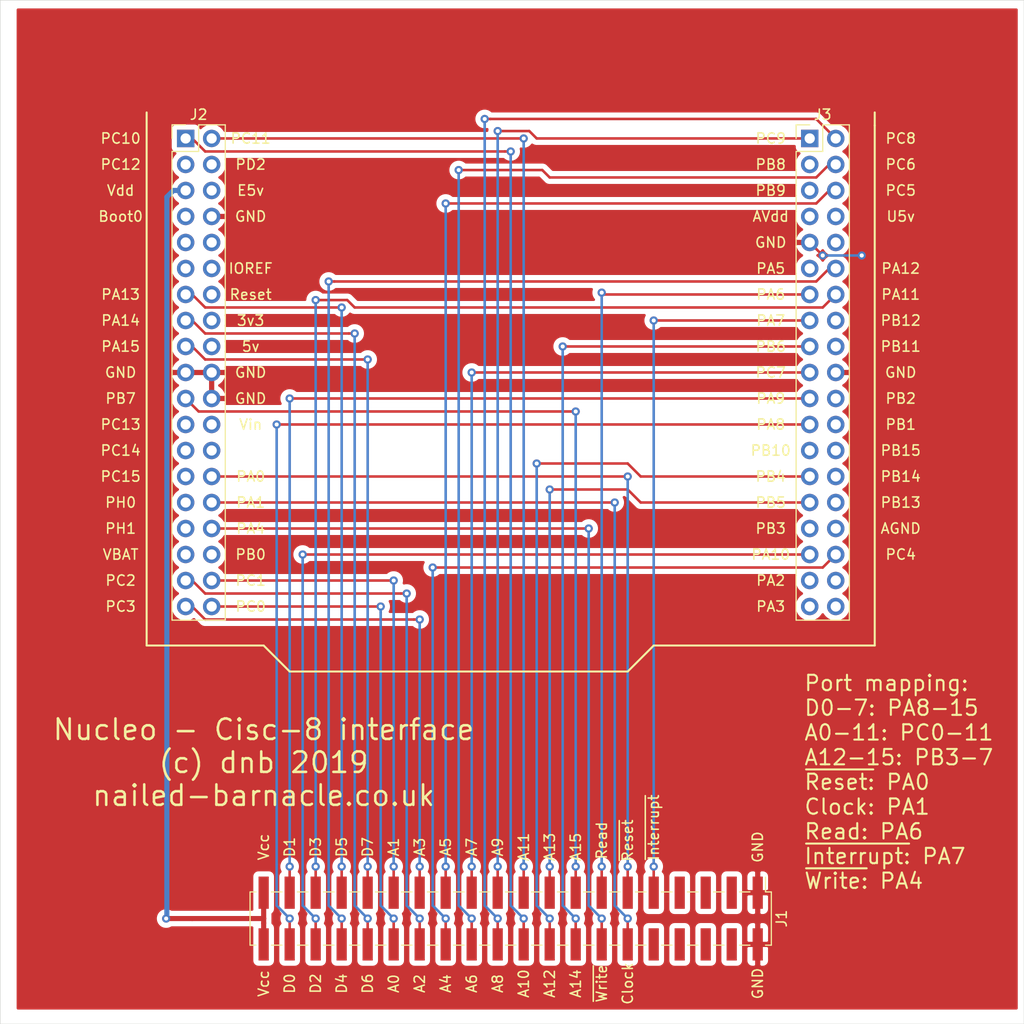
<source format=kicad_pcb>
(kicad_pcb (version 20171130) (host pcbnew 5.1.3-ffb9f22~84~ubuntu18.04.1)

  (general
    (thickness 1.6)
    (drawings 117)
    (tracks 232)
    (zones 0)
    (modules 3)
    (nets 32)
  )

  (page A4)
  (layers
    (0 F.Cu signal)
    (31 B.Cu signal)
    (32 B.Adhes user)
    (33 F.Adhes user)
    (34 B.Paste user)
    (35 F.Paste user)
    (36 B.SilkS user)
    (37 F.SilkS user)
    (38 B.Mask user)
    (39 F.Mask user)
    (40 Dwgs.User user)
    (41 Cmts.User user)
    (42 Eco1.User user)
    (43 Eco2.User user)
    (44 Edge.Cuts user)
    (45 Margin user)
    (46 B.CrtYd user)
    (47 F.CrtYd user)
    (48 B.Fab user)
    (49 F.Fab user)
  )

  (setup
    (last_trace_width 0.25)
    (trace_clearance 0.2)
    (zone_clearance 0.508)
    (zone_45_only no)
    (trace_min 0.2)
    (via_size 0.8)
    (via_drill 0.4)
    (via_min_size 0.4)
    (via_min_drill 0.3)
    (uvia_size 0.3)
    (uvia_drill 0.1)
    (uvias_allowed no)
    (uvia_min_size 0.2)
    (uvia_min_drill 0.1)
    (edge_width 0.05)
    (segment_width 0.2)
    (pcb_text_width 0.3)
    (pcb_text_size 1.5 1.5)
    (mod_edge_width 0.12)
    (mod_text_size 1 1)
    (mod_text_width 0.15)
    (pad_size 1.524 1.524)
    (pad_drill 0.762)
    (pad_to_mask_clearance 0.051)
    (solder_mask_min_width 0.25)
    (aux_axis_origin 0 0)
    (visible_elements FFFFFF7F)
    (pcbplotparams
      (layerselection 0x010ec_ffffffff)
      (usegerberextensions false)
      (usegerberattributes false)
      (usegerberadvancedattributes false)
      (creategerberjobfile false)
      (excludeedgelayer true)
      (linewidth 0.100000)
      (plotframeref false)
      (viasonmask false)
      (mode 1)
      (useauxorigin false)
      (hpglpennumber 1)
      (hpglpenspeed 20)
      (hpglpendiameter 15.000000)
      (psnegative false)
      (psa4output false)
      (plotreference true)
      (plotvalue true)
      (plotinvisibletext false)
      (padsonsilk false)
      (subtractmaskfromsilk false)
      (outputformat 1)
      (mirror false)
      (drillshape 0)
      (scaleselection 1)
      (outputdirectory "gerber/"))
  )

  (net 0 "")
  (net 1 VCC)
  (net 2 D0)
  (net 3 D1)
  (net 4 D2)
  (net 5 D3)
  (net 6 D4)
  (net 7 D5)
  (net 8 D6)
  (net 9 D7)
  (net 10 A0)
  (net 11 A1)
  (net 12 A2)
  (net 13 A3)
  (net 14 A4)
  (net 15 A5)
  (net 16 A6)
  (net 17 A7)
  (net 18 A8)
  (net 19 A9)
  (net 20 A10)
  (net 21 A11)
  (net 22 A12)
  (net 23 A13)
  (net 24 A14)
  (net 25 A15)
  (net 26 ~Write)
  (net 27 Read)
  (net 28 Clock)
  (net 29 ~Reset)
  (net 30 ~Interrupt)
  (net 31 GND)

  (net_class Default "This is the default net class."
    (clearance 0.2)
    (trace_width 0.25)
    (via_dia 0.8)
    (via_drill 0.4)
    (uvia_dia 0.3)
    (uvia_drill 0.1)
    (add_net A0)
    (add_net A1)
    (add_net A10)
    (add_net A11)
    (add_net A12)
    (add_net A13)
    (add_net A14)
    (add_net A15)
    (add_net A2)
    (add_net A3)
    (add_net A4)
    (add_net A5)
    (add_net A6)
    (add_net A7)
    (add_net A8)
    (add_net A9)
    (add_net Clock)
    (add_net D0)
    (add_net D1)
    (add_net D2)
    (add_net D3)
    (add_net D4)
    (add_net D5)
    (add_net D6)
    (add_net D7)
    (add_net GND)
    (add_net "Net-(J1-Pad10)")
    (add_net "Net-(J1-Pad3)")
    (add_net "Net-(J1-Pad4)")
    (add_net "Net-(J1-Pad5)")
    (add_net "Net-(J1-Pad6)")
    (add_net "Net-(J1-Pad7)")
    (add_net "Net-(J1-Pad8)")
    (add_net "Net-(J2-Pad10)")
    (add_net "Net-(J2-Pad11)")
    (add_net "Net-(J2-Pad12)")
    (add_net "Net-(J2-Pad14)")
    (add_net "Net-(J2-Pad16)")
    (add_net "Net-(J2-Pad18)")
    (add_net "Net-(J2-Pad23)")
    (add_net "Net-(J2-Pad24)")
    (add_net "Net-(J2-Pad25)")
    (add_net "Net-(J2-Pad26)")
    (add_net "Net-(J2-Pad27)")
    (add_net "Net-(J2-Pad29)")
    (add_net "Net-(J2-Pad3)")
    (add_net "Net-(J2-Pad31)")
    (add_net "Net-(J2-Pad33)")
    (add_net "Net-(J2-Pad34)")
    (add_net "Net-(J2-Pad4)")
    (add_net "Net-(J2-Pad6)")
    (add_net "Net-(J2-Pad7)")
    (add_net "Net-(J2-Pad9)")
    (add_net "Net-(J3-Pad10)")
    (add_net "Net-(J3-Pad11)")
    (add_net "Net-(J3-Pad16)")
    (add_net "Net-(J3-Pad18)")
    (add_net "Net-(J3-Pad22)")
    (add_net "Net-(J3-Pad24)")
    (add_net "Net-(J3-Pad25)")
    (add_net "Net-(J3-Pad26)")
    (add_net "Net-(J3-Pad28)")
    (add_net "Net-(J3-Pad3)")
    (add_net "Net-(J3-Pad30)")
    (add_net "Net-(J3-Pad31)")
    (add_net "Net-(J3-Pad32)")
    (add_net "Net-(J3-Pad35)")
    (add_net "Net-(J3-Pad36)")
    (add_net "Net-(J3-Pad37)")
    (add_net "Net-(J3-Pad38)")
    (add_net "Net-(J3-Pad5)")
    (add_net "Net-(J3-Pad7)")
    (add_net "Net-(J3-Pad8)")
    (add_net Read)
    (add_net ~Interrupt)
    (add_net ~Reset)
    (add_net ~Write)
  )

  (net_class Power ""
    (clearance 0.2)
    (trace_width 0.5)
    (via_dia 0.8)
    (via_drill 0.4)
    (uvia_dia 0.3)
    (uvia_drill 0.1)
    (add_net VCC)
  )

  (module Connector_PinHeader_2.54mm:PinHeader_2x19_P2.54mm_Vertical (layer F.Cu) (tedit 59FED5CC) (tstamp 5D3B7058)
    (at 179.07 63.5)
    (descr "Through hole straight pin header, 2x19, 2.54mm pitch, double rows")
    (tags "Through hole pin header THT 2x19 2.54mm double row")
    (path /5D3B6B66)
    (fp_text reference J3 (at 1.27 -2.33) (layer F.SilkS)
      (effects (font (size 1 1) (thickness 0.15)))
    )
    (fp_text value Conn_02x19_Odd_Even (at 1.27 48.05) (layer F.Fab)
      (effects (font (size 1 1) (thickness 0.15)))
    )
    (fp_text user %R (at 1.27 22.86 90) (layer F.Fab)
      (effects (font (size 1 1) (thickness 0.15)))
    )
    (fp_line (start 4.35 -1.8) (end -1.8 -1.8) (layer F.CrtYd) (width 0.05))
    (fp_line (start 4.35 47.5) (end 4.35 -1.8) (layer F.CrtYd) (width 0.05))
    (fp_line (start -1.8 47.5) (end 4.35 47.5) (layer F.CrtYd) (width 0.05))
    (fp_line (start -1.8 -1.8) (end -1.8 47.5) (layer F.CrtYd) (width 0.05))
    (fp_line (start -1.33 -1.33) (end 0 -1.33) (layer F.SilkS) (width 0.12))
    (fp_line (start -1.33 0) (end -1.33 -1.33) (layer F.SilkS) (width 0.12))
    (fp_line (start 1.27 -1.33) (end 3.87 -1.33) (layer F.SilkS) (width 0.12))
    (fp_line (start 1.27 1.27) (end 1.27 -1.33) (layer F.SilkS) (width 0.12))
    (fp_line (start -1.33 1.27) (end 1.27 1.27) (layer F.SilkS) (width 0.12))
    (fp_line (start 3.87 -1.33) (end 3.87 47.05) (layer F.SilkS) (width 0.12))
    (fp_line (start -1.33 1.27) (end -1.33 47.05) (layer F.SilkS) (width 0.12))
    (fp_line (start -1.33 47.05) (end 3.87 47.05) (layer F.SilkS) (width 0.12))
    (fp_line (start -1.27 0) (end 0 -1.27) (layer F.Fab) (width 0.1))
    (fp_line (start -1.27 46.99) (end -1.27 0) (layer F.Fab) (width 0.1))
    (fp_line (start 3.81 46.99) (end -1.27 46.99) (layer F.Fab) (width 0.1))
    (fp_line (start 3.81 -1.27) (end 3.81 46.99) (layer F.Fab) (width 0.1))
    (fp_line (start 0 -1.27) (end 3.81 -1.27) (layer F.Fab) (width 0.1))
    (pad 38 thru_hole oval (at 2.54 45.72) (size 1.7 1.7) (drill 1) (layers *.Cu *.Mask))
    (pad 37 thru_hole oval (at 0 45.72) (size 1.7 1.7) (drill 1) (layers *.Cu *.Mask))
    (pad 36 thru_hole oval (at 2.54 43.18) (size 1.7 1.7) (drill 1) (layers *.Cu *.Mask))
    (pad 35 thru_hole oval (at 0 43.18) (size 1.7 1.7) (drill 1) (layers *.Cu *.Mask))
    (pad 34 thru_hole oval (at 2.54 40.64) (size 1.7 1.7) (drill 1) (layers *.Cu *.Mask)
      (net 14 A4))
    (pad 33 thru_hole oval (at 0 40.64) (size 1.7 1.7) (drill 1) (layers *.Cu *.Mask)
      (net 4 D2))
    (pad 32 thru_hole oval (at 2.54 38.1) (size 1.7 1.7) (drill 1) (layers *.Cu *.Mask))
    (pad 31 thru_hole oval (at 0 38.1) (size 1.7 1.7) (drill 1) (layers *.Cu *.Mask))
    (pad 30 thru_hole oval (at 2.54 35.56) (size 1.7 1.7) (drill 1) (layers *.Cu *.Mask))
    (pad 29 thru_hole oval (at 0 35.56) (size 1.7 1.7) (drill 1) (layers *.Cu *.Mask)
      (net 23 A13))
    (pad 28 thru_hole oval (at 2.54 33.02) (size 1.7 1.7) (drill 1) (layers *.Cu *.Mask))
    (pad 27 thru_hole oval (at 0 33.02) (size 1.7 1.7) (drill 1) (layers *.Cu *.Mask)
      (net 22 A12))
    (pad 26 thru_hole oval (at 2.54 30.48) (size 1.7 1.7) (drill 1) (layers *.Cu *.Mask))
    (pad 25 thru_hole oval (at 0 30.48) (size 1.7 1.7) (drill 1) (layers *.Cu *.Mask))
    (pad 24 thru_hole oval (at 2.54 27.94) (size 1.7 1.7) (drill 1) (layers *.Cu *.Mask))
    (pad 23 thru_hole oval (at 0 27.94) (size 1.7 1.7) (drill 1) (layers *.Cu *.Mask)
      (net 2 D0))
    (pad 22 thru_hole oval (at 2.54 25.4) (size 1.7 1.7) (drill 1) (layers *.Cu *.Mask))
    (pad 21 thru_hole oval (at 0 25.4) (size 1.7 1.7) (drill 1) (layers *.Cu *.Mask)
      (net 3 D1))
    (pad 20 thru_hole oval (at 2.54 22.86) (size 1.7 1.7) (drill 1) (layers *.Cu *.Mask)
      (net 31 GND))
    (pad 19 thru_hole oval (at 0 22.86) (size 1.7 1.7) (drill 1) (layers *.Cu *.Mask)
      (net 17 A7))
    (pad 18 thru_hole oval (at 2.54 20.32) (size 1.7 1.7) (drill 1) (layers *.Cu *.Mask))
    (pad 17 thru_hole oval (at 0 20.32) (size 1.7 1.7) (drill 1) (layers *.Cu *.Mask)
      (net 24 A14))
    (pad 16 thru_hole oval (at 2.54 17.78) (size 1.7 1.7) (drill 1) (layers *.Cu *.Mask))
    (pad 15 thru_hole oval (at 0 17.78) (size 1.7 1.7) (drill 1) (layers *.Cu *.Mask)
      (net 30 ~Interrupt))
    (pad 14 thru_hole oval (at 2.54 15.24) (size 1.7 1.7) (drill 1) (layers *.Cu *.Mask)
      (net 5 D3))
    (pad 13 thru_hole oval (at 0 15.24) (size 1.7 1.7) (drill 1) (layers *.Cu *.Mask)
      (net 27 Read))
    (pad 12 thru_hole oval (at 2.54 12.7) (size 1.7 1.7) (drill 1) (layers *.Cu *.Mask)
      (net 6 D4))
    (pad 11 thru_hole oval (at 0 12.7) (size 1.7 1.7) (drill 1) (layers *.Cu *.Mask))
    (pad 10 thru_hole oval (at 2.54 10.16) (size 1.7 1.7) (drill 1) (layers *.Cu *.Mask))
    (pad 9 thru_hole oval (at 0 10.16) (size 1.7 1.7) (drill 1) (layers *.Cu *.Mask)
      (net 31 GND))
    (pad 8 thru_hole oval (at 2.54 7.62) (size 1.7 1.7) (drill 1) (layers *.Cu *.Mask))
    (pad 7 thru_hole oval (at 0 7.62) (size 1.7 1.7) (drill 1) (layers *.Cu *.Mask))
    (pad 6 thru_hole oval (at 2.54 5.08) (size 1.7 1.7) (drill 1) (layers *.Cu *.Mask)
      (net 15 A5))
    (pad 5 thru_hole oval (at 0 5.08) (size 1.7 1.7) (drill 1) (layers *.Cu *.Mask))
    (pad 4 thru_hole oval (at 2.54 2.54) (size 1.7 1.7) (drill 1) (layers *.Cu *.Mask)
      (net 16 A6))
    (pad 3 thru_hole oval (at 0 2.54) (size 1.7 1.7) (drill 1) (layers *.Cu *.Mask))
    (pad 2 thru_hole oval (at 2.54 0) (size 1.7 1.7) (drill 1) (layers *.Cu *.Mask)
      (net 18 A8))
    (pad 1 thru_hole rect (at 0 0) (size 1.7 1.7) (drill 1) (layers *.Cu *.Mask)
      (net 19 A9))
    (model ${KISYS3DMOD}/Connector_PinHeader_2.54mm.3dshapes/PinHeader_2x19_P2.54mm_Vertical.wrl
      (at (xyz 0 0 0))
      (scale (xyz 1 1 1))
      (rotate (xyz 0 0 0))
    )
  )

  (module Connector_PinHeader_2.54mm:PinHeader_2x19_P2.54mm_Vertical (layer F.Cu) (tedit 59FED5CC) (tstamp 5D3B6F87)
    (at 118.11 63.5)
    (descr "Through hole straight pin header, 2x19, 2.54mm pitch, double rows")
    (tags "Through hole pin header THT 2x19 2.54mm double row")
    (path /5D3B61BD)
    (fp_text reference J2 (at 1.27 -2.33) (layer F.SilkS)
      (effects (font (size 1 1) (thickness 0.15)))
    )
    (fp_text value Conn_02x19_Odd_Even (at 1.27 48.05) (layer F.Fab)
      (effects (font (size 1 1) (thickness 0.15)))
    )
    (fp_text user %R (at 1.27 22.86 90) (layer F.Fab)
      (effects (font (size 1 1) (thickness 0.15)))
    )
    (fp_line (start 4.35 -1.8) (end -1.8 -1.8) (layer F.CrtYd) (width 0.05))
    (fp_line (start 4.35 47.5) (end 4.35 -1.8) (layer F.CrtYd) (width 0.05))
    (fp_line (start -1.8 47.5) (end 4.35 47.5) (layer F.CrtYd) (width 0.05))
    (fp_line (start -1.8 -1.8) (end -1.8 47.5) (layer F.CrtYd) (width 0.05))
    (fp_line (start -1.33 -1.33) (end 0 -1.33) (layer F.SilkS) (width 0.12))
    (fp_line (start -1.33 0) (end -1.33 -1.33) (layer F.SilkS) (width 0.12))
    (fp_line (start 1.27 -1.33) (end 3.87 -1.33) (layer F.SilkS) (width 0.12))
    (fp_line (start 1.27 1.27) (end 1.27 -1.33) (layer F.SilkS) (width 0.12))
    (fp_line (start -1.33 1.27) (end 1.27 1.27) (layer F.SilkS) (width 0.12))
    (fp_line (start 3.87 -1.33) (end 3.87 47.05) (layer F.SilkS) (width 0.12))
    (fp_line (start -1.33 1.27) (end -1.33 47.05) (layer F.SilkS) (width 0.12))
    (fp_line (start -1.33 47.05) (end 3.87 47.05) (layer F.SilkS) (width 0.12))
    (fp_line (start -1.27 0) (end 0 -1.27) (layer F.Fab) (width 0.1))
    (fp_line (start -1.27 46.99) (end -1.27 0) (layer F.Fab) (width 0.1))
    (fp_line (start 3.81 46.99) (end -1.27 46.99) (layer F.Fab) (width 0.1))
    (fp_line (start 3.81 -1.27) (end 3.81 46.99) (layer F.Fab) (width 0.1))
    (fp_line (start 0 -1.27) (end 3.81 -1.27) (layer F.Fab) (width 0.1))
    (pad 38 thru_hole oval (at 2.54 45.72) (size 1.7 1.7) (drill 1) (layers *.Cu *.Mask)
      (net 10 A0))
    (pad 37 thru_hole oval (at 0 45.72) (size 1.7 1.7) (drill 1) (layers *.Cu *.Mask)
      (net 13 A3))
    (pad 36 thru_hole oval (at 2.54 43.18) (size 1.7 1.7) (drill 1) (layers *.Cu *.Mask)
      (net 11 A1))
    (pad 35 thru_hole oval (at 0 43.18) (size 1.7 1.7) (drill 1) (layers *.Cu *.Mask)
      (net 12 A2))
    (pad 34 thru_hole oval (at 2.54 40.64) (size 1.7 1.7) (drill 1) (layers *.Cu *.Mask))
    (pad 33 thru_hole oval (at 0 40.64) (size 1.7 1.7) (drill 1) (layers *.Cu *.Mask))
    (pad 32 thru_hole oval (at 2.54 38.1) (size 1.7 1.7) (drill 1) (layers *.Cu *.Mask)
      (net 26 ~Write))
    (pad 31 thru_hole oval (at 0 38.1) (size 1.7 1.7) (drill 1) (layers *.Cu *.Mask))
    (pad 30 thru_hole oval (at 2.54 35.56) (size 1.7 1.7) (drill 1) (layers *.Cu *.Mask)
      (net 28 Clock))
    (pad 29 thru_hole oval (at 0 35.56) (size 1.7 1.7) (drill 1) (layers *.Cu *.Mask))
    (pad 28 thru_hole oval (at 2.54 33.02) (size 1.7 1.7) (drill 1) (layers *.Cu *.Mask)
      (net 29 ~Reset))
    (pad 27 thru_hole oval (at 0 33.02) (size 1.7 1.7) (drill 1) (layers *.Cu *.Mask))
    (pad 26 thru_hole oval (at 2.54 30.48) (size 1.7 1.7) (drill 1) (layers *.Cu *.Mask))
    (pad 25 thru_hole oval (at 0 30.48) (size 1.7 1.7) (drill 1) (layers *.Cu *.Mask))
    (pad 24 thru_hole oval (at 2.54 27.94) (size 1.7 1.7) (drill 1) (layers *.Cu *.Mask))
    (pad 23 thru_hole oval (at 0 27.94) (size 1.7 1.7) (drill 1) (layers *.Cu *.Mask))
    (pad 22 thru_hole oval (at 2.54 25.4) (size 1.7 1.7) (drill 1) (layers *.Cu *.Mask)
      (net 31 GND))
    (pad 21 thru_hole oval (at 0 25.4) (size 1.7 1.7) (drill 1) (layers *.Cu *.Mask)
      (net 25 A15))
    (pad 20 thru_hole oval (at 2.54 22.86) (size 1.7 1.7) (drill 1) (layers *.Cu *.Mask)
      (net 31 GND))
    (pad 19 thru_hole oval (at 0 22.86) (size 1.7 1.7) (drill 1) (layers *.Cu *.Mask)
      (net 31 GND))
    (pad 18 thru_hole oval (at 2.54 20.32) (size 1.7 1.7) (drill 1) (layers *.Cu *.Mask))
    (pad 17 thru_hole oval (at 0 20.32) (size 1.7 1.7) (drill 1) (layers *.Cu *.Mask)
      (net 9 D7))
    (pad 16 thru_hole oval (at 2.54 17.78) (size 1.7 1.7) (drill 1) (layers *.Cu *.Mask))
    (pad 15 thru_hole oval (at 0 17.78) (size 1.7 1.7) (drill 1) (layers *.Cu *.Mask)
      (net 8 D6))
    (pad 14 thru_hole oval (at 2.54 15.24) (size 1.7 1.7) (drill 1) (layers *.Cu *.Mask))
    (pad 13 thru_hole oval (at 0 15.24) (size 1.7 1.7) (drill 1) (layers *.Cu *.Mask)
      (net 7 D5))
    (pad 12 thru_hole oval (at 2.54 12.7) (size 1.7 1.7) (drill 1) (layers *.Cu *.Mask))
    (pad 11 thru_hole oval (at 0 12.7) (size 1.7 1.7) (drill 1) (layers *.Cu *.Mask))
    (pad 10 thru_hole oval (at 2.54 10.16) (size 1.7 1.7) (drill 1) (layers *.Cu *.Mask))
    (pad 9 thru_hole oval (at 0 10.16) (size 1.7 1.7) (drill 1) (layers *.Cu *.Mask))
    (pad 8 thru_hole oval (at 2.54 7.62) (size 1.7 1.7) (drill 1) (layers *.Cu *.Mask)
      (net 31 GND))
    (pad 7 thru_hole oval (at 0 7.62) (size 1.7 1.7) (drill 1) (layers *.Cu *.Mask))
    (pad 6 thru_hole oval (at 2.54 5.08) (size 1.7 1.7) (drill 1) (layers *.Cu *.Mask))
    (pad 5 thru_hole oval (at 0 5.08) (size 1.7 1.7) (drill 1) (layers *.Cu *.Mask)
      (net 1 VCC))
    (pad 4 thru_hole oval (at 2.54 2.54) (size 1.7 1.7) (drill 1) (layers *.Cu *.Mask))
    (pad 3 thru_hole oval (at 0 2.54) (size 1.7 1.7) (drill 1) (layers *.Cu *.Mask))
    (pad 2 thru_hole oval (at 2.54 0) (size 1.7 1.7) (drill 1) (layers *.Cu *.Mask)
      (net 21 A11))
    (pad 1 thru_hole rect (at 0 0) (size 1.7 1.7) (drill 1) (layers *.Cu *.Mask)
      (net 20 A10))
    (model ${KISYS3DMOD}/Connector_PinHeader_2.54mm.3dshapes/PinHeader_2x19_P2.54mm_Vertical.wrl
      (at (xyz 0 0 0))
      (scale (xyz 1 1 1))
      (rotate (xyz 0 0 0))
    )
  )

  (module Connector_PinHeader_2.54mm:PinHeader_2x20_P2.54mm_Vertical_SMD (layer F.Cu) (tedit 59FED5CC) (tstamp 5D3B6EB6)
    (at 149.86 139.7 270)
    (descr "surface-mounted straight pin header, 2x20, 2.54mm pitch, double rows")
    (tags "Surface mounted pin header SMD 2x20 2.54mm double row")
    (path /5D3BA787)
    (attr smd)
    (fp_text reference J1 (at 0 -26.46 90) (layer F.SilkS)
      (effects (font (size 1 1) (thickness 0.15)))
    )
    (fp_text value Conn_02x20_Odd_Even (at 0 26.46 90) (layer F.Fab)
      (effects (font (size 1 1) (thickness 0.15)))
    )
    (fp_text user %R (at 0 0) (layer F.Fab)
      (effects (font (size 1 1) (thickness 0.15)))
    )
    (fp_line (start 5.9 -25.9) (end -5.9 -25.9) (layer F.CrtYd) (width 0.05))
    (fp_line (start 5.9 25.9) (end 5.9 -25.9) (layer F.CrtYd) (width 0.05))
    (fp_line (start -5.9 25.9) (end 5.9 25.9) (layer F.CrtYd) (width 0.05))
    (fp_line (start -5.9 -25.9) (end -5.9 25.9) (layer F.CrtYd) (width 0.05))
    (fp_line (start 2.6 22.35) (end 2.6 23.37) (layer F.SilkS) (width 0.12))
    (fp_line (start -2.6 22.35) (end -2.6 23.37) (layer F.SilkS) (width 0.12))
    (fp_line (start 2.6 19.81) (end 2.6 20.83) (layer F.SilkS) (width 0.12))
    (fp_line (start -2.6 19.81) (end -2.6 20.83) (layer F.SilkS) (width 0.12))
    (fp_line (start 2.6 17.27) (end 2.6 18.29) (layer F.SilkS) (width 0.12))
    (fp_line (start -2.6 17.27) (end -2.6 18.29) (layer F.SilkS) (width 0.12))
    (fp_line (start 2.6 14.73) (end 2.6 15.75) (layer F.SilkS) (width 0.12))
    (fp_line (start -2.6 14.73) (end -2.6 15.75) (layer F.SilkS) (width 0.12))
    (fp_line (start 2.6 12.19) (end 2.6 13.21) (layer F.SilkS) (width 0.12))
    (fp_line (start -2.6 12.19) (end -2.6 13.21) (layer F.SilkS) (width 0.12))
    (fp_line (start 2.6 9.65) (end 2.6 10.67) (layer F.SilkS) (width 0.12))
    (fp_line (start -2.6 9.65) (end -2.6 10.67) (layer F.SilkS) (width 0.12))
    (fp_line (start 2.6 7.11) (end 2.6 8.13) (layer F.SilkS) (width 0.12))
    (fp_line (start -2.6 7.11) (end -2.6 8.13) (layer F.SilkS) (width 0.12))
    (fp_line (start 2.6 4.57) (end 2.6 5.59) (layer F.SilkS) (width 0.12))
    (fp_line (start -2.6 4.57) (end -2.6 5.59) (layer F.SilkS) (width 0.12))
    (fp_line (start 2.6 2.03) (end 2.6 3.05) (layer F.SilkS) (width 0.12))
    (fp_line (start -2.6 2.03) (end -2.6 3.05) (layer F.SilkS) (width 0.12))
    (fp_line (start 2.6 -0.51) (end 2.6 0.51) (layer F.SilkS) (width 0.12))
    (fp_line (start -2.6 -0.51) (end -2.6 0.51) (layer F.SilkS) (width 0.12))
    (fp_line (start 2.6 -3.05) (end 2.6 -2.03) (layer F.SilkS) (width 0.12))
    (fp_line (start -2.6 -3.05) (end -2.6 -2.03) (layer F.SilkS) (width 0.12))
    (fp_line (start 2.6 -5.59) (end 2.6 -4.57) (layer F.SilkS) (width 0.12))
    (fp_line (start -2.6 -5.59) (end -2.6 -4.57) (layer F.SilkS) (width 0.12))
    (fp_line (start 2.6 -8.13) (end 2.6 -7.11) (layer F.SilkS) (width 0.12))
    (fp_line (start -2.6 -8.13) (end -2.6 -7.11) (layer F.SilkS) (width 0.12))
    (fp_line (start 2.6 -10.67) (end 2.6 -9.65) (layer F.SilkS) (width 0.12))
    (fp_line (start -2.6 -10.67) (end -2.6 -9.65) (layer F.SilkS) (width 0.12))
    (fp_line (start 2.6 -13.21) (end 2.6 -12.19) (layer F.SilkS) (width 0.12))
    (fp_line (start -2.6 -13.21) (end -2.6 -12.19) (layer F.SilkS) (width 0.12))
    (fp_line (start 2.6 -15.75) (end 2.6 -14.73) (layer F.SilkS) (width 0.12))
    (fp_line (start -2.6 -15.75) (end -2.6 -14.73) (layer F.SilkS) (width 0.12))
    (fp_line (start 2.6 -18.29) (end 2.6 -17.27) (layer F.SilkS) (width 0.12))
    (fp_line (start -2.6 -18.29) (end -2.6 -17.27) (layer F.SilkS) (width 0.12))
    (fp_line (start 2.6 -20.83) (end 2.6 -19.81) (layer F.SilkS) (width 0.12))
    (fp_line (start -2.6 -20.83) (end -2.6 -19.81) (layer F.SilkS) (width 0.12))
    (fp_line (start 2.6 -23.37) (end 2.6 -22.35) (layer F.SilkS) (width 0.12))
    (fp_line (start -2.6 -23.37) (end -2.6 -22.35) (layer F.SilkS) (width 0.12))
    (fp_line (start 2.6 24.89) (end 2.6 25.46) (layer F.SilkS) (width 0.12))
    (fp_line (start -2.6 24.89) (end -2.6 25.46) (layer F.SilkS) (width 0.12))
    (fp_line (start 2.6 -25.46) (end 2.6 -24.89) (layer F.SilkS) (width 0.12))
    (fp_line (start -2.6 -25.46) (end -2.6 -24.89) (layer F.SilkS) (width 0.12))
    (fp_line (start -4.04 -24.89) (end -2.6 -24.89) (layer F.SilkS) (width 0.12))
    (fp_line (start -2.6 25.46) (end 2.6 25.46) (layer F.SilkS) (width 0.12))
    (fp_line (start -2.6 -25.46) (end 2.6 -25.46) (layer F.SilkS) (width 0.12))
    (fp_line (start 3.6 24.45) (end 2.54 24.45) (layer F.Fab) (width 0.1))
    (fp_line (start 3.6 23.81) (end 3.6 24.45) (layer F.Fab) (width 0.1))
    (fp_line (start 2.54 23.81) (end 3.6 23.81) (layer F.Fab) (width 0.1))
    (fp_line (start -3.6 24.45) (end -2.54 24.45) (layer F.Fab) (width 0.1))
    (fp_line (start -3.6 23.81) (end -3.6 24.45) (layer F.Fab) (width 0.1))
    (fp_line (start -2.54 23.81) (end -3.6 23.81) (layer F.Fab) (width 0.1))
    (fp_line (start 3.6 21.91) (end 2.54 21.91) (layer F.Fab) (width 0.1))
    (fp_line (start 3.6 21.27) (end 3.6 21.91) (layer F.Fab) (width 0.1))
    (fp_line (start 2.54 21.27) (end 3.6 21.27) (layer F.Fab) (width 0.1))
    (fp_line (start -3.6 21.91) (end -2.54 21.91) (layer F.Fab) (width 0.1))
    (fp_line (start -3.6 21.27) (end -3.6 21.91) (layer F.Fab) (width 0.1))
    (fp_line (start -2.54 21.27) (end -3.6 21.27) (layer F.Fab) (width 0.1))
    (fp_line (start 3.6 19.37) (end 2.54 19.37) (layer F.Fab) (width 0.1))
    (fp_line (start 3.6 18.73) (end 3.6 19.37) (layer F.Fab) (width 0.1))
    (fp_line (start 2.54 18.73) (end 3.6 18.73) (layer F.Fab) (width 0.1))
    (fp_line (start -3.6 19.37) (end -2.54 19.37) (layer F.Fab) (width 0.1))
    (fp_line (start -3.6 18.73) (end -3.6 19.37) (layer F.Fab) (width 0.1))
    (fp_line (start -2.54 18.73) (end -3.6 18.73) (layer F.Fab) (width 0.1))
    (fp_line (start 3.6 16.83) (end 2.54 16.83) (layer F.Fab) (width 0.1))
    (fp_line (start 3.6 16.19) (end 3.6 16.83) (layer F.Fab) (width 0.1))
    (fp_line (start 2.54 16.19) (end 3.6 16.19) (layer F.Fab) (width 0.1))
    (fp_line (start -3.6 16.83) (end -2.54 16.83) (layer F.Fab) (width 0.1))
    (fp_line (start -3.6 16.19) (end -3.6 16.83) (layer F.Fab) (width 0.1))
    (fp_line (start -2.54 16.19) (end -3.6 16.19) (layer F.Fab) (width 0.1))
    (fp_line (start 3.6 14.29) (end 2.54 14.29) (layer F.Fab) (width 0.1))
    (fp_line (start 3.6 13.65) (end 3.6 14.29) (layer F.Fab) (width 0.1))
    (fp_line (start 2.54 13.65) (end 3.6 13.65) (layer F.Fab) (width 0.1))
    (fp_line (start -3.6 14.29) (end -2.54 14.29) (layer F.Fab) (width 0.1))
    (fp_line (start -3.6 13.65) (end -3.6 14.29) (layer F.Fab) (width 0.1))
    (fp_line (start -2.54 13.65) (end -3.6 13.65) (layer F.Fab) (width 0.1))
    (fp_line (start 3.6 11.75) (end 2.54 11.75) (layer F.Fab) (width 0.1))
    (fp_line (start 3.6 11.11) (end 3.6 11.75) (layer F.Fab) (width 0.1))
    (fp_line (start 2.54 11.11) (end 3.6 11.11) (layer F.Fab) (width 0.1))
    (fp_line (start -3.6 11.75) (end -2.54 11.75) (layer F.Fab) (width 0.1))
    (fp_line (start -3.6 11.11) (end -3.6 11.75) (layer F.Fab) (width 0.1))
    (fp_line (start -2.54 11.11) (end -3.6 11.11) (layer F.Fab) (width 0.1))
    (fp_line (start 3.6 9.21) (end 2.54 9.21) (layer F.Fab) (width 0.1))
    (fp_line (start 3.6 8.57) (end 3.6 9.21) (layer F.Fab) (width 0.1))
    (fp_line (start 2.54 8.57) (end 3.6 8.57) (layer F.Fab) (width 0.1))
    (fp_line (start -3.6 9.21) (end -2.54 9.21) (layer F.Fab) (width 0.1))
    (fp_line (start -3.6 8.57) (end -3.6 9.21) (layer F.Fab) (width 0.1))
    (fp_line (start -2.54 8.57) (end -3.6 8.57) (layer F.Fab) (width 0.1))
    (fp_line (start 3.6 6.67) (end 2.54 6.67) (layer F.Fab) (width 0.1))
    (fp_line (start 3.6 6.03) (end 3.6 6.67) (layer F.Fab) (width 0.1))
    (fp_line (start 2.54 6.03) (end 3.6 6.03) (layer F.Fab) (width 0.1))
    (fp_line (start -3.6 6.67) (end -2.54 6.67) (layer F.Fab) (width 0.1))
    (fp_line (start -3.6 6.03) (end -3.6 6.67) (layer F.Fab) (width 0.1))
    (fp_line (start -2.54 6.03) (end -3.6 6.03) (layer F.Fab) (width 0.1))
    (fp_line (start 3.6 4.13) (end 2.54 4.13) (layer F.Fab) (width 0.1))
    (fp_line (start 3.6 3.49) (end 3.6 4.13) (layer F.Fab) (width 0.1))
    (fp_line (start 2.54 3.49) (end 3.6 3.49) (layer F.Fab) (width 0.1))
    (fp_line (start -3.6 4.13) (end -2.54 4.13) (layer F.Fab) (width 0.1))
    (fp_line (start -3.6 3.49) (end -3.6 4.13) (layer F.Fab) (width 0.1))
    (fp_line (start -2.54 3.49) (end -3.6 3.49) (layer F.Fab) (width 0.1))
    (fp_line (start 3.6 1.59) (end 2.54 1.59) (layer F.Fab) (width 0.1))
    (fp_line (start 3.6 0.95) (end 3.6 1.59) (layer F.Fab) (width 0.1))
    (fp_line (start 2.54 0.95) (end 3.6 0.95) (layer F.Fab) (width 0.1))
    (fp_line (start -3.6 1.59) (end -2.54 1.59) (layer F.Fab) (width 0.1))
    (fp_line (start -3.6 0.95) (end -3.6 1.59) (layer F.Fab) (width 0.1))
    (fp_line (start -2.54 0.95) (end -3.6 0.95) (layer F.Fab) (width 0.1))
    (fp_line (start 3.6 -0.95) (end 2.54 -0.95) (layer F.Fab) (width 0.1))
    (fp_line (start 3.6 -1.59) (end 3.6 -0.95) (layer F.Fab) (width 0.1))
    (fp_line (start 2.54 -1.59) (end 3.6 -1.59) (layer F.Fab) (width 0.1))
    (fp_line (start -3.6 -0.95) (end -2.54 -0.95) (layer F.Fab) (width 0.1))
    (fp_line (start -3.6 -1.59) (end -3.6 -0.95) (layer F.Fab) (width 0.1))
    (fp_line (start -2.54 -1.59) (end -3.6 -1.59) (layer F.Fab) (width 0.1))
    (fp_line (start 3.6 -3.49) (end 2.54 -3.49) (layer F.Fab) (width 0.1))
    (fp_line (start 3.6 -4.13) (end 3.6 -3.49) (layer F.Fab) (width 0.1))
    (fp_line (start 2.54 -4.13) (end 3.6 -4.13) (layer F.Fab) (width 0.1))
    (fp_line (start -3.6 -3.49) (end -2.54 -3.49) (layer F.Fab) (width 0.1))
    (fp_line (start -3.6 -4.13) (end -3.6 -3.49) (layer F.Fab) (width 0.1))
    (fp_line (start -2.54 -4.13) (end -3.6 -4.13) (layer F.Fab) (width 0.1))
    (fp_line (start 3.6 -6.03) (end 2.54 -6.03) (layer F.Fab) (width 0.1))
    (fp_line (start 3.6 -6.67) (end 3.6 -6.03) (layer F.Fab) (width 0.1))
    (fp_line (start 2.54 -6.67) (end 3.6 -6.67) (layer F.Fab) (width 0.1))
    (fp_line (start -3.6 -6.03) (end -2.54 -6.03) (layer F.Fab) (width 0.1))
    (fp_line (start -3.6 -6.67) (end -3.6 -6.03) (layer F.Fab) (width 0.1))
    (fp_line (start -2.54 -6.67) (end -3.6 -6.67) (layer F.Fab) (width 0.1))
    (fp_line (start 3.6 -8.57) (end 2.54 -8.57) (layer F.Fab) (width 0.1))
    (fp_line (start 3.6 -9.21) (end 3.6 -8.57) (layer F.Fab) (width 0.1))
    (fp_line (start 2.54 -9.21) (end 3.6 -9.21) (layer F.Fab) (width 0.1))
    (fp_line (start -3.6 -8.57) (end -2.54 -8.57) (layer F.Fab) (width 0.1))
    (fp_line (start -3.6 -9.21) (end -3.6 -8.57) (layer F.Fab) (width 0.1))
    (fp_line (start -2.54 -9.21) (end -3.6 -9.21) (layer F.Fab) (width 0.1))
    (fp_line (start 3.6 -11.11) (end 2.54 -11.11) (layer F.Fab) (width 0.1))
    (fp_line (start 3.6 -11.75) (end 3.6 -11.11) (layer F.Fab) (width 0.1))
    (fp_line (start 2.54 -11.75) (end 3.6 -11.75) (layer F.Fab) (width 0.1))
    (fp_line (start -3.6 -11.11) (end -2.54 -11.11) (layer F.Fab) (width 0.1))
    (fp_line (start -3.6 -11.75) (end -3.6 -11.11) (layer F.Fab) (width 0.1))
    (fp_line (start -2.54 -11.75) (end -3.6 -11.75) (layer F.Fab) (width 0.1))
    (fp_line (start 3.6 -13.65) (end 2.54 -13.65) (layer F.Fab) (width 0.1))
    (fp_line (start 3.6 -14.29) (end 3.6 -13.65) (layer F.Fab) (width 0.1))
    (fp_line (start 2.54 -14.29) (end 3.6 -14.29) (layer F.Fab) (width 0.1))
    (fp_line (start -3.6 -13.65) (end -2.54 -13.65) (layer F.Fab) (width 0.1))
    (fp_line (start -3.6 -14.29) (end -3.6 -13.65) (layer F.Fab) (width 0.1))
    (fp_line (start -2.54 -14.29) (end -3.6 -14.29) (layer F.Fab) (width 0.1))
    (fp_line (start 3.6 -16.19) (end 2.54 -16.19) (layer F.Fab) (width 0.1))
    (fp_line (start 3.6 -16.83) (end 3.6 -16.19) (layer F.Fab) (width 0.1))
    (fp_line (start 2.54 -16.83) (end 3.6 -16.83) (layer F.Fab) (width 0.1))
    (fp_line (start -3.6 -16.19) (end -2.54 -16.19) (layer F.Fab) (width 0.1))
    (fp_line (start -3.6 -16.83) (end -3.6 -16.19) (layer F.Fab) (width 0.1))
    (fp_line (start -2.54 -16.83) (end -3.6 -16.83) (layer F.Fab) (width 0.1))
    (fp_line (start 3.6 -18.73) (end 2.54 -18.73) (layer F.Fab) (width 0.1))
    (fp_line (start 3.6 -19.37) (end 3.6 -18.73) (layer F.Fab) (width 0.1))
    (fp_line (start 2.54 -19.37) (end 3.6 -19.37) (layer F.Fab) (width 0.1))
    (fp_line (start -3.6 -18.73) (end -2.54 -18.73) (layer F.Fab) (width 0.1))
    (fp_line (start -3.6 -19.37) (end -3.6 -18.73) (layer F.Fab) (width 0.1))
    (fp_line (start -2.54 -19.37) (end -3.6 -19.37) (layer F.Fab) (width 0.1))
    (fp_line (start 3.6 -21.27) (end 2.54 -21.27) (layer F.Fab) (width 0.1))
    (fp_line (start 3.6 -21.91) (end 3.6 -21.27) (layer F.Fab) (width 0.1))
    (fp_line (start 2.54 -21.91) (end 3.6 -21.91) (layer F.Fab) (width 0.1))
    (fp_line (start -3.6 -21.27) (end -2.54 -21.27) (layer F.Fab) (width 0.1))
    (fp_line (start -3.6 -21.91) (end -3.6 -21.27) (layer F.Fab) (width 0.1))
    (fp_line (start -2.54 -21.91) (end -3.6 -21.91) (layer F.Fab) (width 0.1))
    (fp_line (start 3.6 -23.81) (end 2.54 -23.81) (layer F.Fab) (width 0.1))
    (fp_line (start 3.6 -24.45) (end 3.6 -23.81) (layer F.Fab) (width 0.1))
    (fp_line (start 2.54 -24.45) (end 3.6 -24.45) (layer F.Fab) (width 0.1))
    (fp_line (start -3.6 -23.81) (end -2.54 -23.81) (layer F.Fab) (width 0.1))
    (fp_line (start -3.6 -24.45) (end -3.6 -23.81) (layer F.Fab) (width 0.1))
    (fp_line (start -2.54 -24.45) (end -3.6 -24.45) (layer F.Fab) (width 0.1))
    (fp_line (start 2.54 -25.4) (end 2.54 25.4) (layer F.Fab) (width 0.1))
    (fp_line (start -2.54 -24.45) (end -1.59 -25.4) (layer F.Fab) (width 0.1))
    (fp_line (start -2.54 25.4) (end -2.54 -24.45) (layer F.Fab) (width 0.1))
    (fp_line (start -1.59 -25.4) (end 2.54 -25.4) (layer F.Fab) (width 0.1))
    (fp_line (start 2.54 25.4) (end -2.54 25.4) (layer F.Fab) (width 0.1))
    (pad 40 smd rect (at 2.525 24.13 270) (size 3.15 1) (layers F.Cu F.Paste F.Mask)
      (net 1 VCC))
    (pad 39 smd rect (at -2.525 24.13 270) (size 3.15 1) (layers F.Cu F.Paste F.Mask)
      (net 1 VCC))
    (pad 38 smd rect (at 2.525 21.59 270) (size 3.15 1) (layers F.Cu F.Paste F.Mask)
      (net 2 D0))
    (pad 37 smd rect (at -2.525 21.59 270) (size 3.15 1) (layers F.Cu F.Paste F.Mask)
      (net 3 D1))
    (pad 36 smd rect (at 2.525 19.05 270) (size 3.15 1) (layers F.Cu F.Paste F.Mask)
      (net 4 D2))
    (pad 35 smd rect (at -2.525 19.05 270) (size 3.15 1) (layers F.Cu F.Paste F.Mask)
      (net 5 D3))
    (pad 34 smd rect (at 2.525 16.51 270) (size 3.15 1) (layers F.Cu F.Paste F.Mask)
      (net 6 D4))
    (pad 33 smd rect (at -2.525 16.51 270) (size 3.15 1) (layers F.Cu F.Paste F.Mask)
      (net 7 D5))
    (pad 32 smd rect (at 2.525 13.97 270) (size 3.15 1) (layers F.Cu F.Paste F.Mask)
      (net 8 D6))
    (pad 31 smd rect (at -2.525 13.97 270) (size 3.15 1) (layers F.Cu F.Paste F.Mask)
      (net 9 D7))
    (pad 30 smd rect (at 2.525 11.43 270) (size 3.15 1) (layers F.Cu F.Paste F.Mask)
      (net 10 A0))
    (pad 29 smd rect (at -2.525 11.43 270) (size 3.15 1) (layers F.Cu F.Paste F.Mask)
      (net 11 A1))
    (pad 28 smd rect (at 2.525 8.89 270) (size 3.15 1) (layers F.Cu F.Paste F.Mask)
      (net 12 A2))
    (pad 27 smd rect (at -2.525 8.89 270) (size 3.15 1) (layers F.Cu F.Paste F.Mask)
      (net 13 A3))
    (pad 26 smd rect (at 2.525 6.35 270) (size 3.15 1) (layers F.Cu F.Paste F.Mask)
      (net 14 A4))
    (pad 25 smd rect (at -2.525 6.35 270) (size 3.15 1) (layers F.Cu F.Paste F.Mask)
      (net 15 A5))
    (pad 24 smd rect (at 2.525 3.81 270) (size 3.15 1) (layers F.Cu F.Paste F.Mask)
      (net 16 A6))
    (pad 23 smd rect (at -2.525 3.81 270) (size 3.15 1) (layers F.Cu F.Paste F.Mask)
      (net 17 A7))
    (pad 22 smd rect (at 2.525 1.27 270) (size 3.15 1) (layers F.Cu F.Paste F.Mask)
      (net 18 A8))
    (pad 21 smd rect (at -2.525 1.27 270) (size 3.15 1) (layers F.Cu F.Paste F.Mask)
      (net 19 A9))
    (pad 20 smd rect (at 2.525 -1.27 270) (size 3.15 1) (layers F.Cu F.Paste F.Mask)
      (net 20 A10))
    (pad 19 smd rect (at -2.525 -1.27 270) (size 3.15 1) (layers F.Cu F.Paste F.Mask)
      (net 21 A11))
    (pad 18 smd rect (at 2.525 -3.81 270) (size 3.15 1) (layers F.Cu F.Paste F.Mask)
      (net 22 A12))
    (pad 17 smd rect (at -2.525 -3.81 270) (size 3.15 1) (layers F.Cu F.Paste F.Mask)
      (net 23 A13))
    (pad 16 smd rect (at 2.525 -6.35 270) (size 3.15 1) (layers F.Cu F.Paste F.Mask)
      (net 24 A14))
    (pad 15 smd rect (at -2.525 -6.35 270) (size 3.15 1) (layers F.Cu F.Paste F.Mask)
      (net 25 A15))
    (pad 14 smd rect (at 2.525 -8.89 270) (size 3.15 1) (layers F.Cu F.Paste F.Mask)
      (net 26 ~Write))
    (pad 13 smd rect (at -2.525 -8.89 270) (size 3.15 1) (layers F.Cu F.Paste F.Mask)
      (net 27 Read))
    (pad 12 smd rect (at 2.525 -11.43 270) (size 3.15 1) (layers F.Cu F.Paste F.Mask)
      (net 28 Clock))
    (pad 11 smd rect (at -2.525 -11.43 270) (size 3.15 1) (layers F.Cu F.Paste F.Mask)
      (net 29 ~Reset))
    (pad 10 smd rect (at 2.525 -13.97 270) (size 3.15 1) (layers F.Cu F.Paste F.Mask))
    (pad 9 smd rect (at -2.525 -13.97 270) (size 3.15 1) (layers F.Cu F.Paste F.Mask)
      (net 30 ~Interrupt))
    (pad 8 smd rect (at 2.525 -16.51 270) (size 3.15 1) (layers F.Cu F.Paste F.Mask))
    (pad 7 smd rect (at -2.525 -16.51 270) (size 3.15 1) (layers F.Cu F.Paste F.Mask))
    (pad 6 smd rect (at 2.525 -19.05 270) (size 3.15 1) (layers F.Cu F.Paste F.Mask))
    (pad 5 smd rect (at -2.525 -19.05 270) (size 3.15 1) (layers F.Cu F.Paste F.Mask))
    (pad 4 smd rect (at 2.525 -21.59 270) (size 3.15 1) (layers F.Cu F.Paste F.Mask))
    (pad 3 smd rect (at -2.525 -21.59 270) (size 3.15 1) (layers F.Cu F.Paste F.Mask))
    (pad 2 smd rect (at 2.525 -24.13 270) (size 3.15 1) (layers F.Cu F.Paste F.Mask)
      (net 31 GND))
    (pad 1 smd rect (at -2.525 -24.13 270) (size 3.15 1) (layers F.Cu F.Paste F.Mask)
      (net 31 GND))
    (model ${KISYS3DMOD}/Connector_PinHeader_2.54mm.3dshapes/PinHeader_2x20_P2.54mm_Vertical_SMD.wrl
      (at (xyz 0 0 0))
      (scale (xyz 1 1 1))
      (rotate (xyz 0 0 0))
    )
  )

  (gr_text "Port mapping:\nD0-7: PA8-15\nA0-11: PC0-11\nA12-15: PB3-7\n~Reset: PA0\nClock: PA1\nRead: PA6\n~Interrupt: PA7\n~Write: PA4" (at 178.435 126.365) (layer F.SilkS)
    (effects (font (size 1.5 1.5) (thickness 0.2)) (justify left))
  )
  (gr_text PC4 (at 187.96 104.14) (layer F.SilkS)
    (effects (font (size 1 1) (thickness 0.15)))
  )
  (gr_text AGND (at 187.96 101.6) (layer F.SilkS)
    (effects (font (size 1 1) (thickness 0.15)))
  )
  (gr_text PB13 (at 187.96 99.06) (layer F.SilkS)
    (effects (font (size 1 1) (thickness 0.15)))
  )
  (gr_text PB14 (at 187.96 96.52) (layer F.SilkS)
    (effects (font (size 1 1) (thickness 0.15)))
  )
  (gr_text PB15 (at 187.96 93.98) (layer F.SilkS)
    (effects (font (size 1 1) (thickness 0.15)))
  )
  (gr_text PB1 (at 187.96 91.44) (layer F.SilkS)
    (effects (font (size 1 1) (thickness 0.15)))
  )
  (gr_text PB2 (at 187.96 88.9) (layer F.SilkS)
    (effects (font (size 1 1) (thickness 0.15)))
  )
  (gr_text GND (at 187.96 86.36) (layer F.SilkS)
    (effects (font (size 1 1) (thickness 0.15)))
  )
  (gr_text PB11 (at 187.96 83.82) (layer F.SilkS)
    (effects (font (size 1 1) (thickness 0.15)))
  )
  (gr_text PB12 (at 187.96 81.28) (layer F.SilkS)
    (effects (font (size 1 1) (thickness 0.15)))
  )
  (gr_text PA11 (at 187.96 78.74) (layer F.SilkS)
    (effects (font (size 1 1) (thickness 0.15)))
  )
  (gr_text PA12 (at 187.96 76.2) (layer F.SilkS)
    (effects (font (size 1 1) (thickness 0.15)))
  )
  (gr_text U5v (at 187.96 71.12) (layer F.SilkS)
    (effects (font (size 1 1) (thickness 0.15)))
  )
  (gr_text PC5 (at 187.96 68.58) (layer F.SilkS)
    (effects (font (size 1 1) (thickness 0.15)))
  )
  (gr_text PC6 (at 187.96 66.04) (layer F.SilkS)
    (effects (font (size 1 1) (thickness 0.15)))
  )
  (gr_text PC8 (at 187.96 63.5) (layer F.SilkS)
    (effects (font (size 1 1) (thickness 0.15)))
  )
  (gr_text PA3 (at 175.26 109.22) (layer F.SilkS)
    (effects (font (size 1 1) (thickness 0.15)))
  )
  (gr_text PA2 (at 175.26 106.68) (layer F.SilkS)
    (effects (font (size 1 1) (thickness 0.15)))
  )
  (gr_text PA10 (at 175.26 104.14) (layer F.SilkS)
    (effects (font (size 1 1) (thickness 0.15)))
  )
  (gr_text PB3 (at 175.26 101.6) (layer F.SilkS)
    (effects (font (size 1 1) (thickness 0.15)))
  )
  (gr_text PB5 (at 175.26 99.06) (layer F.SilkS)
    (effects (font (size 1 1) (thickness 0.15)))
  )
  (gr_text PB4 (at 175.26 96.52) (layer F.SilkS)
    (effects (font (size 1 1) (thickness 0.15)))
  )
  (gr_text PB10 (at 175.26 93.98) (layer F.SilkS)
    (effects (font (size 1 1) (thickness 0.15)))
  )
  (gr_text PA8 (at 175.26 91.44) (layer F.SilkS)
    (effects (font (size 1 1) (thickness 0.15)))
  )
  (gr_text PA9 (at 175.26 88.9) (layer F.SilkS)
    (effects (font (size 1 1) (thickness 0.15)))
  )
  (gr_text PC7 (at 175.26 86.36) (layer F.SilkS)
    (effects (font (size 1 1) (thickness 0.15)))
  )
  (gr_text PB6 (at 175.26 83.82) (layer F.SilkS)
    (effects (font (size 1 1) (thickness 0.15)))
  )
  (gr_text PA7 (at 175.26 81.28) (layer F.SilkS)
    (effects (font (size 1 1) (thickness 0.15)))
  )
  (gr_text PA6 (at 175.26 78.74) (layer F.SilkS)
    (effects (font (size 1 1) (thickness 0.15)))
  )
  (gr_text PA5 (at 175.26 76.2) (layer F.SilkS)
    (effects (font (size 1 1) (thickness 0.15)))
  )
  (gr_text GND (at 175.26 73.66) (layer F.SilkS)
    (effects (font (size 1 1) (thickness 0.15)))
  )
  (gr_text AVdd (at 175.26 71.12) (layer F.SilkS)
    (effects (font (size 1 1) (thickness 0.15)))
  )
  (gr_text PB9 (at 175.26 68.58) (layer F.SilkS)
    (effects (font (size 1 1) (thickness 0.15)))
  )
  (gr_text PB8 (at 175.26 66.04) (layer F.SilkS)
    (effects (font (size 1 1) (thickness 0.15)))
  )
  (gr_text PC9 (at 175.26 63.5) (layer F.SilkS)
    (effects (font (size 1 1) (thickness 0.15)))
  )
  (gr_text PC0 (at 124.46 109.22) (layer F.SilkS)
    (effects (font (size 1 1) (thickness 0.15)))
  )
  (gr_text PC1 (at 124.46 106.68) (layer F.SilkS)
    (effects (font (size 1 1) (thickness 0.15)))
  )
  (gr_text PB0 (at 124.46 104.14) (layer F.SilkS)
    (effects (font (size 1 1) (thickness 0.15)))
  )
  (gr_text PA4 (at 124.46 101.6) (layer F.SilkS)
    (effects (font (size 1 1) (thickness 0.15)))
  )
  (gr_text PA1 (at 124.46 99.06) (layer F.SilkS)
    (effects (font (size 1 1) (thickness 0.15)))
  )
  (gr_text PA0 (at 124.46 96.52) (layer F.SilkS)
    (effects (font (size 1 1) (thickness 0.15)))
  )
  (gr_text Vin (at 124.46 91.44) (layer F.SilkS)
    (effects (font (size 1 1) (thickness 0.15)))
  )
  (gr_text GND (at 124.46 88.9) (layer F.SilkS)
    (effects (font (size 1 1) (thickness 0.15)))
  )
  (gr_text GND (at 124.46 86.36) (layer F.SilkS)
    (effects (font (size 1 1) (thickness 0.15)))
  )
  (gr_text 5v (at 124.46 83.82) (layer F.SilkS)
    (effects (font (size 1 1) (thickness 0.15)))
  )
  (gr_text 3v3 (at 124.46 81.28) (layer F.SilkS)
    (effects (font (size 1 1) (thickness 0.15)))
  )
  (gr_text Reset (at 124.46 78.74) (layer F.SilkS)
    (effects (font (size 1 1) (thickness 0.15)))
  )
  (gr_text IOREF (at 124.46 76.2) (layer F.SilkS)
    (effects (font (size 1 1) (thickness 0.15)))
  )
  (gr_text GND (at 124.46 71.12) (layer F.SilkS)
    (effects (font (size 1 1) (thickness 0.15)))
  )
  (gr_text E5v (at 124.46 68.58) (layer F.SilkS)
    (effects (font (size 1 1) (thickness 0.15)))
  )
  (gr_text PD2 (at 124.46 66.04) (layer F.SilkS)
    (effects (font (size 1 1) (thickness 0.15)))
  )
  (gr_text PC11 (at 124.46 63.5) (layer F.SilkS)
    (effects (font (size 1 1) (thickness 0.15)))
  )
  (gr_text PC3 (at 111.76 109.22) (layer F.SilkS)
    (effects (font (size 1 1) (thickness 0.15)))
  )
  (gr_text PC2 (at 111.76 106.68) (layer F.SilkS)
    (effects (font (size 1 1) (thickness 0.15)))
  )
  (gr_text VBAT (at 111.76 104.14) (layer F.SilkS)
    (effects (font (size 1 1) (thickness 0.15)))
  )
  (gr_text PH1 (at 111.76 101.6) (layer F.SilkS)
    (effects (font (size 1 1) (thickness 0.15)))
  )
  (gr_text PH0 (at 111.76 99.06) (layer F.SilkS)
    (effects (font (size 1 1) (thickness 0.15)))
  )
  (gr_text PC15 (at 111.76 96.52) (layer F.SilkS)
    (effects (font (size 1 1) (thickness 0.15)))
  )
  (gr_text PC14 (at 111.76 93.98) (layer F.SilkS)
    (effects (font (size 1 1) (thickness 0.15)))
  )
  (gr_text PC13 (at 111.76 91.44) (layer F.SilkS)
    (effects (font (size 1 1) (thickness 0.15)))
  )
  (gr_text PB7 (at 111.76 88.9) (layer F.SilkS)
    (effects (font (size 1 1) (thickness 0.15)))
  )
  (gr_text GND (at 111.76 86.36) (layer F.SilkS)
    (effects (font (size 1 1) (thickness 0.15)))
  )
  (gr_text PA15 (at 111.76 83.82) (layer F.SilkS)
    (effects (font (size 1 1) (thickness 0.15)))
  )
  (gr_text PA14 (at 111.76 81.28) (layer F.SilkS)
    (effects (font (size 1 1) (thickness 0.15)))
  )
  (gr_text PA13 (at 111.76 78.74) (layer F.SilkS)
    (effects (font (size 1 1) (thickness 0.15)))
  )
  (gr_text Boot0 (at 111.76 71.12) (layer F.SilkS)
    (effects (font (size 1 1) (thickness 0.15)))
  )
  (gr_text Vdd (at 111.76 68.58) (layer F.SilkS)
    (effects (font (size 1 1) (thickness 0.15)))
  )
  (gr_text PC12 (at 111.76 66.04) (layer F.SilkS)
    (effects (font (size 1 1) (thickness 0.15)))
  )
  (gr_text PC10 (at 111.76 63.5) (layer F.SilkS)
    (effects (font (size 1 1) (thickness 0.15)))
  )
  (gr_line (start 125.73 113.03) (end 114.3 113.03) (layer F.SilkS) (width 0.2) (tstamp 5D3BE7DB))
  (gr_line (start 129.54 115.57) (end 128.27 115.57) (layer F.SilkS) (width 0.2) (tstamp 5D3BE7DA))
  (gr_line (start 185.42 60.96) (end 185.42 62.23) (layer F.SilkS) (width 0.2) (tstamp 5D3BE627))
  (gr_line (start 185.42 113.03) (end 185.42 62.23) (layer F.SilkS) (width 0.2))
  (gr_line (start 163.83 113.03) (end 185.42 113.03) (layer F.SilkS) (width 0.2))
  (gr_line (start 161.29 115.57) (end 163.83 113.03) (layer F.SilkS) (width 0.2))
  (gr_line (start 129.54 115.57) (end 161.29 115.57) (layer F.SilkS) (width 0.2))
  (gr_line (start 125.73 113.03) (end 128.27 115.57) (layer F.SilkS) (width 0.2))
  (gr_line (start 114.3 60.96) (end 114.3 113.03) (layer F.SilkS) (width 0.2))
  (gr_text "Nucleo - Cisc-8 interface\n(c) dnb 2019\nnailed-barnacle.co.uk" (at 125.73 124.46) (layer F.SilkS)
    (effects (font (size 2 2) (thickness 0.25)))
  )
  (gr_text GND (at 173.99 132.715 90) (layer F.SilkS) (tstamp 5D3B897E)
    (effects (font (size 1 1) (thickness 0.15)))
  )
  (gr_text GND (at 173.99 146.05 90) (layer F.SilkS) (tstamp 5D3B897E)
    (effects (font (size 1 1) (thickness 0.15)))
  )
  (gr_text Vcc (at 125.73 132.715 90) (layer F.SilkS) (tstamp 5D3B897E)
    (effects (font (size 1 1) (thickness 0.15)))
  )
  (gr_text D1 (at 128.27 132.715 90) (layer F.SilkS) (tstamp 5D3B897E)
    (effects (font (size 1 1) (thickness 0.15)))
  )
  (gr_text D3 (at 130.81 132.715 90) (layer F.SilkS) (tstamp 5D3B897E)
    (effects (font (size 1 1) (thickness 0.15)))
  )
  (gr_text D5 (at 133.35 132.715 90) (layer F.SilkS) (tstamp 5D3B897E)
    (effects (font (size 1 1) (thickness 0.15)))
  )
  (gr_text D7 (at 135.89 132.715 90) (layer F.SilkS) (tstamp 5D3B897E)
    (effects (font (size 1 1) (thickness 0.15)))
  )
  (gr_text A1 (at 138.43 132.715 90) (layer F.SilkS) (tstamp 5D3B897E)
    (effects (font (size 1 1) (thickness 0.15)))
  )
  (gr_text A3 (at 140.97 132.715 90) (layer F.SilkS) (tstamp 5D3B897E)
    (effects (font (size 1 1) (thickness 0.15)))
  )
  (gr_text A5 (at 143.51 132.715 90) (layer F.SilkS) (tstamp 5D3B897E)
    (effects (font (size 1 1) (thickness 0.15)))
  )
  (gr_text A7 (at 146.05 132.715 90) (layer F.SilkS) (tstamp 5D3B897E)
    (effects (font (size 1 1) (thickness 0.15)))
  )
  (gr_text A9 (at 148.59 132.715 90) (layer F.SilkS) (tstamp 5D3B897E)
    (effects (font (size 1 1) (thickness 0.15)))
  )
  (gr_text A11 (at 151.13 132.715 90) (layer F.SilkS) (tstamp 5D3B897E)
    (effects (font (size 1 1) (thickness 0.15)))
  )
  (gr_text A13 (at 153.67 132.715 90) (layer F.SilkS) (tstamp 5D3B897E)
    (effects (font (size 1 1) (thickness 0.15)))
  )
  (gr_text A15 (at 156.21 132.715 90) (layer F.SilkS) (tstamp 5D3B897E)
    (effects (font (size 1 1) (thickness 0.15)))
  )
  (gr_text Read (at 158.75 132.08 90) (layer F.SilkS) (tstamp 5D3B897E)
    (effects (font (size 1 1) (thickness 0.15)))
  )
  (gr_text ~Reset (at 161.29 132.08 90) (layer F.SilkS) (tstamp 5D3B897E)
    (effects (font (size 1 1) (thickness 0.15)))
  )
  (gr_text ~Interrupt (at 163.83 130.81 90) (layer F.SilkS) (tstamp 5D3B89E7)
    (effects (font (size 1 1) (thickness 0.15)))
  )
  (gr_text Clock (at 161.29 146.05 90) (layer F.SilkS) (tstamp 5D3B897E)
    (effects (font (size 1 1) (thickness 0.15)))
  )
  (gr_text ~Write (at 158.75 146.05 90) (layer F.SilkS) (tstamp 5D3B897E)
    (effects (font (size 1 1) (thickness 0.15)))
  )
  (gr_text A14 (at 156.21 146.05 90) (layer F.SilkS) (tstamp 5D3B897E)
    (effects (font (size 1 1) (thickness 0.15)))
  )
  (gr_text A12 (at 153.67 146.05 90) (layer F.SilkS) (tstamp 5D3B897E)
    (effects (font (size 1 1) (thickness 0.15)))
  )
  (gr_text A10 (at 151.13 146.05 90) (layer F.SilkS) (tstamp 5D3B897E)
    (effects (font (size 1 1) (thickness 0.15)))
  )
  (gr_text A8 (at 148.59 146.05 90) (layer F.SilkS) (tstamp 5D3B897E)
    (effects (font (size 1 1) (thickness 0.15)))
  )
  (gr_text A6 (at 146.05 146.05 90) (layer F.SilkS) (tstamp 5D3B897E)
    (effects (font (size 1 1) (thickness 0.15)))
  )
  (gr_text A4 (at 143.51 146.05 90) (layer F.SilkS) (tstamp 5D3B897E)
    (effects (font (size 1 1) (thickness 0.15)))
  )
  (gr_text A2 (at 140.97 146.05 90) (layer F.SilkS) (tstamp 5D3B897E)
    (effects (font (size 1 1) (thickness 0.15)))
  )
  (gr_text A0 (at 138.43 146.05 90) (layer F.SilkS) (tstamp 5D3B897E)
    (effects (font (size 1 1) (thickness 0.15)))
  )
  (gr_text D6 (at 135.89 146.05 90) (layer F.SilkS) (tstamp 5D3B897E)
    (effects (font (size 1 1) (thickness 0.15)))
  )
  (gr_text D4 (at 133.35 146.05 90) (layer F.SilkS) (tstamp 5D3B897E)
    (effects (font (size 1 1) (thickness 0.15)))
  )
  (gr_text D2 (at 130.81 146.05 90) (layer F.SilkS) (tstamp 5D3B897E)
    (effects (font (size 1 1) (thickness 0.15)))
  )
  (gr_text D0 (at 128.27 146.05 90) (layer F.SilkS)
    (effects (font (size 1 1) (thickness 0.15)))
  )
  (gr_text "Vcc\n" (at 125.73 146.05 90) (layer F.SilkS)
    (effects (font (size 1 1) (thickness 0.15)))
  )
  (gr_line (start 100 50) (end 100 150) (layer Edge.Cuts) (width 0.05) (tstamp 5D3B6B5D))
  (gr_line (start 200 50) (end 100 50) (layer Edge.Cuts) (width 0.05))
  (gr_line (start 200 150) (end 200 50) (layer Edge.Cuts) (width 0.05))
  (gr_line (start 100 150) (end 200 150) (layer Edge.Cuts) (width 0.05))

  (segment (start 125.73 137.175) (end 125.73 139.7) (width 0.5) (layer F.Cu) (net 1))
  (segment (start 125.73 142.225) (end 125.73 140.15) (width 0.5) (layer F.Cu) (net 1))
  (segment (start 125.73 140.15) (end 125.73 139.7) (width 0.5) (layer F.Cu) (net 1))
  (segment (start 118.745 139.7) (end 125.73 139.7) (width 0.5) (layer F.Cu) (net 1))
  (segment (start 116.907919 68.58) (end 116.272919 69.215) (width 0.5) (layer B.Cu) (net 1))
  (segment (start 118.11 68.58) (end 116.907919 68.58) (width 0.5) (layer B.Cu) (net 1))
  (segment (start 116.272919 69.215) (end 116.272919 139.632081) (width 0.5) (layer B.Cu) (net 1))
  (via (at 116.205 139.7) (size 0.8) (drill 0.4) (layers F.Cu B.Cu) (net 1))
  (segment (start 116.272919 139.632081) (end 116.205 139.7) (width 0.5) (layer B.Cu) (net 1))
  (segment (start 116.205 139.7) (end 118.745 139.7) (width 0.5) (layer F.Cu) (net 1))
  (via (at 128.27 139.7) (size 0.8) (drill 0.4) (layers F.Cu B.Cu) (net 2))
  (segment (start 128.27 142.225) (end 128.27 139.7) (width 0.25) (layer F.Cu) (net 2))
  (via (at 127 91.44) (size 0.8) (drill 0.4) (layers F.Cu B.Cu) (net 2))
  (segment (start 127 134.423002) (end 127 91.44) (width 0.25) (layer B.Cu) (net 2))
  (segment (start 128.27 139.7) (end 127 138.43) (width 0.25) (layer B.Cu) (net 2))
  (segment (start 127 138.43) (end 127 134.423002) (width 0.25) (layer B.Cu) (net 2))
  (segment (start 127 91.44) (end 179.07 91.44) (width 0.25) (layer F.Cu) (net 2))
  (via (at 128.27 134.62) (size 0.8) (drill 0.4) (layers F.Cu B.Cu) (net 3))
  (segment (start 128.27 137.175) (end 128.27 134.62) (width 0.25) (layer F.Cu) (net 3))
  (via (at 128.27 88.9) (size 0.8) (drill 0.4) (layers F.Cu B.Cu) (net 3))
  (segment (start 128.27 134.62) (end 128.27 88.9) (width 0.25) (layer B.Cu) (net 3))
  (segment (start 128.27 88.9) (end 179.07 88.9) (width 0.25) (layer F.Cu) (net 3))
  (via (at 130.81 139.7) (size 0.8) (drill 0.4) (layers F.Cu B.Cu) (net 4))
  (segment (start 130.81 142.225) (end 130.81 139.7) (width 0.25) (layer F.Cu) (net 4))
  (via (at 129.54 104.14) (size 0.8) (drill 0.4) (layers F.Cu B.Cu) (net 4))
  (segment (start 130.81 139.7) (end 129.54 138.43) (width 0.25) (layer B.Cu) (net 4))
  (segment (start 129.54 104.705685) (end 129.54 104.14) (width 0.25) (layer B.Cu) (net 4))
  (segment (start 129.54 138.43) (end 129.54 104.705685) (width 0.25) (layer B.Cu) (net 4))
  (segment (start 179.07 104.14) (end 129.54 104.14) (width 0.25) (layer F.Cu) (net 4))
  (via (at 130.81 134.62) (size 0.8) (drill 0.4) (layers F.Cu B.Cu) (net 5))
  (segment (start 130.81 137.175) (end 130.81 134.62) (width 0.25) (layer F.Cu) (net 5))
  (via (at 130.81 79.285) (size 0.8) (drill 0.4) (layers F.Cu B.Cu) (net 5))
  (segment (start 130.81 134.62) (end 130.81 79.285) (width 0.25) (layer B.Cu) (net 5))
  (segment (start 180.34 80.01) (end 181.61 78.74) (width 0.25) (layer F.Cu) (net 5))
  (segment (start 134.62 80.01) (end 180.34 80.01) (width 0.25) (layer F.Cu) (net 5))
  (segment (start 130.81 79.285) (end 133.895 79.285) (width 0.25) (layer F.Cu) (net 5))
  (segment (start 133.895 79.285) (end 134.62 80.01) (width 0.25) (layer F.Cu) (net 5))
  (via (at 133.35 139.7) (size 0.8) (drill 0.4) (layers F.Cu B.Cu) (net 6))
  (segment (start 133.35 142.225) (end 133.35 139.7) (width 0.25) (layer F.Cu) (net 6))
  (segment (start 132.08 78.035685) (end 132.08 77.47) (width 0.25) (layer B.Cu) (net 6))
  (segment (start 132.08 138.43) (end 132.08 78.035685) (width 0.25) (layer B.Cu) (net 6))
  (segment (start 133.35 139.7) (end 132.08 138.43) (width 0.25) (layer B.Cu) (net 6))
  (via (at 132.08 77.47) (size 0.8) (drill 0.4) (layers F.Cu B.Cu) (net 6))
  (segment (start 132.645685 77.47) (end 132.08 77.47) (width 0.25) (layer F.Cu) (net 6))
  (segment (start 179.705 77.47) (end 132.645685 77.47) (width 0.25) (layer F.Cu) (net 6))
  (segment (start 181.61 76.2) (end 180.975 76.2) (width 0.25) (layer F.Cu) (net 6))
  (segment (start 180.975 76.2) (end 179.705 77.47) (width 0.25) (layer F.Cu) (net 6))
  (via (at 133.35 134.62) (size 0.8) (drill 0.4) (layers F.Cu B.Cu) (net 7))
  (segment (start 133.35 137.175) (end 133.35 134.62) (width 0.25) (layer F.Cu) (net 7))
  (via (at 133.35 80.01) (size 0.8) (drill 0.4) (layers F.Cu B.Cu) (net 7))
  (segment (start 133.35 134.62) (end 133.35 80.01) (width 0.25) (layer B.Cu) (net 7))
  (segment (start 118.745 78.74) (end 118.11 78.74) (width 0.25) (layer F.Cu) (net 7))
  (segment (start 133.35 80.01) (end 120.015 80.01) (width 0.25) (layer F.Cu) (net 7))
  (segment (start 120.015 80.01) (end 118.745 78.74) (width 0.25) (layer F.Cu) (net 7))
  (via (at 135.89 139.7) (size 0.8) (drill 0.4) (layers F.Cu B.Cu) (net 8))
  (segment (start 135.89 142.225) (end 135.89 139.7) (width 0.25) (layer F.Cu) (net 8))
  (segment (start 134.62 83.115685) (end 134.62 82.55) (width 0.25) (layer B.Cu) (net 8))
  (segment (start 135.89 139.7) (end 134.62 138.43) (width 0.25) (layer B.Cu) (net 8))
  (segment (start 134.62 138.43) (end 134.62 83.115685) (width 0.25) (layer B.Cu) (net 8))
  (via (at 134.62 82.55) (size 0.8) (drill 0.4) (layers F.Cu B.Cu) (net 8))
  (segment (start 134.054315 82.55) (end 134.62 82.55) (width 0.25) (layer F.Cu) (net 8))
  (segment (start 118.11 81.28) (end 118.745 81.28) (width 0.25) (layer F.Cu) (net 8))
  (segment (start 120.015 82.55) (end 134.054315 82.55) (width 0.25) (layer F.Cu) (net 8))
  (segment (start 118.745 81.28) (end 120.015 82.55) (width 0.25) (layer F.Cu) (net 8))
  (segment (start 135.89 137.175) (end 135.89 134.62) (width 0.25) (layer F.Cu) (net 9))
  (via (at 135.89 134.62) (size 0.8) (drill 0.4) (layers F.Cu B.Cu) (net 9))
  (via (at 135.89 85.09) (size 0.8) (drill 0.4) (layers F.Cu B.Cu) (net 9))
  (segment (start 135.89 134.62) (end 135.89 85.09) (width 0.25) (layer B.Cu) (net 9))
  (segment (start 118.745 83.82) (end 118.11 83.82) (width 0.25) (layer F.Cu) (net 9))
  (segment (start 135.89 85.09) (end 120.015 85.09) (width 0.25) (layer F.Cu) (net 9))
  (segment (start 120.015 85.09) (end 118.745 83.82) (width 0.25) (layer F.Cu) (net 9))
  (via (at 138.43 139.7) (size 0.8) (drill 0.4) (layers F.Cu B.Cu) (net 10))
  (segment (start 138.43 142.225) (end 138.43 139.7) (width 0.25) (layer F.Cu) (net 10))
  (segment (start 137.16 138.43) (end 137.16 109.785685) (width 0.25) (layer B.Cu) (net 10))
  (segment (start 123.16 109.22) (end 137.16 109.22) (width 0.25) (layer F.Cu) (net 10))
  (segment (start 137.16 109.785685) (end 137.16 109.22) (width 0.25) (layer B.Cu) (net 10))
  (segment (start 138.43 139.7) (end 137.16 138.43) (width 0.25) (layer B.Cu) (net 10))
  (via (at 137.16 109.22) (size 0.8) (drill 0.4) (layers F.Cu B.Cu) (net 10))
  (segment (start 123.16 109.22) (end 120.65 109.22) (width 0.25) (layer F.Cu) (net 10))
  (via (at 138.43 134.62) (size 0.8) (drill 0.4) (layers F.Cu B.Cu) (net 11))
  (segment (start 138.43 137.175) (end 138.43 134.62) (width 0.25) (layer F.Cu) (net 11))
  (via (at 138.43 106.68) (size 0.8) (drill 0.4) (layers F.Cu B.Cu) (net 11))
  (segment (start 138.43 134.62) (end 138.43 106.68) (width 0.25) (layer B.Cu) (net 11))
  (segment (start 138.43 106.68) (end 123.16 106.68) (width 0.25) (layer F.Cu) (net 11))
  (segment (start 123.16 106.68) (end 120.65 106.68) (width 0.25) (layer F.Cu) (net 11))
  (via (at 140.97 139.7) (size 0.8) (drill 0.4) (layers F.Cu B.Cu) (net 12))
  (segment (start 140.97 142.225) (end 140.97 139.7) (width 0.25) (layer F.Cu) (net 12))
  (segment (start 140.97 139.7) (end 139.7 138.43) (width 0.25) (layer B.Cu) (net 12))
  (via (at 139.7 107.95) (size 0.8) (drill 0.4) (layers F.Cu B.Cu) (net 12))
  (segment (start 139.7 138.43) (end 139.7 108.515685) (width 0.25) (layer B.Cu) (net 12))
  (segment (start 139.7 108.515685) (end 139.7 107.95) (width 0.25) (layer B.Cu) (net 12))
  (segment (start 139.134315 107.95) (end 139.7 107.95) (width 0.25) (layer F.Cu) (net 12))
  (segment (start 120.015 107.95) (end 139.134315 107.95) (width 0.25) (layer F.Cu) (net 12))
  (segment (start 118.11 106.68) (end 118.745 106.68) (width 0.25) (layer F.Cu) (net 12))
  (segment (start 118.745 106.68) (end 120.015 107.95) (width 0.25) (layer F.Cu) (net 12))
  (via (at 140.97 134.62) (size 0.8) (drill 0.4) (layers F.Cu B.Cu) (net 13))
  (segment (start 140.97 137.175) (end 140.97 134.62) (width 0.25) (layer F.Cu) (net 13))
  (via (at 140.97 110.49) (size 0.8) (drill 0.4) (layers F.Cu B.Cu) (net 13))
  (segment (start 140.97 134.62) (end 140.97 110.49) (width 0.25) (layer B.Cu) (net 13))
  (segment (start 140.404315 110.49) (end 140.97 110.49) (width 0.25) (layer F.Cu) (net 13))
  (segment (start 120.015 110.49) (end 140.404315 110.49) (width 0.25) (layer F.Cu) (net 13))
  (segment (start 118.11 109.22) (end 118.745 109.22) (width 0.25) (layer F.Cu) (net 13))
  (segment (start 118.745 109.22) (end 120.015 110.49) (width 0.25) (layer F.Cu) (net 13))
  (via (at 143.51 139.7) (size 0.8) (drill 0.4) (layers F.Cu B.Cu) (net 14))
  (segment (start 143.51 142.225) (end 143.51 139.7) (width 0.25) (layer F.Cu) (net 14))
  (via (at 142.24 105.41) (size 0.8) (drill 0.4) (layers F.Cu B.Cu) (net 14))
  (segment (start 142.24 134.423002) (end 142.24 105.41) (width 0.25) (layer B.Cu) (net 14))
  (segment (start 143.51 139.7) (end 142.24 138.43) (width 0.25) (layer B.Cu) (net 14))
  (segment (start 142.24 138.43) (end 142.24 134.423002) (width 0.25) (layer B.Cu) (net 14))
  (segment (start 180.34 105.41) (end 181.61 104.14) (width 0.25) (layer F.Cu) (net 14))
  (segment (start 142.24 105.41) (end 180.34 105.41) (width 0.25) (layer F.Cu) (net 14))
  (via (at 143.51 134.62) (size 0.8) (drill 0.4) (layers F.Cu B.Cu) (net 15))
  (segment (start 143.51 137.175) (end 143.51 134.62) (width 0.25) (layer F.Cu) (net 15))
  (via (at 143.51 69.85) (size 0.8) (drill 0.4) (layers F.Cu B.Cu) (net 15))
  (segment (start 143.51 134.62) (end 143.51 69.85) (width 0.25) (layer B.Cu) (net 15))
  (segment (start 180.975 68.58) (end 181.61 68.58) (width 0.25) (layer F.Cu) (net 15))
  (segment (start 143.51 69.85) (end 179.705 69.85) (width 0.25) (layer F.Cu) (net 15))
  (segment (start 179.705 69.85) (end 180.975 68.58) (width 0.25) (layer F.Cu) (net 15))
  (via (at 146.05 139.7) (size 0.8) (drill 0.4) (layers F.Cu B.Cu) (net 16))
  (segment (start 146.05 142.225) (end 146.05 139.7) (width 0.25) (layer F.Cu) (net 16))
  (via (at 144.78 66.585) (size 0.8) (drill 0.4) (layers F.Cu B.Cu) (net 16))
  (segment (start 146.05 139.7) (end 144.78 138.43) (width 0.25) (layer B.Cu) (net 16))
  (segment (start 144.78 138.43) (end 144.78 66.585) (width 0.25) (layer B.Cu) (net 16))
  (segment (start 180.975 66.04) (end 181.61 66.04) (width 0.25) (layer F.Cu) (net 16))
  (segment (start 179.705 67.31) (end 180.975 66.04) (width 0.25) (layer F.Cu) (net 16))
  (segment (start 153.67 67.31) (end 179.705 67.31) (width 0.25) (layer F.Cu) (net 16))
  (segment (start 144.78 66.585) (end 152.945 66.585) (width 0.25) (layer F.Cu) (net 16))
  (segment (start 152.945 66.585) (end 153.67 67.31) (width 0.25) (layer F.Cu) (net 16))
  (via (at 146.05 134.62) (size 0.8) (drill 0.4) (layers F.Cu B.Cu) (net 17))
  (segment (start 146.05 137.175) (end 146.05 134.62) (width 0.25) (layer F.Cu) (net 17))
  (via (at 146.05 86.36) (size 0.8) (drill 0.4) (layers F.Cu B.Cu) (net 17))
  (segment (start 146.05 134.62) (end 146.05 86.36) (width 0.25) (layer B.Cu) (net 17))
  (segment (start 146.05 86.36) (end 179.07 86.36) (width 0.25) (layer F.Cu) (net 17))
  (via (at 148.59 139.7) (size 0.8) (drill 0.4) (layers F.Cu B.Cu) (net 18))
  (segment (start 148.59 142.225) (end 148.59 139.7) (width 0.25) (layer F.Cu) (net 18))
  (segment (start 148.59 139.7) (end 147.32 138.43) (width 0.25) (layer B.Cu) (net 18))
  (via (at 147.32 61.595) (size 0.8) (drill 0.4) (layers F.Cu B.Cu) (net 18))
  (segment (start 147.32 138.43) (end 147.32 62.160685) (width 0.25) (layer B.Cu) (net 18))
  (segment (start 147.32 62.160685) (end 147.32 61.595) (width 0.25) (layer B.Cu) (net 18))
  (segment (start 147.885685 61.595) (end 147.32 61.595) (width 0.25) (layer F.Cu) (net 18))
  (segment (start 181.61 63.5) (end 179.705 61.595) (width 0.25) (layer F.Cu) (net 18))
  (segment (start 179.705 61.595) (end 147.885685 61.595) (width 0.25) (layer F.Cu) (net 18))
  (via (at 148.59 134.62) (size 0.8) (drill 0.4) (layers F.Cu B.Cu) (net 19))
  (segment (start 148.59 137.175) (end 148.59 134.62) (width 0.25) (layer F.Cu) (net 19))
  (via (at 148.59 62.775) (size 0.8) (drill 0.4) (layers F.Cu B.Cu) (net 19))
  (segment (start 148.59 134.62) (end 148.59 62.775) (width 0.25) (layer B.Cu) (net 19))
  (segment (start 152.4 63.5) (end 179.07 63.5) (width 0.25) (layer F.Cu) (net 19))
  (segment (start 148.59 62.775) (end 151.675 62.775) (width 0.25) (layer F.Cu) (net 19))
  (segment (start 151.675 62.775) (end 152.4 63.5) (width 0.25) (layer F.Cu) (net 19))
  (via (at 151.13 139.7) (size 0.8) (drill 0.4) (layers F.Cu B.Cu) (net 20))
  (segment (start 151.13 139.7) (end 151.13 142.225) (width 0.25) (layer F.Cu) (net 20))
  (segment (start 149.86 138.43) (end 149.86 65.335685) (width 0.25) (layer B.Cu) (net 20))
  (segment (start 149.86 65.335685) (end 149.86 64.77) (width 0.25) (layer B.Cu) (net 20))
  (segment (start 151.13 139.7) (end 149.86 138.43) (width 0.25) (layer B.Cu) (net 20))
  (via (at 149.86 64.77) (size 0.8) (drill 0.4) (layers F.Cu B.Cu) (net 20))
  (segment (start 149.294315 64.77) (end 149.86 64.77) (width 0.25) (layer F.Cu) (net 20))
  (segment (start 120.015 64.77) (end 149.294315 64.77) (width 0.25) (layer F.Cu) (net 20))
  (segment (start 118.11 63.5) (end 118.745 63.5) (width 0.25) (layer F.Cu) (net 20))
  (segment (start 118.745 63.5) (end 120.015 64.77) (width 0.25) (layer F.Cu) (net 20))
  (via (at 151.13 63.5) (size 0.8) (drill 0.4) (layers F.Cu B.Cu) (net 21))
  (segment (start 123.16 63.5) (end 151.13 63.5) (width 0.25) (layer F.Cu) (net 21))
  (via (at 151.13 134.62) (size 0.8) (drill 0.4) (layers F.Cu B.Cu) (net 21))
  (segment (start 151.13 63.5) (end 151.13 134.62) (width 0.25) (layer B.Cu) (net 21))
  (segment (start 151.13 134.62) (end 151.13 137.175) (width 0.25) (layer F.Cu) (net 21))
  (segment (start 123.16 63.5) (end 120.65 63.5) (width 0.25) (layer F.Cu) (net 21))
  (via (at 153.67 139.7) (size 0.8) (drill 0.4) (layers F.Cu B.Cu) (net 22))
  (segment (start 153.67 139.7) (end 153.67 142.225) (width 0.25) (layer F.Cu) (net 22))
  (segment (start 153.67 139.7) (end 152.4 138.43) (width 0.25) (layer B.Cu) (net 22))
  (segment (start 118.11 66.04) (end 118.745 66.04) (width 0.25) (layer F.Cu) (net 0))
  (via (at 153.67 134.62) (size 0.8) (drill 0.4) (layers F.Cu B.Cu) (net 23))
  (segment (start 153.67 137.175) (end 153.67 134.62) (width 0.25) (layer F.Cu) (net 23))
  (segment (start 118.11 91.44) (end 118.745 91.44) (width 0.25) (layer F.Cu) (net 0))
  (via (at 156.21 139.7) (size 0.8) (drill 0.4) (layers F.Cu B.Cu) (net 24))
  (segment (start 156.21 142.225) (end 156.21 139.7) (width 0.25) (layer F.Cu) (net 24))
  (segment (start 156.21 139.7) (end 154.94 138.43) (width 0.25) (layer B.Cu) (net 24))
  (segment (start 118.745 93.98) (end 118.11 93.98) (width 0.25) (layer F.Cu) (net 0))
  (via (at 156.21 134.62) (size 0.8) (drill 0.4) (layers F.Cu B.Cu) (net 25))
  (segment (start 156.21 137.175) (end 156.21 134.62) (width 0.25) (layer F.Cu) (net 25))
  (segment (start 118.745 96.52) (end 118.11 96.52) (width 0.25) (layer F.Cu) (net 0))
  (via (at 152.4 95.25) (size 0.8) (drill 0.4) (layers F.Cu B.Cu) (net 22))
  (segment (start 152.4 138.43) (end 152.4 95.25) (width 0.25) (layer B.Cu) (net 22))
  (segment (start 152.4 95.25) (end 161.29 95.25) (width 0.25) (layer F.Cu) (net 22))
  (segment (start 162.56 96.52) (end 179.07 96.52) (width 0.25) (layer F.Cu) (net 22))
  (segment (start 161.29 95.25) (end 162.56 96.52) (width 0.25) (layer F.Cu) (net 22))
  (via (at 153.67 97.79) (size 0.8) (drill 0.4) (layers F.Cu B.Cu) (net 23))
  (segment (start 153.67 134.62) (end 153.67 97.79) (width 0.25) (layer B.Cu) (net 23))
  (segment (start 153.67 97.79) (end 161.29 97.79) (width 0.25) (layer F.Cu) (net 23))
  (segment (start 162.56 99.06) (end 179.07 99.06) (width 0.25) (layer F.Cu) (net 23))
  (segment (start 161.29 97.79) (end 162.56 99.06) (width 0.25) (layer F.Cu) (net 23))
  (via (at 154.94 83.82) (size 0.8) (drill 0.4) (layers F.Cu B.Cu) (net 24))
  (segment (start 154.94 138.43) (end 154.94 83.82) (width 0.25) (layer B.Cu) (net 24))
  (segment (start 154.94 83.82) (end 179.07 83.82) (width 0.25) (layer F.Cu) (net 24))
  (via (at 156.21 90.17) (size 0.8) (drill 0.4) (layers F.Cu B.Cu) (net 25))
  (segment (start 156.21 134.62) (end 156.21 90.17) (width 0.25) (layer B.Cu) (net 25))
  (segment (start 119.38 90.17) (end 118.11 88.9) (width 0.25) (layer F.Cu) (net 25))
  (segment (start 156.21 90.17) (end 119.38 90.17) (width 0.25) (layer F.Cu) (net 25))
  (via (at 158.75 139.7) (size 0.8) (drill 0.4) (layers F.Cu B.Cu) (net 26))
  (segment (start 158.75 142.225) (end 158.75 139.7) (width 0.25) (layer F.Cu) (net 26))
  (via (at 157.48 101.6) (size 0.8) (drill 0.4) (layers F.Cu B.Cu) (net 26))
  (segment (start 157.48 138.43) (end 157.48 101.6) (width 0.25) (layer B.Cu) (net 26))
  (segment (start 158.75 139.7) (end 157.48 138.43) (width 0.25) (layer B.Cu) (net 26))
  (segment (start 123.16 101.6) (end 120.65 101.6) (width 0.25) (layer F.Cu) (net 26))
  (segment (start 157.48 101.6) (end 123.16 101.6) (width 0.25) (layer F.Cu) (net 26))
  (via (at 158.75 134.62) (size 0.8) (drill 0.4) (layers F.Cu B.Cu) (net 27))
  (segment (start 158.75 137.175) (end 158.75 134.62) (width 0.25) (layer F.Cu) (net 27))
  (via (at 158.75 78.56) (size 0.8) (drill 0.4) (layers F.Cu B.Cu) (net 27))
  (segment (start 158.75 134.62) (end 158.75 78.56) (width 0.25) (layer B.Cu) (net 27))
  (segment (start 158.93 78.74) (end 179.07 78.74) (width 0.25) (layer F.Cu) (net 27))
  (segment (start 158.75 78.56) (end 158.93 78.74) (width 0.25) (layer F.Cu) (net 27))
  (via (at 161.29 139.7) (size 0.8) (drill 0.4) (layers F.Cu B.Cu) (net 28))
  (segment (start 161.29 142.225) (end 161.29 139.7) (width 0.25) (layer F.Cu) (net 28))
  (via (at 160.02 99.06) (size 0.8) (drill 0.4) (layers F.Cu B.Cu) (net 28))
  (segment (start 160.02 134.423002) (end 160.02 99.06) (width 0.25) (layer B.Cu) (net 28))
  (segment (start 161.29 139.7) (end 160.02 138.43) (width 0.25) (layer B.Cu) (net 28))
  (segment (start 160.02 138.43) (end 160.02 134.423002) (width 0.25) (layer B.Cu) (net 28))
  (segment (start 160.02 99.06) (end 123.16 99.06) (width 0.25) (layer F.Cu) (net 28))
  (segment (start 123.16 99.06) (end 120.65 99.06) (width 0.25) (layer F.Cu) (net 28))
  (via (at 161.29 134.62) (size 0.8) (drill 0.4) (layers F.Cu B.Cu) (net 29))
  (segment (start 161.29 137.175) (end 161.29 134.62) (width 0.25) (layer F.Cu) (net 29))
  (via (at 161.29 96.52) (size 0.8) (drill 0.4) (layers F.Cu B.Cu) (net 29))
  (segment (start 161.29 134.62) (end 161.29 96.52) (width 0.25) (layer B.Cu) (net 29))
  (segment (start 161.29 96.52) (end 123.16 96.52) (width 0.25) (layer F.Cu) (net 29))
  (segment (start 123.16 96.52) (end 120.65 96.52) (width 0.25) (layer F.Cu) (net 29))
  (via (at 163.83 134.62) (size 0.8) (drill 0.4) (layers F.Cu B.Cu) (net 30))
  (segment (start 163.83 137.175) (end 163.83 134.62) (width 0.25) (layer F.Cu) (net 30))
  (via (at 163.83 81.28) (size 0.8) (drill 0.4) (layers F.Cu B.Cu) (net 30))
  (segment (start 163.83 134.62) (end 163.83 81.28) (width 0.25) (layer B.Cu) (net 30))
  (segment (start 163.83 81.28) (end 179.07 81.28) (width 0.25) (layer F.Cu) (net 30))
  (via (at 180.34 74.93) (size 0.8) (drill 0.4) (layers F.Cu B.Cu) (net 31))
  (segment (start 179.07 73.66) (end 180.34 74.93) (width 0.25) (layer F.Cu) (net 31))
  (via (at 184.15 74.93) (size 0.8) (drill 0.4) (layers F.Cu B.Cu) (net 31))
  (segment (start 180.34 74.93) (end 184.15 74.93) (width 0.25) (layer B.Cu) (net 31))

  (zone (net 31) (net_name GND) (layer F.Cu) (tstamp 5D3BFE33) (hatch edge 0.508)
    (connect_pads (clearance 0.508))
    (min_thickness 0.254)
    (fill yes (arc_segments 32) (thermal_gap 0.508) (thermal_bridge_width 0.508))
    (polygon
      (pts
        (xy 101.6 50.8) (xy 199.39 50.8) (xy 199.39 148.59) (xy 101.6 148.59)
      )
    )
    (filled_polygon
      (pts
        (xy 199.263 148.463) (xy 101.727 148.463) (xy 101.727 139.598061) (xy 115.17 139.598061) (xy 115.17 139.801939)
        (xy 115.209774 140.001898) (xy 115.287795 140.190256) (xy 115.401063 140.359774) (xy 115.545226 140.503937) (xy 115.714744 140.617205)
        (xy 115.903102 140.695226) (xy 116.103061 140.735) (xy 116.306939 140.735) (xy 116.506898 140.695226) (xy 116.695256 140.617205)
        (xy 116.743454 140.585) (xy 124.59833 140.585) (xy 124.591928 140.65) (xy 124.591928 143.8) (xy 124.604188 143.924482)
        (xy 124.640498 144.04418) (xy 124.699463 144.154494) (xy 124.778815 144.251185) (xy 124.875506 144.330537) (xy 124.98582 144.389502)
        (xy 125.105518 144.425812) (xy 125.23 144.438072) (xy 126.23 144.438072) (xy 126.354482 144.425812) (xy 126.47418 144.389502)
        (xy 126.584494 144.330537) (xy 126.681185 144.251185) (xy 126.760537 144.154494) (xy 126.819502 144.04418) (xy 126.855812 143.924482)
        (xy 126.868072 143.8) (xy 126.868072 140.65) (xy 126.855812 140.525518) (xy 126.819502 140.40582) (xy 126.760537 140.295506)
        (xy 126.681185 140.198815) (xy 126.615 140.144499) (xy 126.615 139.743477) (xy 126.619282 139.7) (xy 126.615 139.656523)
        (xy 126.615 139.255501) (xy 126.681185 139.201185) (xy 126.760537 139.104494) (xy 126.819502 138.99418) (xy 126.855812 138.874482)
        (xy 126.868072 138.75) (xy 126.868072 135.6) (xy 127.131928 135.6) (xy 127.131928 138.75) (xy 127.144188 138.874482)
        (xy 127.180498 138.99418) (xy 127.239463 139.104494) (xy 127.318815 139.201185) (xy 127.34682 139.224168) (xy 127.274774 139.398102)
        (xy 127.235 139.598061) (xy 127.235 139.801939) (xy 127.274774 140.001898) (xy 127.34682 140.175832) (xy 127.318815 140.198815)
        (xy 127.239463 140.295506) (xy 127.180498 140.40582) (xy 127.144188 140.525518) (xy 127.131928 140.65) (xy 127.131928 143.8)
        (xy 127.144188 143.924482) (xy 127.180498 144.04418) (xy 127.239463 144.154494) (xy 127.318815 144.251185) (xy 127.415506 144.330537)
        (xy 127.52582 144.389502) (xy 127.645518 144.425812) (xy 127.77 144.438072) (xy 128.77 144.438072) (xy 128.894482 144.425812)
        (xy 129.01418 144.389502) (xy 129.124494 144.330537) (xy 129.221185 144.251185) (xy 129.300537 144.154494) (xy 129.359502 144.04418)
        (xy 129.395812 143.924482) (xy 129.408072 143.8) (xy 129.408072 140.65) (xy 129.395812 140.525518) (xy 129.359502 140.40582)
        (xy 129.300537 140.295506) (xy 129.221185 140.198815) (xy 129.19318 140.175832) (xy 129.265226 140.001898) (xy 129.305 139.801939)
        (xy 129.305 139.598061) (xy 129.265226 139.398102) (xy 129.19318 139.224168) (xy 129.221185 139.201185) (xy 129.300537 139.104494)
        (xy 129.359502 138.99418) (xy 129.395812 138.874482) (xy 129.408072 138.75) (xy 129.408072 135.6) (xy 129.671928 135.6)
        (xy 129.671928 138.75) (xy 129.684188 138.874482) (xy 129.720498 138.99418) (xy 129.779463 139.104494) (xy 129.858815 139.201185)
        (xy 129.88682 139.224168) (xy 129.814774 139.398102) (xy 129.775 139.598061) (xy 129.775 139.801939) (xy 129.814774 140.001898)
        (xy 129.88682 140.175832) (xy 129.858815 140.198815) (xy 129.779463 140.295506) (xy 129.720498 140.40582) (xy 129.684188 140.525518)
        (xy 129.671928 140.65) (xy 129.671928 143.8) (xy 129.684188 143.924482) (xy 129.720498 144.04418) (xy 129.779463 144.154494)
        (xy 129.858815 144.251185) (xy 129.955506 144.330537) (xy 130.06582 144.389502) (xy 130.185518 144.425812) (xy 130.31 144.438072)
        (xy 131.31 144.438072) (xy 131.434482 144.425812) (xy 131.55418 144.389502) (xy 131.664494 144.330537) (xy 131.761185 144.251185)
        (xy 131.840537 144.154494) (xy 131.899502 144.04418) (xy 131.935812 143.924482) (xy 131.948072 143.8) (xy 131.948072 140.65)
        (xy 131.935812 140.525518) (xy 131.899502 140.40582) (xy 131.840537 140.295506) (xy 131.761185 140.198815) (xy 131.73318 140.175832)
        (xy 131.805226 140.001898) (xy 131.845 139.801939) (xy 131.845 139.598061) (xy 131.805226 139.398102) (xy 131.73318 139.224168)
        (xy 131.761185 139.201185) (xy 131.840537 139.104494) (xy 131.899502 138.99418) (xy 131.935812 138.874482) (xy 131.948072 138.75)
        (xy 131.948072 135.6) (xy 132.211928 135.6) (xy 132.211928 138.75) (xy 132.224188 138.874482) (xy 132.260498 138.99418)
        (xy 132.319463 139.104494) (xy 132.398815 139.201185) (xy 132.42682 139.224168) (xy 132.354774 139.398102) (xy 132.315 139.598061)
        (xy 132.315 139.801939) (xy 132.354774 140.001898) (xy 132.42682 140.175832) (xy 132.398815 140.198815) (xy 132.319463 140.295506)
        (xy 132.260498 140.40582) (xy 132.224188 140.525518) (xy 132.211928 140.65) (xy 132.211928 143.8) (xy 132.224188 143.924482)
        (xy 132.260498 144.04418) (xy 132.319463 144.154494) (xy 132.398815 144.251185) (xy 132.495506 144.330537) (xy 132.60582 144.389502)
        (xy 132.725518 144.425812) (xy 132.85 144.438072) (xy 133.85 144.438072) (xy 133.974482 144.425812) (xy 134.09418 144.389502)
        (xy 134.204494 144.330537) (xy 134.301185 144.251185) (xy 134.380537 144.154494) (xy 134.439502 144.04418) (xy 134.475812 143.924482)
        (xy 134.488072 143.8) (xy 134.488072 140.65) (xy 134.475812 140.525518) (xy 134.439502 140.40582) (xy 134.380537 140.295506)
        (xy 134.301185 140.198815) (xy 134.27318 140.175832) (xy 134.345226 140.001898) (xy 134.385 139.801939) (xy 134.385 139.598061)
        (xy 134.345226 139.398102) (xy 134.27318 139.224168) (xy 134.301185 139.201185) (xy 134.380537 139.104494) (xy 134.439502 138.99418)
        (xy 134.475812 138.874482) (xy 134.488072 138.75) (xy 134.488072 135.6) (xy 134.751928 135.6) (xy 134.751928 138.75)
        (xy 134.764188 138.874482) (xy 134.800498 138.99418) (xy 134.859463 139.104494) (xy 134.938815 139.201185) (xy 134.96682 139.224168)
        (xy 134.894774 139.398102) (xy 134.855 139.598061) (xy 134.855 139.801939) (xy 134.894774 140.001898) (xy 134.96682 140.175832)
        (xy 134.938815 140.198815) (xy 134.859463 140.295506) (xy 134.800498 140.40582) (xy 134.764188 140.525518) (xy 134.751928 140.65)
        (xy 134.751928 143.8) (xy 134.764188 143.924482) (xy 134.800498 144.04418) (xy 134.859463 144.154494) (xy 134.938815 144.251185)
        (xy 135.035506 144.330537) (xy 135.14582 144.389502) (xy 135.265518 144.425812) (xy 135.39 144.438072) (xy 136.39 144.438072)
        (xy 136.514482 144.425812) (xy 136.63418 144.389502) (xy 136.744494 144.330537) (xy 136.841185 144.251185) (xy 136.920537 144.154494)
        (xy 136.979502 144.04418) (xy 137.015812 143.924482) (xy 137.028072 143.8) (xy 137.028072 140.65) (xy 137.015812 140.525518)
        (xy 136.979502 140.40582) (xy 136.920537 140.295506) (xy 136.841185 140.198815) (xy 136.81318 140.175832) (xy 136.885226 140.001898)
        (xy 136.925 139.801939) (xy 136.925 139.598061) (xy 136.885226 139.398102) (xy 136.81318 139.224168) (xy 136.841185 139.201185)
        (xy 136.920537 139.104494) (xy 136.979502 138.99418) (xy 137.015812 138.874482) (xy 137.028072 138.75) (xy 137.028072 135.6)
        (xy 137.291928 135.6) (xy 137.291928 138.75) (xy 137.304188 138.874482) (xy 137.340498 138.99418) (xy 137.399463 139.104494)
        (xy 137.478815 139.201185) (xy 137.50682 139.224168) (xy 137.434774 139.398102) (xy 137.395 139.598061) (xy 137.395 139.801939)
        (xy 137.434774 140.001898) (xy 137.50682 140.175832) (xy 137.478815 140.198815) (xy 137.399463 140.295506) (xy 137.340498 140.40582)
        (xy 137.304188 140.525518) (xy 137.291928 140.65) (xy 137.291928 143.8) (xy 137.304188 143.924482) (xy 137.340498 144.04418)
        (xy 137.399463 144.154494) (xy 137.478815 144.251185) (xy 137.575506 144.330537) (xy 137.68582 144.389502) (xy 137.805518 144.425812)
        (xy 137.93 144.438072) (xy 138.93 144.438072) (xy 139.054482 144.425812) (xy 139.17418 144.389502) (xy 139.284494 144.330537)
        (xy 139.381185 144.251185) (xy 139.460537 144.154494) (xy 139.519502 144.04418) (xy 139.555812 143.924482) (xy 139.568072 143.8)
        (xy 139.568072 140.65) (xy 139.555812 140.525518) (xy 139.519502 140.40582) (xy 139.460537 140.295506) (xy 139.381185 140.198815)
        (xy 139.35318 140.175832) (xy 139.425226 140.001898) (xy 139.465 139.801939) (xy 139.465 139.598061) (xy 139.425226 139.398102)
        (xy 139.35318 139.224168) (xy 139.381185 139.201185) (xy 139.460537 139.104494) (xy 139.519502 138.99418) (xy 139.555812 138.874482)
        (xy 139.568072 138.75) (xy 139.568072 135.6) (xy 139.831928 135.6) (xy 139.831928 138.75) (xy 139.844188 138.874482)
        (xy 139.880498 138.99418) (xy 139.939463 139.104494) (xy 140.018815 139.201185) (xy 140.04682 139.224168) (xy 139.974774 139.398102)
        (xy 139.935 139.598061) (xy 139.935 139.801939) (xy 139.974774 140.001898) (xy 140.04682 140.175832) (xy 140.018815 140.198815)
        (xy 139.939463 140.295506) (xy 139.880498 140.40582) (xy 139.844188 140.525518) (xy 139.831928 140.65) (xy 139.831928 143.8)
        (xy 139.844188 143.924482) (xy 139.880498 144.04418) (xy 139.939463 144.154494) (xy 140.018815 144.251185) (xy 140.115506 144.330537)
        (xy 140.22582 144.389502) (xy 140.345518 144.425812) (xy 140.47 144.438072) (xy 141.47 144.438072) (xy 141.594482 144.425812)
        (xy 141.71418 144.389502) (xy 141.824494 144.330537) (xy 141.921185 144.251185) (xy 142.000537 144.154494) (xy 142.059502 144.04418)
        (xy 142.095812 143.924482) (xy 142.108072 143.8) (xy 142.108072 140.65) (xy 142.095812 140.525518) (xy 142.059502 140.40582)
        (xy 142.000537 140.295506) (xy 141.921185 140.198815) (xy 141.89318 140.175832) (xy 141.965226 140.001898) (xy 142.005 139.801939)
        (xy 142.005 139.598061) (xy 141.965226 139.398102) (xy 141.89318 139.224168) (xy 141.921185 139.201185) (xy 142.000537 139.104494)
        (xy 142.059502 138.99418) (xy 142.095812 138.874482) (xy 142.108072 138.75) (xy 142.108072 135.6) (xy 142.371928 135.6)
        (xy 142.371928 138.75) (xy 142.384188 138.874482) (xy 142.420498 138.99418) (xy 142.479463 139.104494) (xy 142.558815 139.201185)
        (xy 142.58682 139.224168) (xy 142.514774 139.398102) (xy 142.475 139.598061) (xy 142.475 139.801939) (xy 142.514774 140.001898)
        (xy 142.58682 140.175832) (xy 142.558815 140.198815) (xy 142.479463 140.295506) (xy 142.420498 140.40582) (xy 142.384188 140.525518)
        (xy 142.371928 140.65) (xy 142.371928 143.8) (xy 142.384188 143.924482) (xy 142.420498 144.04418) (xy 142.479463 144.154494)
        (xy 142.558815 144.251185) (xy 142.655506 144.330537) (xy 142.76582 144.389502) (xy 142.885518 144.425812) (xy 143.01 144.438072)
        (xy 144.01 144.438072) (xy 144.134482 144.425812) (xy 144.25418 144.389502) (xy 144.364494 144.330537) (xy 144.461185 144.251185)
        (xy 144.540537 144.154494) (xy 144.599502 144.04418) (xy 144.635812 143.924482) (xy 144.648072 143.8) (xy 144.648072 140.65)
        (xy 144.635812 140.525518) (xy 144.599502 140.40582) (xy 144.540537 140.295506) (xy 144.461185 140.198815) (xy 144.43318 140.175832)
        (xy 144.505226 140.001898) (xy 144.545 139.801939) (xy 144.545 139.598061) (xy 144.505226 139.398102) (xy 144.43318 139.224168)
        (xy 144.461185 139.201185) (xy 144.540537 139.104494) (xy 144.599502 138.99418) (xy 144.635812 138.874482) (xy 144.648072 138.75)
        (xy 144.648072 135.6) (xy 144.911928 135.6) (xy 144.911928 138.75) (xy 144.924188 138.874482) (xy 144.960498 138.99418)
        (xy 145.019463 139.104494) (xy 145.098815 139.201185) (xy 145.12682 139.224168) (xy 145.054774 139.398102) (xy 145.015 139.598061)
        (xy 145.015 139.801939) (xy 145.054774 140.001898) (xy 145.12682 140.175832) (xy 145.098815 140.198815) (xy 145.019463 140.295506)
        (xy 144.960498 140.40582) (xy 144.924188 140.525518) (xy 144.911928 140.65) (xy 144.911928 143.8) (xy 144.924188 143.924482)
        (xy 144.960498 144.04418) (xy 145.019463 144.154494) (xy 145.098815 144.251185) (xy 145.195506 144.330537) (xy 145.30582 144.389502)
        (xy 145.425518 144.425812) (xy 145.55 144.438072) (xy 146.55 144.438072) (xy 146.674482 144.425812) (xy 146.79418 144.389502)
        (xy 146.904494 144.330537) (xy 147.001185 144.251185) (xy 147.080537 144.154494) (xy 147.139502 144.04418) (xy 147.175812 143.924482)
        (xy 147.188072 143.8) (xy 147.188072 140.65) (xy 147.175812 140.525518) (xy 147.139502 140.40582) (xy 147.080537 140.295506)
        (xy 147.001185 140.198815) (xy 146.97318 140.175832) (xy 147.045226 140.001898) (xy 147.085 139.801939) (xy 147.085 139.598061)
        (xy 147.045226 139.398102) (xy 146.97318 139.224168) (xy 147.001185 139.201185) (xy 147.080537 139.104494) (xy 147.139502 138.99418)
        (xy 147.175812 138.874482) (xy 147.188072 138.75) (xy 147.188072 135.6) (xy 147.451928 135.6) (xy 147.451928 138.75)
        (xy 147.464188 138.874482) (xy 147.500498 138.99418) (xy 147.559463 139.104494) (xy 147.638815 139.201185) (xy 147.66682 139.224168)
        (xy 147.594774 139.398102) (xy 147.555 139.598061) (xy 147.555 139.801939) (xy 147.594774 140.001898) (xy 147.66682 140.175832)
        (xy 147.638815 140.198815) (xy 147.559463 140.295506) (xy 147.500498 140.40582) (xy 147.464188 140.525518) (xy 147.451928 140.65)
        (xy 147.451928 143.8) (xy 147.464188 143.924482) (xy 147.500498 144.04418) (xy 147.559463 144.154494) (xy 147.638815 144.251185)
        (xy 147.735506 144.330537) (xy 147.84582 144.389502) (xy 147.965518 144.425812) (xy 148.09 144.438072) (xy 149.09 144.438072)
        (xy 149.214482 144.425812) (xy 149.33418 144.389502) (xy 149.444494 144.330537) (xy 149.541185 144.251185) (xy 149.620537 144.154494)
        (xy 149.679502 144.04418) (xy 149.715812 143.924482) (xy 149.728072 143.8) (xy 149.728072 140.65) (xy 149.715812 140.525518)
        (xy 149.679502 140.40582) (xy 149.620537 140.295506) (xy 149.541185 140.198815) (xy 149.51318 140.175832) (xy 149.585226 140.001898)
        (xy 149.625 139.801939) (xy 149.625 139.598061) (xy 149.585226 139.398102) (xy 149.51318 139.224168) (xy 149.541185 139.201185)
        (xy 149.620537 139.104494) (xy 149.679502 138.99418) (xy 149.715812 138.874482) (xy 149.728072 138.75) (xy 149.728072 135.6)
        (xy 149.991928 135.6) (xy 149.991928 138.75) (xy 150.004188 138.874482) (xy 150.040498 138.99418) (xy 150.099463 139.104494)
        (xy 150.178815 139.201185) (xy 150.20682 139.224168) (xy 150.134774 139.398102) (xy 150.095 139.598061) (xy 150.095 139.801939)
        (xy 150.134774 140.001898) (xy 150.20682 140.175832) (xy 150.178815 140.198815) (xy 150.099463 140.295506) (xy 150.040498 140.40582)
        (xy 150.004188 140.525518) (xy 149.991928 140.65) (xy 149.991928 143.8) (xy 150.004188 143.924482) (xy 150.040498 144.04418)
        (xy 150.099463 144.154494) (xy 150.178815 144.251185) (xy 150.275506 144.330537) (xy 150.38582 144.389502) (xy 150.505518 144.425812)
        (xy 150.63 144.438072) (xy 151.63 144.438072) (xy 151.754482 144.425812) (xy 151.87418 144.389502) (xy 151.984494 144.330537)
        (xy 152.081185 144.251185) (xy 152.160537 144.154494) (xy 152.219502 144.04418) (xy 152.255812 143.924482) (xy 152.268072 143.8)
        (xy 152.268072 140.65) (xy 152.255812 140.525518) (xy 152.219502 140.40582) (xy 152.160537 140.295506) (xy 152.081185 140.198815)
        (xy 152.05318 140.175832) (xy 152.125226 140.001898) (xy 152.165 139.801939) (xy 152.165 139.598061) (xy 152.125226 139.398102)
        (xy 152.05318 139.224168) (xy 152.081185 139.201185) (xy 152.160537 139.104494) (xy 152.219502 138.99418) (xy 152.255812 138.874482)
        (xy 152.268072 138.75) (xy 152.268072 135.6) (xy 152.531928 135.6) (xy 152.531928 138.75) (xy 152.544188 138.874482)
        (xy 152.580498 138.99418) (xy 152.639463 139.104494) (xy 152.718815 139.201185) (xy 152.74682 139.224168) (xy 152.674774 139.398102)
        (xy 152.635 139.598061) (xy 152.635 139.801939) (xy 152.674774 140.001898) (xy 152.74682 140.175832) (xy 152.718815 140.198815)
        (xy 152.639463 140.295506) (xy 152.580498 140.40582) (xy 152.544188 140.525518) (xy 152.531928 140.65) (xy 152.531928 143.8)
        (xy 152.544188 143.924482) (xy 152.580498 144.04418) (xy 152.639463 144.154494) (xy 152.718815 144.251185) (xy 152.815506 144.330537)
        (xy 152.92582 144.389502) (xy 153.045518 144.425812) (xy 153.17 144.438072) (xy 154.17 144.438072) (xy 154.294482 144.425812)
        (xy 154.41418 144.389502) (xy 154.524494 144.330537) (xy 154.621185 144.251185) (xy 154.700537 144.154494) (xy 154.759502 144.04418)
        (xy 154.795812 143.924482) (xy 154.808072 143.8) (xy 154.808072 140.65) (xy 154.795812 140.525518) (xy 154.759502 140.40582)
        (xy 154.700537 140.295506) (xy 154.621185 140.198815) (xy 154.59318 140.175832) (xy 154.665226 140.001898) (xy 154.705 139.801939)
        (xy 154.705 139.598061) (xy 154.665226 139.398102) (xy 154.59318 139.224168) (xy 154.621185 139.201185) (xy 154.700537 139.104494)
        (xy 154.759502 138.99418) (xy 154.795812 138.874482) (xy 154.808072 138.75) (xy 154.808072 135.6) (xy 155.071928 135.6)
        (xy 155.071928 138.75) (xy 155.084188 138.874482) (xy 155.120498 138.99418) (xy 155.179463 139.104494) (xy 155.258815 139.201185)
        (xy 155.28682 139.224168) (xy 155.214774 139.398102) (xy 155.175 139.598061) (xy 155.175 139.801939) (xy 155.214774 140.001898)
        (xy 155.28682 140.175832) (xy 155.258815 140.198815) (xy 155.179463 140.295506) (xy 155.120498 140.40582) (xy 155.084188 140.525518)
        (xy 155.071928 140.65) (xy 155.071928 143.8) (xy 155.084188 143.924482) (xy 155.120498 144.04418) (xy 155.179463 144.154494)
        (xy 155.258815 144.251185) (xy 155.355506 144.330537) (xy 155.46582 144.389502) (xy 155.585518 144.425812) (xy 155.71 144.438072)
        (xy 156.71 144.438072) (xy 156.834482 144.425812) (xy 156.95418 144.389502) (xy 157.064494 144.330537) (xy 157.161185 144.251185)
        (xy 157.240537 144.154494) (xy 157.299502 144.04418) (xy 157.335812 143.924482) (xy 157.348072 143.8) (xy 157.348072 140.65)
        (xy 157.335812 140.525518) (xy 157.299502 140.40582) (xy 157.240537 140.295506) (xy 157.161185 140.198815) (xy 157.13318 140.175832)
        (xy 157.205226 140.001898) (xy 157.245 139.801939) (xy 157.245 139.598061) (xy 157.205226 139.398102) (xy 157.13318 139.224168)
        (xy 157.161185 139.201185) (xy 157.240537 139.104494) (xy 157.299502 138.99418) (xy 157.335812 138.874482) (xy 157.348072 138.75)
        (xy 157.348072 135.6) (xy 157.611928 135.6) (xy 157.611928 138.75) (xy 157.624188 138.874482) (xy 157.660498 138.99418)
        (xy 157.719463 139.104494) (xy 157.798815 139.201185) (xy 157.82682 139.224168) (xy 157.754774 139.398102) (xy 157.715 139.598061)
        (xy 157.715 139.801939) (xy 157.754774 140.001898) (xy 157.82682 140.175832) (xy 157.798815 140.198815) (xy 157.719463 140.295506)
        (xy 157.660498 140.40582) (xy 157.624188 140.525518) (xy 157.611928 140.65) (xy 157.611928 143.8) (xy 157.624188 143.924482)
        (xy 157.660498 144.04418) (xy 157.719463 144.154494) (xy 157.798815 144.251185) (xy 157.895506 144.330537) (xy 158.00582 144.389502)
        (xy 158.125518 144.425812) (xy 158.25 144.438072) (xy 159.25 144.438072) (xy 159.374482 144.425812) (xy 159.49418 144.389502)
        (xy 159.604494 144.330537) (xy 159.701185 144.251185) (xy 159.780537 144.154494) (xy 159.839502 144.04418) (xy 159.875812 143.924482)
        (xy 159.888072 143.8) (xy 159.888072 140.65) (xy 159.875812 140.525518) (xy 159.839502 140.40582) (xy 159.780537 140.295506)
        (xy 159.701185 140.198815) (xy 159.67318 140.175832) (xy 159.745226 140.001898) (xy 159.785 139.801939) (xy 159.785 139.598061)
        (xy 159.745226 139.398102) (xy 159.67318 139.224168) (xy 159.701185 139.201185) (xy 159.780537 139.104494) (xy 159.839502 138.99418)
        (xy 159.875812 138.874482) (xy 159.888072 138.75) (xy 159.888072 135.6) (xy 160.151928 135.6) (xy 160.151928 138.75)
        (xy 160.164188 138.874482) (xy 160.200498 138.99418) (xy 160.259463 139.104494) (xy 160.338815 139.201185) (xy 160.36682 139.224168)
        (xy 160.294774 139.398102) (xy 160.255 139.598061) (xy 160.255 139.801939) (xy 160.294774 140.001898) (xy 160.36682 140.175832)
        (xy 160.338815 140.198815) (xy 160.259463 140.295506) (xy 160.200498 140.40582) (xy 160.164188 140.525518) (xy 160.151928 140.65)
        (xy 160.151928 143.8) (xy 160.164188 143.924482) (xy 160.200498 144.04418) (xy 160.259463 144.154494) (xy 160.338815 144.251185)
        (xy 160.435506 144.330537) (xy 160.54582 144.389502) (xy 160.665518 144.425812) (xy 160.79 144.438072) (xy 161.79 144.438072)
        (xy 161.914482 144.425812) (xy 162.03418 144.389502) (xy 162.144494 144.330537) (xy 162.241185 144.251185) (xy 162.320537 144.154494)
        (xy 162.379502 144.04418) (xy 162.415812 143.924482) (xy 162.428072 143.8) (xy 162.428072 140.65) (xy 162.691928 140.65)
        (xy 162.691928 143.8) (xy 162.704188 143.924482) (xy 162.740498 144.04418) (xy 162.799463 144.154494) (xy 162.878815 144.251185)
        (xy 162.975506 144.330537) (xy 163.08582 144.389502) (xy 163.205518 144.425812) (xy 163.33 144.438072) (xy 164.33 144.438072)
        (xy 164.454482 144.425812) (xy 164.57418 144.389502) (xy 164.684494 144.330537) (xy 164.781185 144.251185) (xy 164.860537 144.154494)
        (xy 164.919502 144.04418) (xy 164.955812 143.924482) (xy 164.968072 143.8) (xy 164.968072 140.65) (xy 165.231928 140.65)
        (xy 165.231928 143.8) (xy 165.244188 143.924482) (xy 165.280498 144.04418) (xy 165.339463 144.154494) (xy 165.418815 144.251185)
        (xy 165.515506 144.330537) (xy 165.62582 144.389502) (xy 165.745518 144.425812) (xy 165.87 144.438072) (xy 166.87 144.438072)
        (xy 166.994482 144.425812) (xy 167.11418 144.389502) (xy 167.224494 144.330537) (xy 167.321185 144.251185) (xy 167.400537 144.154494)
        (xy 167.459502 144.04418) (xy 167.495812 143.924482) (xy 167.508072 143.8) (xy 167.508072 140.65) (xy 167.771928 140.65)
        (xy 167.771928 143.8) (xy 167.784188 143.924482) (xy 167.820498 144.04418) (xy 167.879463 144.154494) (xy 167.958815 144.251185)
        (xy 168.055506 144.330537) (xy 168.16582 144.389502) (xy 168.285518 144.425812) (xy 168.41 144.438072) (xy 169.41 144.438072)
        (xy 169.534482 144.425812) (xy 169.65418 144.389502) (xy 169.764494 144.330537) (xy 169.861185 144.251185) (xy 169.940537 144.154494)
        (xy 169.999502 144.04418) (xy 170.035812 143.924482) (xy 170.048072 143.8) (xy 170.048072 140.65) (xy 170.311928 140.65)
        (xy 170.311928 143.8) (xy 170.324188 143.924482) (xy 170.360498 144.04418) (xy 170.419463 144.154494) (xy 170.498815 144.251185)
        (xy 170.595506 144.330537) (xy 170.70582 144.389502) (xy 170.825518 144.425812) (xy 170.95 144.438072) (xy 171.95 144.438072)
        (xy 172.074482 144.425812) (xy 172.19418 144.389502) (xy 172.304494 144.330537) (xy 172.401185 144.251185) (xy 172.480537 144.154494)
        (xy 172.539502 144.04418) (xy 172.575812 143.924482) (xy 172.588072 143.8) (xy 172.851928 143.8) (xy 172.864188 143.924482)
        (xy 172.900498 144.04418) (xy 172.959463 144.154494) (xy 173.038815 144.251185) (xy 173.135506 144.330537) (xy 173.24582 144.389502)
        (xy 173.365518 144.425812) (xy 173.49 144.438072) (xy 173.70425 144.435) (xy 173.863 144.27625) (xy 173.863 142.352)
        (xy 174.117 142.352) (xy 174.117 144.27625) (xy 174.27575 144.435) (xy 174.49 144.438072) (xy 174.614482 144.425812)
        (xy 174.73418 144.389502) (xy 174.844494 144.330537) (xy 174.941185 144.251185) (xy 175.020537 144.154494) (xy 175.079502 144.04418)
        (xy 175.115812 143.924482) (xy 175.128072 143.8) (xy 175.125 142.51075) (xy 174.96625 142.352) (xy 174.117 142.352)
        (xy 173.863 142.352) (xy 173.01375 142.352) (xy 172.855 142.51075) (xy 172.851928 143.8) (xy 172.588072 143.8)
        (xy 172.588072 140.65) (xy 172.851928 140.65) (xy 172.855 141.93925) (xy 173.01375 142.098) (xy 173.863 142.098)
        (xy 173.863 140.17375) (xy 174.117 140.17375) (xy 174.117 142.098) (xy 174.96625 142.098) (xy 175.125 141.93925)
        (xy 175.128072 140.65) (xy 175.115812 140.525518) (xy 175.079502 140.40582) (xy 175.020537 140.295506) (xy 174.941185 140.198815)
        (xy 174.844494 140.119463) (xy 174.73418 140.060498) (xy 174.614482 140.024188) (xy 174.49 140.011928) (xy 174.27575 140.015)
        (xy 174.117 140.17375) (xy 173.863 140.17375) (xy 173.70425 140.015) (xy 173.49 140.011928) (xy 173.365518 140.024188)
        (xy 173.24582 140.060498) (xy 173.135506 140.119463) (xy 173.038815 140.198815) (xy 172.959463 140.295506) (xy 172.900498 140.40582)
        (xy 172.864188 140.525518) (xy 172.851928 140.65) (xy 172.588072 140.65) (xy 172.575812 140.525518) (xy 172.539502 140.40582)
        (xy 172.480537 140.295506) (xy 172.401185 140.198815) (xy 172.304494 140.119463) (xy 172.19418 140.060498) (xy 172.074482 140.024188)
        (xy 171.95 140.011928) (xy 170.95 140.011928) (xy 170.825518 140.024188) (xy 170.70582 140.060498) (xy 170.595506 140.119463)
        (xy 170.498815 140.198815) (xy 170.419463 140.295506) (xy 170.360498 140.40582) (xy 170.324188 140.525518) (xy 170.311928 140.65)
        (xy 170.048072 140.65) (xy 170.035812 140.525518) (xy 169.999502 140.40582) (xy 169.940537 140.295506) (xy 169.861185 140.198815)
        (xy 169.764494 140.119463) (xy 169.65418 140.060498) (xy 169.534482 140.024188) (xy 169.41 140.011928) (xy 168.41 140.011928)
        (xy 168.285518 140.024188) (xy 168.16582 140.060498) (xy 168.055506 140.119463) (xy 167.958815 140.198815) (xy 167.879463 140.295506)
        (xy 167.820498 140.40582) (xy 167.784188 140.525518) (xy 167.771928 140.65) (xy 167.508072 140.65) (xy 167.495812 140.525518)
        (xy 167.459502 140.40582) (xy 167.400537 140.295506) (xy 167.321185 140.198815) (xy 167.224494 140.119463) (xy 167.11418 140.060498)
        (xy 166.994482 140.024188) (xy 166.87 140.011928) (xy 165.87 140.011928) (xy 165.745518 140.024188) (xy 165.62582 140.060498)
        (xy 165.515506 140.119463) (xy 165.418815 140.198815) (xy 165.339463 140.295506) (xy 165.280498 140.40582) (xy 165.244188 140.525518)
        (xy 165.231928 140.65) (xy 164.968072 140.65) (xy 164.955812 140.525518) (xy 164.919502 140.40582) (xy 164.860537 140.295506)
        (xy 164.781185 140.198815) (xy 164.684494 140.119463) (xy 164.57418 140.060498) (xy 164.454482 140.024188) (xy 164.33 140.011928)
        (xy 163.33 140.011928) (xy 163.205518 140.024188) (xy 163.08582 140.060498) (xy 162.975506 140.119463) (xy 162.878815 140.198815)
        (xy 162.799463 140.295506) (xy 162.740498 140.40582) (xy 162.704188 140.525518) (xy 162.691928 140.65) (xy 162.428072 140.65)
        (xy 162.415812 140.525518) (xy 162.379502 140.40582) (xy 162.320537 140.295506) (xy 162.241185 140.198815) (xy 162.21318 140.175832)
        (xy 162.285226 140.001898) (xy 162.325 139.801939) (xy 162.325 139.598061) (xy 162.285226 139.398102) (xy 162.21318 139.224168)
        (xy 162.241185 139.201185) (xy 162.320537 139.104494) (xy 162.379502 138.99418) (xy 162.415812 138.874482) (xy 162.428072 138.75)
        (xy 162.428072 135.6) (xy 162.691928 135.6) (xy 162.691928 138.75) (xy 162.704188 138.874482) (xy 162.740498 138.99418)
        (xy 162.799463 139.104494) (xy 162.878815 139.201185) (xy 162.975506 139.280537) (xy 163.08582 139.339502) (xy 163.205518 139.375812)
        (xy 163.33 139.388072) (xy 164.33 139.388072) (xy 164.454482 139.375812) (xy 164.57418 139.339502) (xy 164.684494 139.280537)
        (xy 164.781185 139.201185) (xy 164.860537 139.104494) (xy 164.919502 138.99418) (xy 164.955812 138.874482) (xy 164.968072 138.75)
        (xy 164.968072 135.6) (xy 165.231928 135.6) (xy 165.231928 138.75) (xy 165.244188 138.874482) (xy 165.280498 138.99418)
        (xy 165.339463 139.104494) (xy 165.418815 139.201185) (xy 165.515506 139.280537) (xy 165.62582 139.339502) (xy 165.745518 139.375812)
        (xy 165.87 139.388072) (xy 166.87 139.388072) (xy 166.994482 139.375812) (xy 167.11418 139.339502) (xy 167.224494 139.280537)
        (xy 167.321185 139.201185) (xy 167.400537 139.104494) (xy 167.459502 138.99418) (xy 167.495812 138.874482) (xy 167.508072 138.75)
        (xy 167.508072 135.6) (xy 167.771928 135.6) (xy 167.771928 138.75) (xy 167.784188 138.874482) (xy 167.820498 138.99418)
        (xy 167.879463 139.104494) (xy 167.958815 139.201185) (xy 168.055506 139.280537) (xy 168.16582 139.339502) (xy 168.285518 139.375812)
        (xy 168.41 139.388072) (xy 169.41 139.388072) (xy 169.534482 139.375812) (xy 169.65418 139.339502) (xy 169.764494 139.280537)
        (xy 169.861185 139.201185) (xy 169.940537 139.104494) (xy 169.999502 138.99418) (xy 170.035812 138.874482) (xy 170.048072 138.75)
        (xy 170.048072 135.6) (xy 170.311928 135.6) (xy 170.311928 138.75) (xy 170.324188 138.874482) (xy 170.360498 138.99418)
        (xy 170.419463 139.104494) (xy 170.498815 139.201185) (xy 170.595506 139.280537) (xy 170.70582 139.339502) (xy 170.825518 139.375812)
        (xy 170.95 139.388072) (xy 171.95 139.388072) (xy 172.074482 139.375812) (xy 172.19418 139.339502) (xy 172.304494 139.280537)
        (xy 172.401185 139.201185) (xy 172.480537 139.104494) (xy 172.539502 138.99418) (xy 172.575812 138.874482) (xy 172.588072 138.75)
        (xy 172.851928 138.75) (xy 172.864188 138.874482) (xy 172.900498 138.99418) (xy 172.959463 139.104494) (xy 173.038815 139.201185)
        (xy 173.135506 139.280537) (xy 173.24582 139.339502) (xy 173.365518 139.375812) (xy 173.49 139.388072) (xy 173.70425 139.385)
        (xy 173.863 139.22625) (xy 173.863 137.302) (xy 174.117 137.302) (xy 174.117 139.22625) (xy 174.27575 139.385)
        (xy 174.49 139.388072) (xy 174.614482 139.375812) (xy 174.73418 139.339502) (xy 174.844494 139.280537) (xy 174.941185 139.201185)
        (xy 175.020537 139.104494) (xy 175.079502 138.99418) (xy 175.115812 138.874482) (xy 175.128072 138.75) (xy 175.125 137.46075)
        (xy 174.96625 137.302) (xy 174.117 137.302) (xy 173.863 137.302) (xy 173.01375 137.302) (xy 172.855 137.46075)
        (xy 172.851928 138.75) (xy 172.588072 138.75) (xy 172.588072 135.6) (xy 172.851928 135.6) (xy 172.855 136.88925)
        (xy 173.01375 137.048) (xy 173.863 137.048) (xy 173.863 135.12375) (xy 174.117 135.12375) (xy 174.117 137.048)
        (xy 174.96625 137.048) (xy 175.125 136.88925) (xy 175.128072 135.6) (xy 175.115812 135.475518) (xy 175.079502 135.35582)
        (xy 175.020537 135.245506) (xy 174.941185 135.148815) (xy 174.844494 135.069463) (xy 174.73418 135.010498) (xy 174.614482 134.974188)
        (xy 174.49 134.961928) (xy 174.27575 134.965) (xy 174.117 135.12375) (xy 173.863 135.12375) (xy 173.70425 134.965)
        (xy 173.49 134.961928) (xy 173.365518 134.974188) (xy 173.24582 135.010498) (xy 173.135506 135.069463) (xy 173.038815 135.148815)
        (xy 172.959463 135.245506) (xy 172.900498 135.35582) (xy 172.864188 135.475518) (xy 172.851928 135.6) (xy 172.588072 135.6)
        (xy 172.575812 135.475518) (xy 172.539502 135.35582) (xy 172.480537 135.245506) (xy 172.401185 135.148815) (xy 172.304494 135.069463)
        (xy 172.19418 135.010498) (xy 172.074482 134.974188) (xy 171.95 134.961928) (xy 170.95 134.961928) (xy 170.825518 134.974188)
        (xy 170.70582 135.010498) (xy 170.595506 135.069463) (xy 170.498815 135.148815) (xy 170.419463 135.245506) (xy 170.360498 135.35582)
        (xy 170.324188 135.475518) (xy 170.311928 135.6) (xy 170.048072 135.6) (xy 170.035812 135.475518) (xy 169.999502 135.35582)
        (xy 169.940537 135.245506) (xy 169.861185 135.148815) (xy 169.764494 135.069463) (xy 169.65418 135.010498) (xy 169.534482 134.974188)
        (xy 169.41 134.961928) (xy 168.41 134.961928) (xy 168.285518 134.974188) (xy 168.16582 135.010498) (xy 168.055506 135.069463)
        (xy 167.958815 135.148815) (xy 167.879463 135.245506) (xy 167.820498 135.35582) (xy 167.784188 135.475518) (xy 167.771928 135.6)
        (xy 167.508072 135.6) (xy 167.495812 135.475518) (xy 167.459502 135.35582) (xy 167.400537 135.245506) (xy 167.321185 135.148815)
        (xy 167.224494 135.069463) (xy 167.11418 135.010498) (xy 166.994482 134.974188) (xy 166.87 134.961928) (xy 165.87 134.961928)
        (xy 165.745518 134.974188) (xy 165.62582 135.010498) (xy 165.515506 135.069463) (xy 165.418815 135.148815) (xy 165.339463 135.245506)
        (xy 165.280498 135.35582) (xy 165.244188 135.475518) (xy 165.231928 135.6) (xy 164.968072 135.6) (xy 164.955812 135.475518)
        (xy 164.919502 135.35582) (xy 164.860537 135.245506) (xy 164.781185 135.148815) (xy 164.742599 135.117149) (xy 164.747205 135.110256)
        (xy 164.825226 134.921898) (xy 164.865 134.721939) (xy 164.865 134.518061) (xy 164.825226 134.318102) (xy 164.747205 134.129744)
        (xy 164.633937 133.960226) (xy 164.489774 133.816063) (xy 164.320256 133.702795) (xy 164.131898 133.624774) (xy 163.931939 133.585)
        (xy 163.728061 133.585) (xy 163.528102 133.624774) (xy 163.339744 133.702795) (xy 163.170226 133.816063) (xy 163.026063 133.960226)
        (xy 162.912795 134.129744) (xy 162.834774 134.318102) (xy 162.795 134.518061) (xy 162.795 134.721939) (xy 162.834774 134.921898)
        (xy 162.912795 135.110256) (xy 162.917401 135.117149) (xy 162.878815 135.148815) (xy 162.799463 135.245506) (xy 162.740498 135.35582)
        (xy 162.704188 135.475518) (xy 162.691928 135.6) (xy 162.428072 135.6) (xy 162.415812 135.475518) (xy 162.379502 135.35582)
        (xy 162.320537 135.245506) (xy 162.241185 135.148815) (xy 162.202599 135.117149) (xy 162.207205 135.110256) (xy 162.285226 134.921898)
        (xy 162.325 134.721939) (xy 162.325 134.518061) (xy 162.285226 134.318102) (xy 162.207205 134.129744) (xy 162.093937 133.960226)
        (xy 161.949774 133.816063) (xy 161.780256 133.702795) (xy 161.591898 133.624774) (xy 161.391939 133.585) (xy 161.188061 133.585)
        (xy 160.988102 133.624774) (xy 160.799744 133.702795) (xy 160.630226 133.816063) (xy 160.486063 133.960226) (xy 160.372795 134.129744)
        (xy 160.294774 134.318102) (xy 160.255 134.518061) (xy 160.255 134.721939) (xy 160.294774 134.921898) (xy 160.372795 135.110256)
        (xy 160.377401 135.117149) (xy 160.338815 135.148815) (xy 160.259463 135.245506) (xy 160.200498 135.35582) (xy 160.164188 135.475518)
        (xy 160.151928 135.6) (xy 159.888072 135.6) (xy 159.875812 135.475518) (xy 159.839502 135.35582) (xy 159.780537 135.245506)
        (xy 159.701185 135.148815) (xy 159.662599 135.117149) (xy 159.667205 135.110256) (xy 159.745226 134.921898) (xy 159.785 134.721939)
        (xy 159.785 134.518061) (xy 159.745226 134.318102) (xy 159.667205 134.129744) (xy 159.553937 133.960226) (xy 159.409774 133.816063)
        (xy 159.240256 133.702795) (xy 159.051898 133.624774) (xy 158.851939 133.585) (xy 158.648061 133.585) (xy 158.448102 133.624774)
        (xy 158.259744 133.702795) (xy 158.090226 133.816063) (xy 157.946063 133.960226) (xy 157.832795 134.129744) (xy 157.754774 134.318102)
        (xy 157.715 134.518061) (xy 157.715 134.721939) (xy 157.754774 134.921898) (xy 157.832795 135.110256) (xy 157.837401 135.117149)
        (xy 157.798815 135.148815) (xy 157.719463 135.245506) (xy 157.660498 135.35582) (xy 157.624188 135.475518) (xy 157.611928 135.6)
        (xy 157.348072 135.6) (xy 157.335812 135.475518) (xy 157.299502 135.35582) (xy 157.240537 135.245506) (xy 157.161185 135.148815)
        (xy 157.122599 135.117149) (xy 157.127205 135.110256) (xy 157.205226 134.921898) (xy 157.245 134.721939) (xy 157.245 134.518061)
        (xy 157.205226 134.318102) (xy 157.127205 134.129744) (xy 157.013937 133.960226) (xy 156.869774 133.816063) (xy 156.700256 133.702795)
        (xy 156.511898 133.624774) (xy 156.311939 133.585) (xy 156.108061 133.585) (xy 155.908102 133.624774) (xy 155.719744 133.702795)
        (xy 155.550226 133.816063) (xy 155.406063 133.960226) (xy 155.292795 134.129744) (xy 155.214774 134.318102) (xy 155.175 134.518061)
        (xy 155.175 134.721939) (xy 155.214774 134.921898) (xy 155.292795 135.110256) (xy 155.297401 135.117149) (xy 155.258815 135.148815)
        (xy 155.179463 135.245506) (xy 155.120498 135.35582) (xy 155.084188 135.475518) (xy 155.071928 135.6) (xy 154.808072 135.6)
        (xy 154.795812 135.475518) (xy 154.759502 135.35582) (xy 154.700537 135.245506) (xy 154.621185 135.148815) (xy 154.582599 135.117149)
        (xy 154.587205 135.110256) (xy 154.665226 134.921898) (xy 154.705 134.721939) (xy 154.705 134.518061) (xy 154.665226 134.318102)
        (xy 154.587205 134.129744) (xy 154.473937 133.960226) (xy 154.329774 133.816063) (xy 154.160256 133.702795) (xy 153.971898 133.624774)
        (xy 153.771939 133.585) (xy 153.568061 133.585) (xy 153.368102 133.624774) (xy 153.179744 133.702795) (xy 153.010226 133.816063)
        (xy 152.866063 133.960226) (xy 152.752795 134.129744) (xy 152.674774 134.318102) (xy 152.635 134.518061) (xy 152.635 134.721939)
        (xy 152.674774 134.921898) (xy 152.752795 135.110256) (xy 152.757401 135.117149) (xy 152.718815 135.148815) (xy 152.639463 135.245506)
        (xy 152.580498 135.35582) (xy 152.544188 135.475518) (xy 152.531928 135.6) (xy 152.268072 135.6) (xy 152.255812 135.475518)
        (xy 152.219502 135.35582) (xy 152.160537 135.245506) (xy 152.081185 135.148815) (xy 152.042599 135.117149) (xy 152.047205 135.110256)
        (xy 152.125226 134.921898) (xy 152.165 134.721939) (xy 152.165 134.518061) (xy 152.125226 134.318102) (xy 152.047205 134.129744)
        (xy 151.933937 133.960226) (xy 151.789774 133.816063) (xy 151.620256 133.702795) (xy 151.431898 133.624774) (xy 151.231939 133.585)
        (xy 151.028061 133.585) (xy 150.828102 133.624774) (xy 150.639744 133.702795) (xy 150.470226 133.816063) (xy 150.326063 133.960226)
        (xy 150.212795 134.129744) (xy 150.134774 134.318102) (xy 150.095 134.518061) (xy 150.095 134.721939) (xy 150.134774 134.921898)
        (xy 150.212795 135.110256) (xy 150.217401 135.117149) (xy 150.178815 135.148815) (xy 150.099463 135.245506) (xy 150.040498 135.35582)
        (xy 150.004188 135.475518) (xy 149.991928 135.6) (xy 149.728072 135.6) (xy 149.715812 135.475518) (xy 149.679502 135.35582)
        (xy 149.620537 135.245506) (xy 149.541185 135.148815) (xy 149.502599 135.117149) (xy 149.507205 135.110256) (xy 149.585226 134.921898)
        (xy 149.625 134.721939) (xy 149.625 134.518061) (xy 149.585226 134.318102) (xy 149.507205 134.129744) (xy 149.393937 133.960226)
        (xy 149.249774 133.816063) (xy 149.080256 133.702795) (xy 148.891898 133.624774) (xy 148.691939 133.585) (xy 148.488061 133.585)
        (xy 148.288102 133.624774) (xy 148.099744 133.702795) (xy 147.930226 133.816063) (xy 147.786063 133.960226) (xy 147.672795 134.129744)
        (xy 147.594774 134.318102) (xy 147.555 134.518061) (xy 147.555 134.721939) (xy 147.594774 134.921898) (xy 147.672795 135.110256)
        (xy 147.677401 135.117149) (xy 147.638815 135.148815) (xy 147.559463 135.245506) (xy 147.500498 135.35582) (xy 147.464188 135.475518)
        (xy 147.451928 135.6) (xy 147.188072 135.6) (xy 147.175812 135.475518) (xy 147.139502 135.35582) (xy 147.080537 135.245506)
        (xy 147.001185 135.148815) (xy 146.962599 135.117149) (xy 146.967205 135.110256) (xy 147.045226 134.921898) (xy 147.085 134.721939)
        (xy 147.085 134.518061) (xy 147.045226 134.318102) (xy 146.967205 134.129744) (xy 146.853937 133.960226) (xy 146.709774 133.816063)
        (xy 146.540256 133.702795) (xy 146.351898 133.624774) (xy 146.151939 133.585) (xy 145.948061 133.585) (xy 145.748102 133.624774)
        (xy 145.559744 133.702795) (xy 145.390226 133.816063) (xy 145.246063 133.960226) (xy 145.132795 134.129744) (xy 145.054774 134.318102)
        (xy 145.015 134.518061) (xy 145.015 134.721939) (xy 145.054774 134.921898) (xy 145.132795 135.110256) (xy 145.137401 135.117149)
        (xy 145.098815 135.148815) (xy 145.019463 135.245506) (xy 144.960498 135.35582) (xy 144.924188 135.475518) (xy 144.911928 135.6)
        (xy 144.648072 135.6) (xy 144.635812 135.475518) (xy 144.599502 135.35582) (xy 144.540537 135.245506) (xy 144.461185 135.148815)
        (xy 144.422599 135.117149) (xy 144.427205 135.110256) (xy 144.505226 134.921898) (xy 144.545 134.721939) (xy 144.545 134.518061)
        (xy 144.505226 134.318102) (xy 144.427205 134.129744) (xy 144.313937 133.960226) (xy 144.169774 133.816063) (xy 144.000256 133.702795)
        (xy 143.811898 133.624774) (xy 143.611939 133.585) (xy 143.408061 133.585) (xy 143.208102 133.624774) (xy 143.019744 133.702795)
        (xy 142.850226 133.816063) (xy 142.706063 133.960226) (xy 142.592795 134.129744) (xy 142.514774 134.318102) (xy 142.475 134.518061)
        (xy 142.475 134.721939) (xy 142.514774 134.921898) (xy 142.592795 135.110256) (xy 142.597401 135.117149) (xy 142.558815 135.148815)
        (xy 142.479463 135.245506) (xy 142.420498 135.35582) (xy 142.384188 135.475518) (xy 142.371928 135.6) (xy 142.108072 135.6)
        (xy 142.095812 135.475518) (xy 142.059502 135.35582) (xy 142.000537 135.245506) (xy 141.921185 135.148815) (xy 141.882599 135.117149)
        (xy 141.887205 135.110256) (xy 141.965226 134.921898) (xy 142.005 134.721939) (xy 142.005 134.518061) (xy 141.965226 134.318102)
        (xy 141.887205 134.129744) (xy 141.773937 133.960226) (xy 141.629774 133.816063) (xy 141.460256 133.702795) (xy 141.271898 133.624774)
        (xy 141.071939 133.585) (xy 140.868061 133.585) (xy 140.668102 133.624774) (xy 140.479744 133.702795) (xy 140.310226 133.816063)
        (xy 140.166063 133.960226) (xy 140.052795 134.129744) (xy 139.974774 134.318102) (xy 139.935 134.518061) (xy 139.935 134.721939)
        (xy 139.974774 134.921898) (xy 140.052795 135.110256) (xy 140.057401 135.117149) (xy 140.018815 135.148815) (xy 139.939463 135.245506)
        (xy 139.880498 135.35582) (xy 139.844188 135.475518) (xy 139.831928 135.6) (xy 139.568072 135.6) (xy 139.555812 135.475518)
        (xy 139.519502 135.35582) (xy 139.460537 135.245506) (xy 139.381185 135.148815) (xy 139.342599 135.117149) (xy 139.347205 135.110256)
        (xy 139.425226 134.921898) (xy 139.465 134.721939) (xy 139.465 134.518061) (xy 139.425226 134.318102) (xy 139.347205 134.129744)
        (xy 139.233937 133.960226) (xy 139.089774 133.816063) (xy 138.920256 133.702795) (xy 138.731898 133.624774) (xy 138.531939 133.585)
        (xy 138.328061 133.585) (xy 138.128102 133.624774) (xy 137.939744 133.702795) (xy 137.770226 133.816063) (xy 137.626063 133.960226)
        (xy 137.512795 134.129744) (xy 137.434774 134.318102) (xy 137.395 134.518061) (xy 137.395 134.721939) (xy 137.434774 134.921898)
        (xy 137.512795 135.110256) (xy 137.517401 135.117149) (xy 137.478815 135.148815) (xy 137.399463 135.245506) (xy 137.340498 135.35582)
        (xy 137.304188 135.475518) (xy 137.291928 135.6) (xy 137.028072 135.6) (xy 137.015812 135.475518) (xy 136.979502 135.35582)
        (xy 136.920537 135.245506) (xy 136.841185 135.148815) (xy 136.802599 135.117149) (xy 136.807205 135.110256) (xy 136.885226 134.921898)
        (xy 136.925 134.721939) (xy 136.925 134.518061) (xy 136.885226 134.318102) (xy 136.807205 134.129744) (xy 136.693937 133.960226)
        (xy 136.549774 133.816063) (xy 136.380256 133.702795) (xy 136.191898 133.624774) (xy 135.991939 133.585) (xy 135.788061 133.585)
        (xy 135.588102 133.624774) (xy 135.399744 133.702795) (xy 135.230226 133.816063) (xy 135.086063 133.960226) (xy 134.972795 134.129744)
        (xy 134.894774 134.318102) (xy 134.855 134.518061) (xy 134.855 134.721939) (xy 134.894774 134.921898) (xy 134.972795 135.110256)
        (xy 134.977401 135.117149) (xy 134.938815 135.148815) (xy 134.859463 135.245506) (xy 134.800498 135.35582) (xy 134.764188 135.475518)
        (xy 134.751928 135.6) (xy 134.488072 135.6) (xy 134.475812 135.475518) (xy 134.439502 135.35582) (xy 134.380537 135.245506)
        (xy 134.301185 135.148815) (xy 134.262599 135.117149) (xy 134.267205 135.110256) (xy 134.345226 134.921898) (xy 134.385 134.721939)
        (xy 134.385 134.518061) (xy 134.345226 134.318102) (xy 134.267205 134.129744) (xy 134.153937 133.960226) (xy 134.009774 133.816063)
        (xy 133.840256 133.702795) (xy 133.651898 133.624774) (xy 133.451939 133.585) (xy 133.248061 133.585) (xy 133.048102 133.624774)
        (xy 132.859744 133.702795) (xy 132.690226 133.816063) (xy 132.546063 133.960226) (xy 132.432795 134.129744) (xy 132.354774 134.318102)
        (xy 132.315 134.518061) (xy 132.315 134.721939) (xy 132.354774 134.921898) (xy 132.432795 135.110256) (xy 132.437401 135.117149)
        (xy 132.398815 135.148815) (xy 132.319463 135.245506) (xy 132.260498 135.35582) (xy 132.224188 135.475518) (xy 132.211928 135.6)
        (xy 131.948072 135.6) (xy 131.935812 135.475518) (xy 131.899502 135.35582) (xy 131.840537 135.245506) (xy 131.761185 135.148815)
        (xy 131.722599 135.117149) (xy 131.727205 135.110256) (xy 131.805226 134.921898) (xy 131.845 134.721939) (xy 131.845 134.518061)
        (xy 131.805226 134.318102) (xy 131.727205 134.129744) (xy 131.613937 133.960226) (xy 131.469774 133.816063) (xy 131.300256 133.702795)
        (xy 131.111898 133.624774) (xy 130.911939 133.585) (xy 130.708061 133.585) (xy 130.508102 133.624774) (xy 130.319744 133.702795)
        (xy 130.150226 133.816063) (xy 130.006063 133.960226) (xy 129.892795 134.129744) (xy 129.814774 134.318102) (xy 129.775 134.518061)
        (xy 129.775 134.721939) (xy 129.814774 134.921898) (xy 129.892795 135.110256) (xy 129.897401 135.117149) (xy 129.858815 135.148815)
        (xy 129.779463 135.245506) (xy 129.720498 135.35582) (xy 129.684188 135.475518) (xy 129.671928 135.6) (xy 129.408072 135.6)
        (xy 129.395812 135.475518) (xy 129.359502 135.35582) (xy 129.300537 135.245506) (xy 129.221185 135.148815) (xy 129.182599 135.117149)
        (xy 129.187205 135.110256) (xy 129.265226 134.921898) (xy 129.305 134.721939) (xy 129.305 134.518061) (xy 129.265226 134.318102)
        (xy 129.187205 134.129744) (xy 129.073937 133.960226) (xy 128.929774 133.816063) (xy 128.760256 133.702795) (xy 128.571898 133.624774)
        (xy 128.371939 133.585) (xy 128.168061 133.585) (xy 127.968102 133.624774) (xy 127.779744 133.702795) (xy 127.610226 133.816063)
        (xy 127.466063 133.960226) (xy 127.352795 134.129744) (xy 127.274774 134.318102) (xy 127.235 134.518061) (xy 127.235 134.721939)
        (xy 127.274774 134.921898) (xy 127.352795 135.110256) (xy 127.357401 135.117149) (xy 127.318815 135.148815) (xy 127.239463 135.245506)
        (xy 127.180498 135.35582) (xy 127.144188 135.475518) (xy 127.131928 135.6) (xy 126.868072 135.6) (xy 126.855812 135.475518)
        (xy 126.819502 135.35582) (xy 126.760537 135.245506) (xy 126.681185 135.148815) (xy 126.584494 135.069463) (xy 126.47418 135.010498)
        (xy 126.354482 134.974188) (xy 126.23 134.961928) (xy 125.23 134.961928) (xy 125.105518 134.974188) (xy 124.98582 135.010498)
        (xy 124.875506 135.069463) (xy 124.778815 135.148815) (xy 124.699463 135.245506) (xy 124.640498 135.35582) (xy 124.604188 135.475518)
        (xy 124.591928 135.6) (xy 124.591928 138.75) (xy 124.59833 138.815) (xy 116.743454 138.815) (xy 116.695256 138.782795)
        (xy 116.506898 138.704774) (xy 116.306939 138.665) (xy 116.103061 138.665) (xy 115.903102 138.704774) (xy 115.714744 138.782795)
        (xy 115.545226 138.896063) (xy 115.401063 139.040226) (xy 115.287795 139.209744) (xy 115.209774 139.398102) (xy 115.17 139.598061)
        (xy 101.727 139.598061) (xy 101.727 66.04) (xy 116.617815 66.04) (xy 116.646487 66.331111) (xy 116.731401 66.611034)
        (xy 116.869294 66.869014) (xy 117.054866 67.095134) (xy 117.280986 67.280706) (xy 117.335791 67.31) (xy 117.280986 67.339294)
        (xy 117.054866 67.524866) (xy 116.869294 67.750986) (xy 116.731401 68.008966) (xy 116.646487 68.288889) (xy 116.617815 68.58)
        (xy 116.646487 68.871111) (xy 116.731401 69.151034) (xy 116.869294 69.409014) (xy 117.054866 69.635134) (xy 117.280986 69.820706)
        (xy 117.335791 69.85) (xy 117.280986 69.879294) (xy 117.054866 70.064866) (xy 116.869294 70.290986) (xy 116.731401 70.548966)
        (xy 116.646487 70.828889) (xy 116.617815 71.12) (xy 116.646487 71.411111) (xy 116.731401 71.691034) (xy 116.869294 71.949014)
        (xy 117.054866 72.175134) (xy 117.280986 72.360706) (xy 117.335791 72.39) (xy 117.280986 72.419294) (xy 117.054866 72.604866)
        (xy 116.869294 72.830986) (xy 116.731401 73.088966) (xy 116.646487 73.368889) (xy 116.617815 73.66) (xy 116.646487 73.951111)
        (xy 116.731401 74.231034) (xy 116.869294 74.489014) (xy 117.054866 74.715134) (xy 117.280986 74.900706) (xy 117.335791 74.93)
        (xy 117.280986 74.959294) (xy 117.054866 75.144866) (xy 116.869294 75.370986) (xy 116.731401 75.628966) (xy 116.646487 75.908889)
        (xy 116.617815 76.2) (xy 116.646487 76.491111) (xy 116.731401 76.771034) (xy 116.869294 77.029014) (xy 117.054866 77.255134)
        (xy 117.280986 77.440706) (xy 117.335791 77.47) (xy 117.280986 77.499294) (xy 117.054866 77.684866) (xy 116.869294 77.910986)
        (xy 116.731401 78.168966) (xy 116.646487 78.448889) (xy 116.617815 78.74) (xy 116.646487 79.031111) (xy 116.731401 79.311034)
        (xy 116.869294 79.569014) (xy 117.054866 79.795134) (xy 117.280986 79.980706) (xy 117.335791 80.01) (xy 117.280986 80.039294)
        (xy 117.054866 80.224866) (xy 116.869294 80.450986) (xy 116.731401 80.708966) (xy 116.646487 80.988889) (xy 116.617815 81.28)
        (xy 116.646487 81.571111) (xy 116.731401 81.851034) (xy 116.869294 82.109014) (xy 117.054866 82.335134) (xy 117.280986 82.520706)
        (xy 117.335791 82.55) (xy 117.280986 82.579294) (xy 117.054866 82.764866) (xy 116.869294 82.990986) (xy 116.731401 83.248966)
        (xy 116.646487 83.528889) (xy 116.617815 83.82) (xy 116.646487 84.111111) (xy 116.731401 84.391034) (xy 116.869294 84.649014)
        (xy 117.054866 84.875134) (xy 117.280986 85.060706) (xy 117.345523 85.095201) (xy 117.228645 85.164822) (xy 117.012412 85.359731)
        (xy 116.838359 85.59308) (xy 116.713175 85.855901) (xy 116.668524 86.00311) (xy 116.789845 86.233) (xy 117.983 86.233)
        (xy 117.983 86.213) (xy 118.237 86.213) (xy 118.237 86.233) (xy 120.523 86.233) (xy 120.523 86.213)
        (xy 120.777 86.213) (xy 120.777 86.233) (xy 121.970155 86.233) (xy 122.091476 86.00311) (xy 122.046825 85.855901)
        (xy 122.044014 85.85) (xy 135.186289 85.85) (xy 135.230226 85.893937) (xy 135.399744 86.007205) (xy 135.588102 86.085226)
        (xy 135.788061 86.125) (xy 135.991939 86.125) (xy 136.191898 86.085226) (xy 136.380256 86.007205) (xy 136.549774 85.893937)
        (xy 136.693937 85.749774) (xy 136.807205 85.580256) (xy 136.885226 85.391898) (xy 136.925 85.191939) (xy 136.925 84.988061)
        (xy 136.885226 84.788102) (xy 136.807205 84.599744) (xy 136.693937 84.430226) (xy 136.549774 84.286063) (xy 136.380256 84.172795)
        (xy 136.191898 84.094774) (xy 135.991939 84.055) (xy 135.788061 84.055) (xy 135.588102 84.094774) (xy 135.399744 84.172795)
        (xy 135.230226 84.286063) (xy 135.186289 84.33) (xy 122.047114 84.33) (xy 122.113513 84.111111) (xy 122.142185 83.82)
        (xy 122.113513 83.528889) (xy 122.047114 83.31) (xy 133.916289 83.31) (xy 133.960226 83.353937) (xy 134.129744 83.467205)
        (xy 134.318102 83.545226) (xy 134.518061 83.585) (xy 134.721939 83.585) (xy 134.921898 83.545226) (xy 135.110256 83.467205)
        (xy 135.279774 83.353937) (xy 135.423937 83.209774) (xy 135.537205 83.040256) (xy 135.615226 82.851898) (xy 135.655 82.651939)
        (xy 135.655 82.448061) (xy 135.615226 82.248102) (xy 135.537205 82.059744) (xy 135.423937 81.890226) (xy 135.279774 81.746063)
        (xy 135.110256 81.632795) (xy 134.921898 81.554774) (xy 134.721939 81.515) (xy 134.518061 81.515) (xy 134.318102 81.554774)
        (xy 134.129744 81.632795) (xy 133.960226 81.746063) (xy 133.916289 81.79) (xy 122.047114 81.79) (xy 122.113513 81.571111)
        (xy 122.142185 81.28) (xy 122.113513 80.988889) (xy 122.047114 80.77) (xy 132.646289 80.77) (xy 132.690226 80.813937)
        (xy 132.859744 80.927205) (xy 133.048102 81.005226) (xy 133.248061 81.045) (xy 133.451939 81.045) (xy 133.651898 81.005226)
        (xy 133.840256 80.927205) (xy 134.009774 80.813937) (xy 134.153937 80.669774) (xy 134.179438 80.631609) (xy 134.195724 80.644974)
        (xy 134.327753 80.715546) (xy 134.471014 80.759003) (xy 134.582667 80.77) (xy 134.582677 80.77) (xy 134.62 80.773676)
        (xy 134.657323 80.77) (xy 162.925987 80.77) (xy 162.912795 80.789744) (xy 162.834774 80.978102) (xy 162.795 81.178061)
        (xy 162.795 81.381939) (xy 162.834774 81.581898) (xy 162.912795 81.770256) (xy 163.026063 81.939774) (xy 163.170226 82.083937)
        (xy 163.339744 82.197205) (xy 163.528102 82.275226) (xy 163.728061 82.315) (xy 163.931939 82.315) (xy 164.131898 82.275226)
        (xy 164.320256 82.197205) (xy 164.489774 82.083937) (xy 164.533711 82.04) (xy 177.792405 82.04) (xy 177.829294 82.109014)
        (xy 178.014866 82.335134) (xy 178.240986 82.520706) (xy 178.295791 82.55) (xy 178.240986 82.579294) (xy 178.014866 82.764866)
        (xy 177.829294 82.990986) (xy 177.792405 83.06) (xy 155.643711 83.06) (xy 155.599774 83.016063) (xy 155.430256 82.902795)
        (xy 155.241898 82.824774) (xy 155.041939 82.785) (xy 154.838061 82.785) (xy 154.638102 82.824774) (xy 154.449744 82.902795)
        (xy 154.280226 83.016063) (xy 154.136063 83.160226) (xy 154.022795 83.329744) (xy 153.944774 83.518102) (xy 153.905 83.718061)
        (xy 153.905 83.921939) (xy 153.944774 84.121898) (xy 154.022795 84.310256) (xy 154.136063 84.479774) (xy 154.280226 84.623937)
        (xy 154.449744 84.737205) (xy 154.638102 84.815226) (xy 154.838061 84.855) (xy 155.041939 84.855) (xy 155.241898 84.815226)
        (xy 155.430256 84.737205) (xy 155.599774 84.623937) (xy 155.643711 84.58) (xy 177.792405 84.58) (xy 177.829294 84.649014)
        (xy 178.014866 84.875134) (xy 178.240986 85.060706) (xy 178.295791 85.09) (xy 178.240986 85.119294) (xy 178.014866 85.304866)
        (xy 177.829294 85.530986) (xy 177.792405 85.6) (xy 146.753711 85.6) (xy 146.709774 85.556063) (xy 146.540256 85.442795)
        (xy 146.351898 85.364774) (xy 146.151939 85.325) (xy 145.948061 85.325) (xy 145.748102 85.364774) (xy 145.559744 85.442795)
        (xy 145.390226 85.556063) (xy 145.246063 85.700226) (xy 145.132795 85.869744) (xy 145.054774 86.058102) (xy 145.015 86.258061)
        (xy 145.015 86.461939) (xy 145.054774 86.661898) (xy 145.132795 86.850256) (xy 145.246063 87.019774) (xy 145.390226 87.163937)
        (xy 145.559744 87.277205) (xy 145.748102 87.355226) (xy 145.948061 87.395) (xy 146.151939 87.395) (xy 146.351898 87.355226)
        (xy 146.540256 87.277205) (xy 146.709774 87.163937) (xy 146.753711 87.12) (xy 177.792405 87.12) (xy 177.829294 87.189014)
        (xy 178.014866 87.415134) (xy 178.240986 87.600706) (xy 178.295791 87.63) (xy 178.240986 87.659294) (xy 178.014866 87.844866)
        (xy 177.829294 88.070986) (xy 177.792405 88.14) (xy 128.973711 88.14) (xy 128.929774 88.096063) (xy 128.760256 87.982795)
        (xy 128.571898 87.904774) (xy 128.371939 87.865) (xy 128.168061 87.865) (xy 127.968102 87.904774) (xy 127.779744 87.982795)
        (xy 127.610226 88.096063) (xy 127.466063 88.240226) (xy 127.352795 88.409744) (xy 127.274774 88.598102) (xy 127.235 88.798061)
        (xy 127.235 89.001939) (xy 127.274774 89.201898) (xy 127.352795 89.390256) (xy 127.365987 89.41) (xy 122.044014 89.41)
        (xy 122.046825 89.404099) (xy 122.091476 89.25689) (xy 121.970155 89.027) (xy 120.777 89.027) (xy 120.777 89.047)
        (xy 120.523 89.047) (xy 120.523 89.027) (xy 120.503 89.027) (xy 120.503 88.773) (xy 120.523 88.773)
        (xy 120.523 86.487) (xy 120.777 86.487) (xy 120.777 88.773) (xy 121.970155 88.773) (xy 122.091476 88.54311)
        (xy 122.046825 88.395901) (xy 121.921641 88.13308) (xy 121.747588 87.899731) (xy 121.531355 87.704822) (xy 121.405745 87.63)
        (xy 121.531355 87.555178) (xy 121.747588 87.360269) (xy 121.921641 87.12692) (xy 122.046825 86.864099) (xy 122.091476 86.71689)
        (xy 121.970155 86.487) (xy 120.777 86.487) (xy 120.523 86.487) (xy 118.237 86.487) (xy 118.237 86.507)
        (xy 117.983 86.507) (xy 117.983 86.487) (xy 116.789845 86.487) (xy 116.668524 86.71689) (xy 116.713175 86.864099)
        (xy 116.838359 87.12692) (xy 117.012412 87.360269) (xy 117.228645 87.555178) (xy 117.345523 87.624799) (xy 117.280986 87.659294)
        (xy 117.054866 87.844866) (xy 116.869294 88.070986) (xy 116.731401 88.328966) (xy 116.646487 88.608889) (xy 116.617815 88.9)
        (xy 116.646487 89.191111) (xy 116.731401 89.471034) (xy 116.869294 89.729014) (xy 117.054866 89.955134) (xy 117.280986 90.140706)
        (xy 117.335791 90.17) (xy 117.280986 90.199294) (xy 117.054866 90.384866) (xy 116.869294 90.610986) (xy 116.731401 90.868966)
        (xy 116.646487 91.148889) (xy 116.617815 91.44) (xy 116.646487 91.731111) (xy 116.731401 92.011034) (xy 116.869294 92.269014)
        (xy 117.054866 92.495134) (xy 117.280986 92.680706) (xy 117.335791 92.71) (xy 117.280986 92.739294) (xy 117.054866 92.924866)
        (xy 116.869294 93.150986) (xy 116.731401 93.408966) (xy 116.646487 93.688889) (xy 116.617815 93.98) (xy 116.646487 94.271111)
        (xy 116.731401 94.551034) (xy 116.869294 94.809014) (xy 117.054866 95.035134) (xy 117.280986 95.220706) (xy 117.335791 95.25)
        (xy 117.280986 95.279294) (xy 117.054866 95.464866) (xy 116.869294 95.690986) (xy 116.731401 95.948966) (xy 116.646487 96.228889)
        (xy 116.617815 96.52) (xy 116.646487 96.811111) (xy 116.731401 97.091034) (xy 116.869294 97.349014) (xy 117.054866 97.575134)
        (xy 117.280986 97.760706) (xy 117.335791 97.79) (xy 117.280986 97.819294) (xy 117.054866 98.004866) (xy 116.869294 98.230986)
        (xy 116.731401 98.488966) (xy 116.646487 98.768889) (xy 116.617815 99.06) (xy 116.646487 99.351111) (xy 116.731401 99.631034)
        (xy 116.869294 99.889014) (xy 117.054866 100.115134) (xy 117.280986 100.300706) (xy 117.335791 100.33) (xy 117.280986 100.359294)
        (xy 117.054866 100.544866) (xy 116.869294 100.770986) (xy 116.731401 101.028966) (xy 116.646487 101.308889) (xy 116.617815 101.6)
        (xy 116.646487 101.891111) (xy 116.731401 102.171034) (xy 116.869294 102.429014) (xy 117.054866 102.655134) (xy 117.280986 102.840706)
        (xy 117.335791 102.87) (xy 117.280986 102.899294) (xy 117.054866 103.084866) (xy 116.869294 103.310986) (xy 116.731401 103.568966)
        (xy 116.646487 103.848889) (xy 116.617815 104.14) (xy 116.646487 104.431111) (xy 116.731401 104.711034) (xy 116.869294 104.969014)
        (xy 117.054866 105.195134) (xy 117.280986 105.380706) (xy 117.335791 105.41) (xy 117.280986 105.439294) (xy 117.054866 105.624866)
        (xy 116.869294 105.850986) (xy 116.731401 106.108966) (xy 116.646487 106.388889) (xy 116.617815 106.68) (xy 116.646487 106.971111)
        (xy 116.731401 107.251034) (xy 116.869294 107.509014) (xy 117.054866 107.735134) (xy 117.280986 107.920706) (xy 117.335791 107.95)
        (xy 117.280986 107.979294) (xy 117.054866 108.164866) (xy 116.869294 108.390986) (xy 116.731401 108.648966) (xy 116.646487 108.928889)
        (xy 116.617815 109.22) (xy 116.646487 109.511111) (xy 116.731401 109.791034) (xy 116.869294 110.049014) (xy 117.054866 110.275134)
        (xy 117.280986 110.460706) (xy 117.538966 110.598599) (xy 117.818889 110.683513) (xy 118.03705 110.705) (xy 118.18295 110.705)
        (xy 118.401111 110.683513) (xy 118.681034 110.598599) (xy 118.920696 110.470497) (xy 119.451201 111.001003) (xy 119.474999 111.030001)
        (xy 119.590724 111.124974) (xy 119.722753 111.195546) (xy 119.866014 111.239003) (xy 119.977667 111.25) (xy 119.977676 111.25)
        (xy 120.014999 111.253676) (xy 120.052322 111.25) (xy 140.266289 111.25) (xy 140.310226 111.293937) (xy 140.479744 111.407205)
        (xy 140.668102 111.485226) (xy 140.868061 111.525) (xy 141.071939 111.525) (xy 141.271898 111.485226) (xy 141.460256 111.407205)
        (xy 141.629774 111.293937) (xy 141.773937 111.149774) (xy 141.887205 110.980256) (xy 141.965226 110.791898) (xy 142.005 110.591939)
        (xy 142.005 110.388061) (xy 141.965226 110.188102) (xy 141.887205 109.999744) (xy 141.773937 109.830226) (xy 141.629774 109.686063)
        (xy 141.460256 109.572795) (xy 141.271898 109.494774) (xy 141.071939 109.455) (xy 140.868061 109.455) (xy 140.668102 109.494774)
        (xy 140.479744 109.572795) (xy 140.310226 109.686063) (xy 140.266289 109.73) (xy 138.064013 109.73) (xy 138.077205 109.710256)
        (xy 138.155226 109.521898) (xy 138.195 109.321939) (xy 138.195 109.118061) (xy 138.155226 108.918102) (xy 138.077205 108.729744)
        (xy 138.064013 108.71) (xy 138.996289 108.71) (xy 139.040226 108.753937) (xy 139.209744 108.867205) (xy 139.398102 108.945226)
        (xy 139.598061 108.985) (xy 139.801939 108.985) (xy 140.001898 108.945226) (xy 140.190256 108.867205) (xy 140.359774 108.753937)
        (xy 140.503937 108.609774) (xy 140.617205 108.440256) (xy 140.695226 108.251898) (xy 140.735 108.051939) (xy 140.735 107.848061)
        (xy 140.695226 107.648102) (xy 140.617205 107.459744) (xy 140.503937 107.290226) (xy 140.359774 107.146063) (xy 140.190256 107.032795)
        (xy 140.001898 106.954774) (xy 139.801939 106.915) (xy 139.598061 106.915) (xy 139.431961 106.948039) (xy 139.465 106.781939)
        (xy 139.465 106.578061) (xy 139.425226 106.378102) (xy 139.347205 106.189744) (xy 139.233937 106.020226) (xy 139.089774 105.876063)
        (xy 138.920256 105.762795) (xy 138.731898 105.684774) (xy 138.531939 105.645) (xy 138.328061 105.645) (xy 138.128102 105.684774)
        (xy 137.939744 105.762795) (xy 137.770226 105.876063) (xy 137.726289 105.92) (xy 121.927595 105.92) (xy 121.890706 105.850986)
        (xy 121.705134 105.624866) (xy 121.479014 105.439294) (xy 121.424209 105.41) (xy 121.479014 105.380706) (xy 121.705134 105.195134)
        (xy 121.890706 104.969014) (xy 122.028599 104.711034) (xy 122.113513 104.431111) (xy 122.142185 104.14) (xy 122.113513 103.848889)
        (xy 122.028599 103.568966) (xy 121.890706 103.310986) (xy 121.705134 103.084866) (xy 121.479014 102.899294) (xy 121.424209 102.87)
        (xy 121.479014 102.840706) (xy 121.705134 102.655134) (xy 121.890706 102.429014) (xy 121.927595 102.36) (xy 156.776289 102.36)
        (xy 156.820226 102.403937) (xy 156.989744 102.517205) (xy 157.178102 102.595226) (xy 157.378061 102.635) (xy 157.581939 102.635)
        (xy 157.781898 102.595226) (xy 157.970256 102.517205) (xy 158.139774 102.403937) (xy 158.283937 102.259774) (xy 158.397205 102.090256)
        (xy 158.475226 101.901898) (xy 158.515 101.701939) (xy 158.515 101.498061) (xy 158.475226 101.298102) (xy 158.397205 101.109744)
        (xy 158.283937 100.940226) (xy 158.139774 100.796063) (xy 157.970256 100.682795) (xy 157.781898 100.604774) (xy 157.581939 100.565)
        (xy 157.378061 100.565) (xy 157.178102 100.604774) (xy 156.989744 100.682795) (xy 156.820226 100.796063) (xy 156.776289 100.84)
        (xy 121.927595 100.84) (xy 121.890706 100.770986) (xy 121.705134 100.544866) (xy 121.479014 100.359294) (xy 121.424209 100.33)
        (xy 121.479014 100.300706) (xy 121.705134 100.115134) (xy 121.890706 99.889014) (xy 121.927595 99.82) (xy 159.316289 99.82)
        (xy 159.360226 99.863937) (xy 159.529744 99.977205) (xy 159.718102 100.055226) (xy 159.918061 100.095) (xy 160.121939 100.095)
        (xy 160.321898 100.055226) (xy 160.510256 99.977205) (xy 160.679774 99.863937) (xy 160.823937 99.719774) (xy 160.937205 99.550256)
        (xy 161.015226 99.361898) (xy 161.055 99.161939) (xy 161.055 98.958061) (xy 161.015226 98.758102) (xy 160.937205 98.569744)
        (xy 160.924013 98.55) (xy 160.975199 98.55) (xy 161.996201 99.571003) (xy 162.019999 99.600001) (xy 162.135724 99.694974)
        (xy 162.267753 99.765546) (xy 162.411014 99.809003) (xy 162.522667 99.82) (xy 162.522676 99.82) (xy 162.559999 99.823676)
        (xy 162.597322 99.82) (xy 177.792405 99.82) (xy 177.829294 99.889014) (xy 178.014866 100.115134) (xy 178.240986 100.300706)
        (xy 178.295791 100.33) (xy 178.240986 100.359294) (xy 178.014866 100.544866) (xy 177.829294 100.770986) (xy 177.691401 101.028966)
        (xy 177.606487 101.308889) (xy 177.577815 101.6) (xy 177.606487 101.891111) (xy 177.691401 102.171034) (xy 177.829294 102.429014)
        (xy 178.014866 102.655134) (xy 178.240986 102.840706) (xy 178.295791 102.87) (xy 178.240986 102.899294) (xy 178.014866 103.084866)
        (xy 177.829294 103.310986) (xy 177.792405 103.38) (xy 130.243711 103.38) (xy 130.199774 103.336063) (xy 130.030256 103.222795)
        (xy 129.841898 103.144774) (xy 129.641939 103.105) (xy 129.438061 103.105) (xy 129.238102 103.144774) (xy 129.049744 103.222795)
        (xy 128.880226 103.336063) (xy 128.736063 103.480226) (xy 128.622795 103.649744) (xy 128.544774 103.838102) (xy 128.505 104.038061)
        (xy 128.505 104.241939) (xy 128.544774 104.441898) (xy 128.622795 104.630256) (xy 128.736063 104.799774) (xy 128.880226 104.943937)
        (xy 129.049744 105.057205) (xy 129.238102 105.135226) (xy 129.438061 105.175) (xy 129.641939 105.175) (xy 129.841898 105.135226)
        (xy 130.030256 105.057205) (xy 130.199774 104.943937) (xy 130.243711 104.9) (xy 141.335987 104.9) (xy 141.322795 104.919744)
        (xy 141.244774 105.108102) (xy 141.205 105.308061) (xy 141.205 105.511939) (xy 141.244774 105.711898) (xy 141.322795 105.900256)
        (xy 141.436063 106.069774) (xy 141.580226 106.213937) (xy 141.749744 106.327205) (xy 141.938102 106.405226) (xy 142.138061 106.445)
        (xy 142.341939 106.445) (xy 142.541898 106.405226) (xy 142.730256 106.327205) (xy 142.899774 106.213937) (xy 142.943711 106.17)
        (xy 177.672886 106.17) (xy 177.606487 106.388889) (xy 177.577815 106.68) (xy 177.606487 106.971111) (xy 177.691401 107.251034)
        (xy 177.829294 107.509014) (xy 178.014866 107.735134) (xy 178.240986 107.920706) (xy 178.295791 107.95) (xy 178.240986 107.979294)
        (xy 178.014866 108.164866) (xy 177.829294 108.390986) (xy 177.691401 108.648966) (xy 177.606487 108.928889) (xy 177.577815 109.22)
        (xy 177.606487 109.511111) (xy 177.691401 109.791034) (xy 177.829294 110.049014) (xy 178.014866 110.275134) (xy 178.240986 110.460706)
        (xy 178.498966 110.598599) (xy 178.778889 110.683513) (xy 178.99705 110.705) (xy 179.14295 110.705) (xy 179.361111 110.683513)
        (xy 179.641034 110.598599) (xy 179.899014 110.460706) (xy 180.125134 110.275134) (xy 180.310706 110.049014) (xy 180.34 109.994209)
        (xy 180.369294 110.049014) (xy 180.554866 110.275134) (xy 180.780986 110.460706) (xy 181.038966 110.598599) (xy 181.318889 110.683513)
        (xy 181.53705 110.705) (xy 181.68295 110.705) (xy 181.901111 110.683513) (xy 182.181034 110.598599) (xy 182.439014 110.460706)
        (xy 182.665134 110.275134) (xy 182.850706 110.049014) (xy 182.988599 109.791034) (xy 183.073513 109.511111) (xy 183.102185 109.22)
        (xy 183.073513 108.928889) (xy 182.988599 108.648966) (xy 182.850706 108.390986) (xy 182.665134 108.164866) (xy 182.439014 107.979294)
        (xy 182.384209 107.95) (xy 182.439014 107.920706) (xy 182.665134 107.735134) (xy 182.850706 107.509014) (xy 182.988599 107.251034)
        (xy 183.073513 106.971111) (xy 183.102185 106.68) (xy 183.073513 106.388889) (xy 182.988599 106.108966) (xy 182.850706 105.850986)
        (xy 182.665134 105.624866) (xy 182.439014 105.439294) (xy 182.384209 105.41) (xy 182.439014 105.380706) (xy 182.665134 105.195134)
        (xy 182.850706 104.969014) (xy 182.988599 104.711034) (xy 183.073513 104.431111) (xy 183.102185 104.14) (xy 183.073513 103.848889)
        (xy 182.988599 103.568966) (xy 182.850706 103.310986) (xy 182.665134 103.084866) (xy 182.439014 102.899294) (xy 182.384209 102.87)
        (xy 182.439014 102.840706) (xy 182.665134 102.655134) (xy 182.850706 102.429014) (xy 182.988599 102.171034) (xy 183.073513 101.891111)
        (xy 183.102185 101.6) (xy 183.073513 101.308889) (xy 182.988599 101.028966) (xy 182.850706 100.770986) (xy 182.665134 100.544866)
        (xy 182.439014 100.359294) (xy 182.384209 100.33) (xy 182.439014 100.300706) (xy 182.665134 100.115134) (xy 182.850706 99.889014)
        (xy 182.988599 99.631034) (xy 183.073513 99.351111) (xy 183.102185 99.06) (xy 183.073513 98.768889) (xy 182.988599 98.488966)
        (xy 182.850706 98.230986) (xy 182.665134 98.004866) (xy 182.439014 97.819294) (xy 182.384209 97.79) (xy 182.439014 97.760706)
        (xy 182.665134 97.575134) (xy 182.850706 97.349014) (xy 182.988599 97.091034) (xy 183.073513 96.811111) (xy 183.102185 96.52)
        (xy 183.073513 96.228889) (xy 182.988599 95.948966) (xy 182.850706 95.690986) (xy 182.665134 95.464866) (xy 182.439014 95.279294)
        (xy 182.384209 95.25) (xy 182.439014 95.220706) (xy 182.665134 95.035134) (xy 182.850706 94.809014) (xy 182.988599 94.551034)
        (xy 183.073513 94.271111) (xy 183.102185 93.98) (xy 183.073513 93.688889) (xy 182.988599 93.408966) (xy 182.850706 93.150986)
        (xy 182.665134 92.924866) (xy 182.439014 92.739294) (xy 182.384209 92.71) (xy 182.439014 92.680706) (xy 182.665134 92.495134)
        (xy 182.850706 92.269014) (xy 182.988599 92.011034) (xy 183.073513 91.731111) (xy 183.102185 91.44) (xy 183.073513 91.148889)
        (xy 182.988599 90.868966) (xy 182.850706 90.610986) (xy 182.665134 90.384866) (xy 182.439014 90.199294) (xy 182.384209 90.17)
        (xy 182.439014 90.140706) (xy 182.665134 89.955134) (xy 182.850706 89.729014) (xy 182.988599 89.471034) (xy 183.073513 89.191111)
        (xy 183.102185 88.9) (xy 183.073513 88.608889) (xy 182.988599 88.328966) (xy 182.850706 88.070986) (xy 182.665134 87.844866)
        (xy 182.439014 87.659294) (xy 182.374477 87.624799) (xy 182.491355 87.555178) (xy 182.707588 87.360269) (xy 182.881641 87.12692)
        (xy 183.006825 86.864099) (xy 183.051476 86.71689) (xy 182.930155 86.487) (xy 181.737 86.487) (xy 181.737 86.507)
        (xy 181.483 86.507) (xy 181.483 86.487) (xy 181.463 86.487) (xy 181.463 86.233) (xy 181.483 86.233)
        (xy 181.483 86.213) (xy 181.737 86.213) (xy 181.737 86.233) (xy 182.930155 86.233) (xy 183.051476 86.00311)
        (xy 183.006825 85.855901) (xy 182.881641 85.59308) (xy 182.707588 85.359731) (xy 182.491355 85.164822) (xy 182.374477 85.095201)
        (xy 182.439014 85.060706) (xy 182.665134 84.875134) (xy 182.850706 84.649014) (xy 182.988599 84.391034) (xy 183.073513 84.111111)
        (xy 183.102185 83.82) (xy 183.073513 83.528889) (xy 182.988599 83.248966) (xy 182.850706 82.990986) (xy 182.665134 82.764866)
        (xy 182.439014 82.579294) (xy 182.384209 82.55) (xy 182.439014 82.520706) (xy 182.665134 82.335134) (xy 182.850706 82.109014)
        (xy 182.988599 81.851034) (xy 183.073513 81.571111) (xy 183.102185 81.28) (xy 183.073513 80.988889) (xy 182.988599 80.708966)
        (xy 182.850706 80.450986) (xy 182.665134 80.224866) (xy 182.439014 80.039294) (xy 182.384209 80.01) (xy 182.439014 79.980706)
        (xy 182.665134 79.795134) (xy 182.850706 79.569014) (xy 182.988599 79.311034) (xy 183.073513 79.031111) (xy 183.102185 78.74)
        (xy 183.073513 78.448889) (xy 182.988599 78.168966) (xy 182.850706 77.910986) (xy 182.665134 77.684866) (xy 182.439014 77.499294)
        (xy 182.384209 77.47) (xy 182.439014 77.440706) (xy 182.665134 77.255134) (xy 182.850706 77.029014) (xy 182.988599 76.771034)
        (xy 183.073513 76.491111) (xy 183.102185 76.2) (xy 183.073513 75.908889) (xy 182.988599 75.628966) (xy 182.850706 75.370986)
        (xy 182.665134 75.144866) (xy 182.439014 74.959294) (xy 182.384209 74.93) (xy 182.439014 74.900706) (xy 182.665134 74.715134)
        (xy 182.850706 74.489014) (xy 182.988599 74.231034) (xy 183.073513 73.951111) (xy 183.102185 73.66) (xy 183.073513 73.368889)
        (xy 182.988599 73.088966) (xy 182.850706 72.830986) (xy 182.665134 72.604866) (xy 182.439014 72.419294) (xy 182.384209 72.39)
        (xy 182.439014 72.360706) (xy 182.665134 72.175134) (xy 182.850706 71.949014) (xy 182.988599 71.691034) (xy 183.073513 71.411111)
        (xy 183.102185 71.12) (xy 183.073513 70.828889) (xy 182.988599 70.548966) (xy 182.850706 70.290986) (xy 182.665134 70.064866)
        (xy 182.439014 69.879294) (xy 182.384209 69.85) (xy 182.439014 69.820706) (xy 182.665134 69.635134) (xy 182.850706 69.409014)
        (xy 182.988599 69.151034) (xy 183.073513 68.871111) (xy 183.102185 68.58) (xy 183.073513 68.288889) (xy 182.988599 68.008966)
        (xy 182.850706 67.750986) (xy 182.665134 67.524866) (xy 182.439014 67.339294) (xy 182.384209 67.31) (xy 182.439014 67.280706)
        (xy 182.665134 67.095134) (xy 182.850706 66.869014) (xy 182.988599 66.611034) (xy 183.073513 66.331111) (xy 183.102185 66.04)
        (xy 183.073513 65.748889) (xy 182.988599 65.468966) (xy 182.850706 65.210986) (xy 182.665134 64.984866) (xy 182.439014 64.799294)
        (xy 182.384209 64.77) (xy 182.439014 64.740706) (xy 182.665134 64.555134) (xy 182.850706 64.329014) (xy 182.988599 64.071034)
        (xy 183.073513 63.791111) (xy 183.102185 63.5) (xy 183.073513 63.208889) (xy 182.988599 62.928966) (xy 182.850706 62.670986)
        (xy 182.665134 62.444866) (xy 182.439014 62.259294) (xy 182.181034 62.121401) (xy 181.901111 62.036487) (xy 181.68295 62.015)
        (xy 181.53705 62.015) (xy 181.318889 62.036487) (xy 181.244005 62.059203) (xy 180.268804 61.084003) (xy 180.245001 61.054999)
        (xy 180.129276 60.960026) (xy 179.997247 60.889454) (xy 179.853986 60.845997) (xy 179.742333 60.835) (xy 179.742322 60.835)
        (xy 179.705 60.831324) (xy 179.667678 60.835) (xy 148.023711 60.835) (xy 147.979774 60.791063) (xy 147.810256 60.677795)
        (xy 147.621898 60.599774) (xy 147.421939 60.56) (xy 147.218061 60.56) (xy 147.018102 60.599774) (xy 146.829744 60.677795)
        (xy 146.660226 60.791063) (xy 146.516063 60.935226) (xy 146.402795 61.104744) (xy 146.324774 61.293102) (xy 146.285 61.493061)
        (xy 146.285 61.696939) (xy 146.324774 61.896898) (xy 146.402795 62.085256) (xy 146.516063 62.254774) (xy 146.660226 62.398937)
        (xy 146.829744 62.512205) (xy 147.018102 62.590226) (xy 147.218061 62.63) (xy 147.421939 62.63) (xy 147.5694 62.600668)
        (xy 147.555 62.673061) (xy 147.555 62.74) (xy 121.927595 62.74) (xy 121.890706 62.670986) (xy 121.705134 62.444866)
        (xy 121.479014 62.259294) (xy 121.221034 62.121401) (xy 120.941111 62.036487) (xy 120.72295 62.015) (xy 120.57705 62.015)
        (xy 120.358889 62.036487) (xy 120.078966 62.121401) (xy 119.820986 62.259294) (xy 119.594866 62.444866) (xy 119.570393 62.474687)
        (xy 119.549502 62.40582) (xy 119.490537 62.295506) (xy 119.411185 62.198815) (xy 119.314494 62.119463) (xy 119.20418 62.060498)
        (xy 119.084482 62.024188) (xy 118.96 62.011928) (xy 117.26 62.011928) (xy 117.135518 62.024188) (xy 117.01582 62.060498)
        (xy 116.905506 62.119463) (xy 116.808815 62.198815) (xy 116.729463 62.295506) (xy 116.670498 62.40582) (xy 116.634188 62.525518)
        (xy 116.621928 62.65) (xy 116.621928 64.35) (xy 116.634188 64.474482) (xy 116.670498 64.59418) (xy 116.729463 64.704494)
        (xy 116.808815 64.801185) (xy 116.905506 64.880537) (xy 117.01582 64.939502) (xy 117.084687 64.960393) (xy 117.054866 64.984866)
        (xy 116.869294 65.210986) (xy 116.731401 65.468966) (xy 116.646487 65.748889) (xy 116.617815 66.04) (xy 101.727 66.04)
        (xy 101.727 50.927) (xy 199.263 50.927)
      )
    )
    (filled_polygon
      (pts
        (xy 151.975724 64.134974) (xy 152.107753 64.205546) (xy 152.251014 64.249003) (xy 152.362667 64.26) (xy 152.362677 64.26)
        (xy 152.4 64.263676) (xy 152.437323 64.26) (xy 177.581928 64.26) (xy 177.581928 64.35) (xy 177.594188 64.474482)
        (xy 177.630498 64.59418) (xy 177.689463 64.704494) (xy 177.768815 64.801185) (xy 177.865506 64.880537) (xy 177.97582 64.939502)
        (xy 178.044687 64.960393) (xy 178.014866 64.984866) (xy 177.829294 65.210986) (xy 177.691401 65.468966) (xy 177.606487 65.748889)
        (xy 177.577815 66.04) (xy 177.606487 66.331111) (xy 177.672886 66.55) (xy 153.984802 66.55) (xy 153.508803 66.074002)
        (xy 153.485001 66.044999) (xy 153.369276 65.950026) (xy 153.237247 65.879454) (xy 153.093986 65.835997) (xy 152.982333 65.825)
        (xy 152.982322 65.825) (xy 152.945 65.821324) (xy 152.907678 65.825) (xy 145.483711 65.825) (xy 145.439774 65.781063)
        (xy 145.270256 65.667795) (xy 145.081898 65.589774) (xy 144.881939 65.55) (xy 144.678061 65.55) (xy 144.478102 65.589774)
        (xy 144.289744 65.667795) (xy 144.120226 65.781063) (xy 143.976063 65.925226) (xy 143.862795 66.094744) (xy 143.784774 66.283102)
        (xy 143.745 66.483061) (xy 143.745 66.686939) (xy 143.784774 66.886898) (xy 143.862795 67.075256) (xy 143.976063 67.244774)
        (xy 144.120226 67.388937) (xy 144.289744 67.502205) (xy 144.478102 67.580226) (xy 144.678061 67.62) (xy 144.881939 67.62)
        (xy 145.081898 67.580226) (xy 145.270256 67.502205) (xy 145.439774 67.388937) (xy 145.483711 67.345) (xy 152.630199 67.345)
        (xy 153.106201 67.821002) (xy 153.129999 67.850001) (xy 153.245724 67.944974) (xy 153.377753 68.015546) (xy 153.521014 68.059003)
        (xy 153.632667 68.07) (xy 153.632677 68.07) (xy 153.67 68.073676) (xy 153.707323 68.07) (xy 177.672886 68.07)
        (xy 177.606487 68.288889) (xy 177.577815 68.58) (xy 177.606487 68.871111) (xy 177.672886 69.09) (xy 144.213711 69.09)
        (xy 144.169774 69.046063) (xy 144.000256 68.932795) (xy 143.811898 68.854774) (xy 143.611939 68.815) (xy 143.408061 68.815)
        (xy 143.208102 68.854774) (xy 143.019744 68.932795) (xy 142.850226 69.046063) (xy 142.706063 69.190226) (xy 142.592795 69.359744)
        (xy 142.514774 69.548102) (xy 142.475 69.748061) (xy 142.475 69.951939) (xy 142.514774 70.151898) (xy 142.592795 70.340256)
        (xy 142.706063 70.509774) (xy 142.850226 70.653937) (xy 143.019744 70.767205) (xy 143.208102 70.845226) (xy 143.408061 70.885)
        (xy 143.611939 70.885) (xy 143.811898 70.845226) (xy 144.000256 70.767205) (xy 144.169774 70.653937) (xy 144.213711 70.61)
        (xy 177.672886 70.61) (xy 177.606487 70.828889) (xy 177.577815 71.12) (xy 177.606487 71.411111) (xy 177.691401 71.691034)
        (xy 177.829294 71.949014) (xy 178.014866 72.175134) (xy 178.240986 72.360706) (xy 178.305523 72.395201) (xy 178.188645 72.464822)
        (xy 177.972412 72.659731) (xy 177.798359 72.89308) (xy 177.673175 73.155901) (xy 177.628524 73.30311) (xy 177.749845 73.533)
        (xy 178.943 73.533) (xy 178.943 73.513) (xy 179.197 73.513) (xy 179.197 73.533) (xy 179.217 73.533)
        (xy 179.217 73.787) (xy 179.197 73.787) (xy 179.197 73.807) (xy 178.943 73.807) (xy 178.943 73.787)
        (xy 177.749845 73.787) (xy 177.628524 74.01689) (xy 177.673175 74.164099) (xy 177.798359 74.42692) (xy 177.972412 74.660269)
        (xy 178.188645 74.855178) (xy 178.305523 74.924799) (xy 178.240986 74.959294) (xy 178.014866 75.144866) (xy 177.829294 75.370986)
        (xy 177.691401 75.628966) (xy 177.606487 75.908889) (xy 177.577815 76.2) (xy 177.606487 76.491111) (xy 177.672886 76.71)
        (xy 132.783711 76.71) (xy 132.739774 76.666063) (xy 132.570256 76.552795) (xy 132.381898 76.474774) (xy 132.181939 76.435)
        (xy 131.978061 76.435) (xy 131.778102 76.474774) (xy 131.589744 76.552795) (xy 131.420226 76.666063) (xy 131.276063 76.810226)
        (xy 131.162795 76.979744) (xy 131.084774 77.168102) (xy 131.045 77.368061) (xy 131.045 77.571939) (xy 131.084774 77.771898)
        (xy 131.162795 77.960256) (xy 131.276063 78.129774) (xy 131.420226 78.273937) (xy 131.589744 78.387205) (xy 131.778102 78.465226)
        (xy 131.978061 78.505) (xy 132.181939 78.505) (xy 132.381898 78.465226) (xy 132.570256 78.387205) (xy 132.739774 78.273937)
        (xy 132.783711 78.23) (xy 157.766414 78.23) (xy 157.754774 78.258102) (xy 157.715 78.458061) (xy 157.715 78.661939)
        (xy 157.754774 78.861898) (xy 157.832795 79.050256) (xy 157.946063 79.219774) (xy 157.976289 79.25) (xy 134.934802 79.25)
        (xy 134.458803 78.774002) (xy 134.435001 78.744999) (xy 134.319276 78.650026) (xy 134.187247 78.579454) (xy 134.043986 78.535997)
        (xy 133.932333 78.525) (xy 133.932322 78.525) (xy 133.895 78.521324) (xy 133.857678 78.525) (xy 131.513711 78.525)
        (xy 131.469774 78.481063) (xy 131.300256 78.367795) (xy 131.111898 78.289774) (xy 130.911939 78.25) (xy 130.708061 78.25)
        (xy 130.508102 78.289774) (xy 130.319744 78.367795) (xy 130.150226 78.481063) (xy 130.006063 78.625226) (xy 129.892795 78.794744)
        (xy 129.814774 78.983102) (xy 129.775 79.183061) (xy 129.775 79.25) (xy 122.047114 79.25) (xy 122.113513 79.031111)
        (xy 122.142185 78.74) (xy 122.113513 78.448889) (xy 122.028599 78.168966) (xy 121.890706 77.910986) (xy 121.705134 77.684866)
        (xy 121.479014 77.499294) (xy 121.424209 77.47) (xy 121.479014 77.440706) (xy 121.705134 77.255134) (xy 121.890706 77.029014)
        (xy 122.028599 76.771034) (xy 122.113513 76.491111) (xy 122.142185 76.2) (xy 122.113513 75.908889) (xy 122.028599 75.628966)
        (xy 121.890706 75.370986) (xy 121.705134 75.144866) (xy 121.479014 74.959294) (xy 121.424209 74.93) (xy 121.479014 74.900706)
        (xy 121.705134 74.715134) (xy 121.890706 74.489014) (xy 122.028599 74.231034) (xy 122.113513 73.951111) (xy 122.142185 73.66)
        (xy 122.113513 73.368889) (xy 122.028599 73.088966) (xy 121.890706 72.830986) (xy 121.705134 72.604866) (xy 121.479014 72.419294)
        (xy 121.414477 72.384799) (xy 121.531355 72.315178) (xy 121.747588 72.120269) (xy 121.921641 71.88692) (xy 122.046825 71.624099)
        (xy 122.091476 71.47689) (xy 121.970155 71.247) (xy 120.777 71.247) (xy 120.777 71.267) (xy 120.523 71.267)
        (xy 120.523 71.247) (xy 120.503 71.247) (xy 120.503 70.993) (xy 120.523 70.993) (xy 120.523 70.973)
        (xy 120.777 70.973) (xy 120.777 70.993) (xy 121.970155 70.993) (xy 122.091476 70.76311) (xy 122.046825 70.615901)
        (xy 121.921641 70.35308) (xy 121.747588 70.119731) (xy 121.531355 69.924822) (xy 121.414477 69.855201) (xy 121.479014 69.820706)
        (xy 121.705134 69.635134) (xy 121.890706 69.409014) (xy 122.028599 69.151034) (xy 122.113513 68.871111) (xy 122.142185 68.58)
        (xy 122.113513 68.288889) (xy 122.028599 68.008966) (xy 121.890706 67.750986) (xy 121.705134 67.524866) (xy 121.479014 67.339294)
        (xy 121.424209 67.31) (xy 121.479014 67.280706) (xy 121.705134 67.095134) (xy 121.890706 66.869014) (xy 122.028599 66.611034)
        (xy 122.113513 66.331111) (xy 122.142185 66.04) (xy 122.113513 65.748889) (xy 122.047114 65.53) (xy 149.156289 65.53)
        (xy 149.200226 65.573937) (xy 149.369744 65.687205) (xy 149.558102 65.765226) (xy 149.758061 65.805) (xy 149.961939 65.805)
        (xy 150.161898 65.765226) (xy 150.350256 65.687205) (xy 150.519774 65.573937) (xy 150.663937 65.429774) (xy 150.777205 65.260256)
        (xy 150.855226 65.071898) (xy 150.895 64.871939) (xy 150.895 64.668061) (xy 150.861961 64.501961) (xy 151.028061 64.535)
        (xy 151.231939 64.535) (xy 151.431898 64.495226) (xy 151.620256 64.417205) (xy 151.789774 64.303937) (xy 151.933937 64.159774)
        (xy 151.959438 64.121609)
      )
    )
    (filled_polygon
      (pts
        (xy 180.369294 74.489014) (xy 180.554866 74.715134) (xy 180.780986 74.900706) (xy 180.835791 74.93) (xy 180.780986 74.959294)
        (xy 180.554866 75.144866) (xy 180.369294 75.370986) (xy 180.34 75.425791) (xy 180.310706 75.370986) (xy 180.125134 75.144866)
        (xy 179.899014 74.959294) (xy 179.834477 74.924799) (xy 179.951355 74.855178) (xy 180.167588 74.660269) (xy 180.338416 74.431244)
      )
    )
  )
)

</source>
